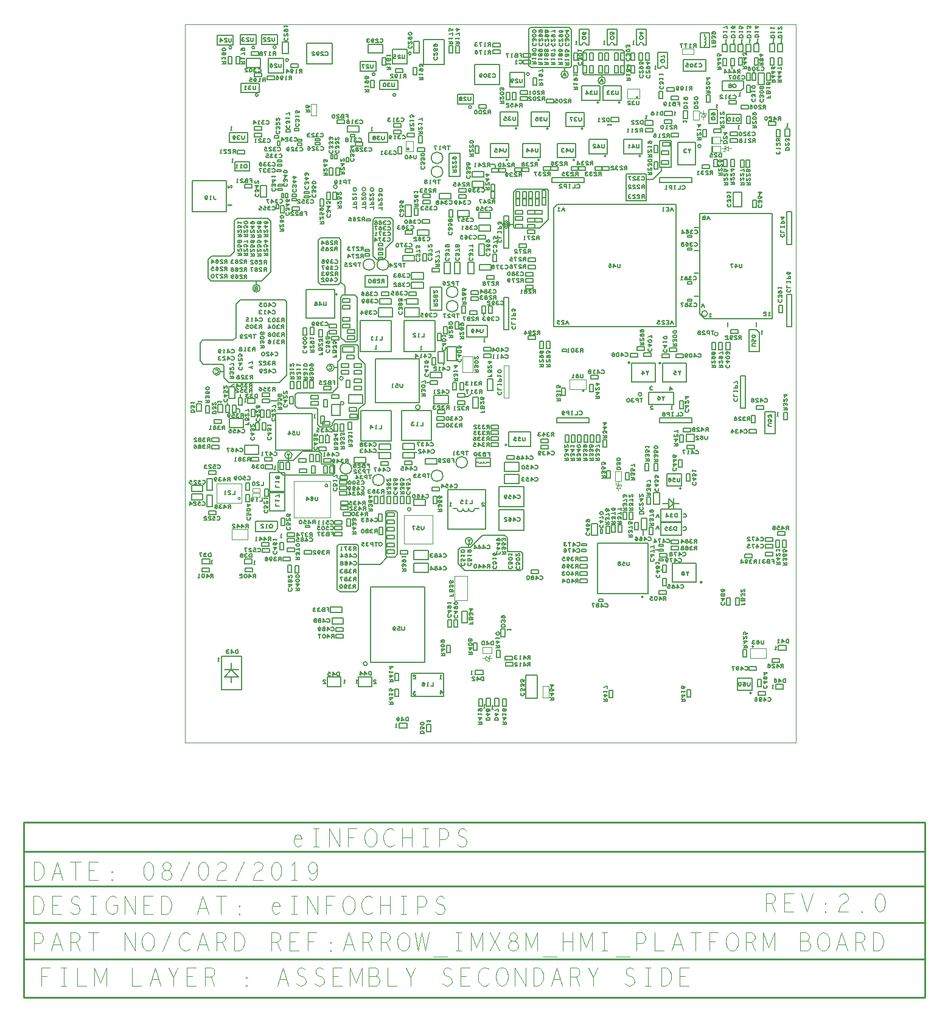
<source format=gbr>
G04 ================== begin FILE IDENTIFICATION RECORD ==================*
G04 Layout Name:  EI_ARROW_IMX8M_HMI_PLATFORM_17_00666_02.brd*
G04 Film Name:    asb.gbr*
G04 File Format:  Gerber RS274X*
G04 File Origin:  Cadence Allegro 17.2-P019*
G04 Origin Date:  Fri Feb 08 18:09:28 2019*
G04 *
G04 Layer:  DRAWING FORMAT/FILM_LABEL_OUTLINE*
G04 Layer:  DRAWING FORMAT/ASB*
G04 Layer:  BOARD GEOMETRY/OUTLINE*
G04 Layer:  BOARD GEOMETRY/ASSEMBLY_BOTTOM*
G04 Layer:  PACKAGE GEOMETRY/ASSEMBLY_BOTTOM*
G04 Layer:  REF DES/ASSEMBLY_BOTTOM*
G04 *
G04 Offset:    (0.00 0.00)*
G04 Mirror:    No*
G04 Mode:      Positive*
G04 Rotation:  0*
G04 FullContactRelief:  No*
G04 UndefLineWidth:     1.00*
G04 ================== end FILE IDENTIFICATION RECORD ====================*
%FSLAX25Y25*MOIN*%
%IR0*IPPOS*OFA0.00000B0.00000*MIA0B0*SFA1.00000B1.00000*%
%ADD10C,.01*%
%ADD11C,.004*%
%ADD12C,.001*%
%ADD13C,.005*%
%ADD14C,.006*%
%ADD15C,.00435*%
%ADD16C,.00394*%
G75*
%LPD*%
G75*
G36*
G01X283499Y87993D02*
G03I-795J0D01*
G37*
G36*
G01X243991Y208307D02*
G03I-795J0D01*
G37*
G36*
G01X260898Y208064D02*
G03I-795J0D01*
G37*
G54D10*
G01X-88521Y-43540D02*
Y-139740D01*
G01D02*
X386979D01*
G01X-88521Y-118740D02*
X405279D01*
G01X-88521Y-98740D02*
X405279D01*
G01X-88521Y-78740D02*
X405279D01*
G01X-88521Y-59540D02*
X405279D01*
G01X-88521Y-43540D02*
X386979D01*
G01X386179Y-139740D02*
X405279D01*
Y-43540D01*
X385879D01*
G54D11*
G01X-78792Y-133150D02*
Y-123150D01*
X-74042D01*
G01X-75792Y-127983D02*
X-78792D01*
G01X-67917Y-123150D02*
X-64917D01*
G01X-66417D02*
Y-133150D01*
G01X-67917D02*
X-64917D01*
G01X-58917Y-123150D02*
Y-133150D01*
X-53917D01*
G01X-49667D02*
Y-123150D01*
X-46417Y-131483D01*
X-43167Y-123150D01*
Y-133150D01*
G01X-28917Y-123150D02*
Y-133150D01*
X-23917D01*
G01X-19542D02*
X-16417Y-123150D01*
X-13292Y-133150D01*
G01X-14417Y-129650D02*
X-18417D01*
G01X-6417Y-133150D02*
Y-128650D01*
X-8917Y-123150D01*
G01X-3917D02*
X-6417Y-128650D01*
G01X6083Y-133150D02*
X1083D01*
Y-123150D01*
X6083D01*
G01X4083Y-127983D02*
X1083D01*
G01X11083Y-133150D02*
Y-123150D01*
X14208D01*
X15208Y-123650D01*
X15833Y-124317D01*
X16083Y-125650D01*
X15833Y-126983D01*
X15083Y-127817D01*
X14208Y-128317D01*
X11083D01*
G01X14208D02*
X16083Y-133150D01*
G01X33583Y-133483D02*
X33333Y-133317D01*
Y-132983D01*
X33583Y-132817D01*
X33833Y-132983D01*
Y-133317D01*
X33583Y-133483D01*
G01Y-128984D02*
X33333Y-128817D01*
Y-128483D01*
X33583Y-128317D01*
X33833Y-128483D01*
Y-128817D01*
X33583Y-128984D01*
G01X50458Y-133150D02*
X53583Y-123150D01*
X56708Y-133150D01*
G01X55583Y-129650D02*
X51583D01*
G01X60958Y-131817D02*
X61958Y-132650D01*
X63083Y-133150D01*
X64083D01*
X65083Y-132650D01*
X65833Y-131817D01*
X66208Y-130650D01*
X65958Y-129484D01*
X65333Y-128483D01*
X64208Y-127817D01*
X62708Y-127483D01*
X61833Y-126817D01*
X61458Y-125650D01*
X61708Y-124483D01*
X62333Y-123650D01*
X63208Y-123150D01*
X64083D01*
X64958Y-123483D01*
X65708Y-124317D01*
G01X70958Y-131817D02*
X71958Y-132650D01*
X73083Y-133150D01*
X74083D01*
X75083Y-132650D01*
X75833Y-131817D01*
X76208Y-130650D01*
X75958Y-129484D01*
X75333Y-128483D01*
X74208Y-127817D01*
X72708Y-127483D01*
X71833Y-126817D01*
X71458Y-125650D01*
X71708Y-124483D01*
X72333Y-123650D01*
X73208Y-123150D01*
X74083D01*
X74958Y-123483D01*
X75708Y-124317D01*
G01X86083Y-133150D02*
X81083D01*
Y-123150D01*
X86083D01*
G01X84083Y-127983D02*
X81083D01*
G01X90333Y-133150D02*
Y-123150D01*
X93583Y-131483D01*
X96833Y-123150D01*
Y-133150D01*
G01X104583Y-127817D02*
X105083Y-127317D01*
X105458Y-126484D01*
X105708Y-125317D01*
X105458Y-124317D01*
X104958Y-123650D01*
X104083Y-123150D01*
X100708D01*
Y-133150D01*
X104833D01*
X105708Y-132483D01*
X106208Y-131483D01*
X106458Y-130317D01*
X106208Y-129150D01*
X105458Y-128150D01*
X104583Y-127817D01*
X100708D01*
G01X111083Y-123150D02*
Y-133150D01*
X116083D01*
G01X123583D02*
Y-128650D01*
X121083Y-123150D01*
G01X126083D02*
X123583Y-128650D01*
G01X140958Y-131817D02*
X141958Y-132650D01*
X143083Y-133150D01*
X144083D01*
X145083Y-132650D01*
X145833Y-131817D01*
X146208Y-130650D01*
X145958Y-129484D01*
X145333Y-128483D01*
X144208Y-127817D01*
X142708Y-127483D01*
X141833Y-126817D01*
X141458Y-125650D01*
X141708Y-124483D01*
X142333Y-123650D01*
X143208Y-123150D01*
X144083D01*
X144958Y-123483D01*
X145708Y-124317D01*
G01X156083Y-133150D02*
X151083D01*
Y-123150D01*
X156083D01*
G01X154083Y-127983D02*
X151083D01*
G01X166333Y-123983D02*
X165583Y-123483D01*
X164708Y-123150D01*
X163708D01*
X162583Y-123650D01*
X161708Y-124483D01*
X161083Y-125483D01*
X160583Y-127150D01*
X160458Y-128650D01*
X160708Y-130150D01*
X161083Y-131150D01*
X161833Y-132150D01*
X162708Y-132817D01*
X163583Y-133150D01*
X164458D01*
X165333Y-132817D01*
X166083Y-132317D01*
X166708Y-131650D01*
G01X173583Y-133150D02*
X172583Y-132983D01*
X171708Y-132317D01*
X170958Y-131317D01*
X170458Y-130150D01*
X170208Y-128817D01*
Y-127483D01*
X170458Y-126150D01*
X170958Y-124983D01*
X171708Y-123983D01*
X172583Y-123317D01*
X173583Y-123150D01*
X174583Y-123317D01*
X175458Y-123983D01*
X176208Y-124983D01*
X176708Y-126150D01*
X176958Y-127483D01*
Y-128817D01*
X176708Y-130150D01*
X176208Y-131317D01*
X175458Y-132317D01*
X174583Y-132983D01*
X173583Y-133150D01*
G01X180708D02*
Y-123150D01*
X186458Y-133150D01*
Y-123150D01*
G01X190833Y-133150D02*
Y-123150D01*
X193333D01*
X194333Y-123650D01*
X195083Y-124317D01*
X195708Y-125317D01*
X196208Y-126484D01*
X196333Y-128150D01*
X196208Y-129817D01*
X195708Y-130983D01*
X195083Y-131984D01*
X194333Y-132650D01*
X193333Y-133150D01*
X190833D01*
G01X200458D02*
X203583Y-123150D01*
X206708Y-133150D01*
G01X205583Y-129650D02*
X201583D01*
G01X211083Y-133150D02*
Y-123150D01*
X214208D01*
X215208Y-123650D01*
X215833Y-124317D01*
X216083Y-125650D01*
X215833Y-126983D01*
X215083Y-127817D01*
X214208Y-128317D01*
X211083D01*
G01X214208D02*
X216083Y-133150D01*
G01X223583D02*
Y-128650D01*
X221083Y-123150D01*
G01X226083D02*
X223583Y-128650D01*
G01X240958Y-131817D02*
X241958Y-132650D01*
X243083Y-133150D01*
X244083D01*
X245083Y-132650D01*
X245833Y-131817D01*
X246208Y-130650D01*
X245958Y-129484D01*
X245333Y-128483D01*
X244208Y-127817D01*
X242708Y-127483D01*
X241833Y-126817D01*
X241458Y-125650D01*
X241708Y-124483D01*
X242333Y-123650D01*
X243208Y-123150D01*
X244083D01*
X244958Y-123483D01*
X245708Y-124317D01*
G01X252083Y-123150D02*
X255083D01*
G01X253583D02*
Y-133150D01*
G01X252083D02*
X255083D01*
G01X260833D02*
Y-123150D01*
X263333D01*
X264333Y-123650D01*
X265083Y-124317D01*
X265708Y-125317D01*
X266208Y-126484D01*
X266333Y-128150D01*
X266208Y-129817D01*
X265708Y-130983D01*
X265083Y-131984D01*
X264333Y-132650D01*
X263333Y-133150D01*
X260833D01*
G01X276083D02*
X271083D01*
Y-123150D01*
X276083D01*
G01X274083Y-127983D02*
X271083D01*
G01X-82771Y-114040D02*
Y-104040D01*
X-79771D01*
X-78771Y-104540D01*
X-78021Y-105707D01*
X-77771Y-107040D01*
X-78021Y-108373D01*
X-78646Y-109373D01*
X-79771Y-109874D01*
X-82771D01*
G01X-73396Y-114040D02*
X-70271Y-104040D01*
X-67146Y-114040D01*
G01X-68271Y-110540D02*
X-72271D01*
G01X-62771Y-114040D02*
Y-104040D01*
X-59646D01*
X-58646Y-104540D01*
X-58021Y-105207D01*
X-57771Y-106540D01*
X-58021Y-107873D01*
X-58771Y-108707D01*
X-59646Y-109207D01*
X-62771D01*
G01X-59646D02*
X-57771Y-114040D01*
G01X-50271Y-104040D02*
Y-114040D01*
G01X-53146Y-104040D02*
X-47396D01*
G01X-33146Y-114040D02*
Y-104040D01*
X-27396Y-114040D01*
Y-104040D01*
G01X-20271Y-114040D02*
X-21271Y-113873D01*
X-22146Y-113207D01*
X-22896Y-112207D01*
X-23396Y-111040D01*
X-23646Y-109707D01*
Y-108373D01*
X-23396Y-107040D01*
X-22896Y-105873D01*
X-22146Y-104873D01*
X-21271Y-104207D01*
X-20271Y-104040D01*
X-19271Y-104207D01*
X-18396Y-104873D01*
X-17646Y-105873D01*
X-17146Y-107040D01*
X-16896Y-108373D01*
Y-109707D01*
X-17146Y-111040D01*
X-17646Y-112207D01*
X-18396Y-113207D01*
X-19271Y-113873D01*
X-20271Y-114040D01*
G01X-12521Y-114373D02*
X-8021Y-104040D01*
G01X2479Y-104873D02*
X1729Y-104373D01*
X854Y-104040D01*
X-146D01*
X-1271Y-104540D01*
X-2146Y-105373D01*
X-2771Y-106373D01*
X-3271Y-108040D01*
X-3396Y-109540D01*
X-3146Y-111040D01*
X-2771Y-112040D01*
X-2021Y-113040D01*
X-1146Y-113707D01*
X-271Y-114040D01*
X604D01*
X1479Y-113707D01*
X2229Y-113207D01*
X2854Y-112540D01*
G01X6604Y-114040D02*
X9729Y-104040D01*
X12854Y-114040D01*
G01X11729Y-110540D02*
X7729D01*
G01X17229Y-114040D02*
Y-104040D01*
X20354D01*
X21354Y-104540D01*
X21979Y-105207D01*
X22229Y-106540D01*
X21979Y-107873D01*
X21229Y-108707D01*
X20354Y-109207D01*
X17229D01*
G01X20354D02*
X22229Y-114040D01*
G01X26979D02*
Y-104040D01*
X29479D01*
X30479Y-104540D01*
X31229Y-105207D01*
X31854Y-106207D01*
X32354Y-107374D01*
X32479Y-109040D01*
X32354Y-110707D01*
X31854Y-111873D01*
X31229Y-112874D01*
X30479Y-113540D01*
X29479Y-114040D01*
X26979D01*
G01X47229D02*
Y-104040D01*
X50354D01*
X51354Y-104540D01*
X51979Y-105207D01*
X52229Y-106540D01*
X51979Y-107873D01*
X51229Y-108707D01*
X50354Y-109207D01*
X47229D01*
G01X50354D02*
X52229Y-114040D01*
G01X62229D02*
X57229D01*
Y-104040D01*
X62229D01*
G01X60229Y-108873D02*
X57229D01*
G01X67354Y-114040D02*
Y-104040D01*
X72104D01*
G01X70354Y-108873D02*
X67354D01*
G01X79729Y-114373D02*
X79479Y-114207D01*
Y-113873D01*
X79729Y-113707D01*
X79979Y-113873D01*
Y-114207D01*
X79729Y-114373D01*
G01Y-109874D02*
X79479Y-109707D01*
Y-109373D01*
X79729Y-109207D01*
X79979Y-109373D01*
Y-109707D01*
X79729Y-109874D01*
G01X86604Y-114040D02*
X89729Y-104040D01*
X92854Y-114040D01*
G01X91729Y-110540D02*
X87729D01*
G01X97229Y-114040D02*
Y-104040D01*
X100354D01*
X101354Y-104540D01*
X101979Y-105207D01*
X102229Y-106540D01*
X101979Y-107873D01*
X101229Y-108707D01*
X100354Y-109207D01*
X97229D01*
G01X100354D02*
X102229Y-114040D01*
G01X107229D02*
Y-104040D01*
X110354D01*
X111354Y-104540D01*
X111979Y-105207D01*
X112229Y-106540D01*
X111979Y-107873D01*
X111229Y-108707D01*
X110354Y-109207D01*
X107229D01*
G01X110354D02*
X112229Y-114040D01*
G01X119729D02*
X118729Y-113873D01*
X117854Y-113207D01*
X117104Y-112207D01*
X116604Y-111040D01*
X116354Y-109707D01*
Y-108373D01*
X116604Y-107040D01*
X117104Y-105873D01*
X117854Y-104873D01*
X118729Y-104207D01*
X119729Y-104040D01*
X120729Y-104207D01*
X121604Y-104873D01*
X122354Y-105873D01*
X122854Y-107040D01*
X123104Y-108373D01*
Y-109707D01*
X122854Y-111040D01*
X122354Y-112207D01*
X121604Y-113207D01*
X120729Y-113873D01*
X119729Y-114040D01*
G01X125979Y-104040D02*
X127729Y-114040D01*
X129729Y-104040D01*
X131729Y-114040D01*
X133479Y-104040D01*
G01X135979Y-117373D02*
X143479D01*
G01X148229Y-104040D02*
X151229D01*
G01X149729D02*
Y-114040D01*
G01X148229D02*
X151229D01*
G01X156479D02*
Y-104040D01*
X159729Y-112373D01*
X162979Y-104040D01*
Y-114040D01*
G01X167104D02*
X172354Y-104040D01*
G01X167104D02*
X172354Y-114040D01*
G01X179729D02*
X180604Y-113873D01*
X181604Y-113373D01*
X182229Y-112540D01*
X182479Y-111373D01*
X182229Y-110207D01*
X181479Y-109207D01*
X180354Y-108707D01*
X179104D01*
X178354Y-108373D01*
X177729Y-107540D01*
X177479Y-106373D01*
X177854Y-105207D01*
X178729Y-104373D01*
X179729Y-104040D01*
X180729Y-104373D01*
X181604Y-105207D01*
X181979Y-106373D01*
X181729Y-107540D01*
X181104Y-108373D01*
X180354Y-108707D01*
X179104D01*
X177979Y-109207D01*
X177229Y-110207D01*
X176979Y-111373D01*
X177229Y-112540D01*
X177854Y-113373D01*
X178854Y-113873D01*
X179729Y-114040D01*
G01X186479D02*
Y-104040D01*
X189729Y-112373D01*
X192979Y-104040D01*
Y-114040D01*
G01X195979Y-117373D02*
X203479D01*
G01X207104Y-114040D02*
Y-104040D01*
G01X212354D02*
Y-114040D01*
G01Y-109040D02*
X207104D01*
G01X216479Y-114040D02*
Y-104040D01*
X219729Y-112373D01*
X222979Y-104040D01*
Y-114040D01*
G01X228229Y-104040D02*
X231229D01*
G01X229729D02*
Y-114040D01*
G01X228229D02*
X231229D01*
G01X235979Y-117373D02*
X243479D01*
G01X247229Y-114040D02*
Y-104040D01*
X250229D01*
X251229Y-104540D01*
X251979Y-105707D01*
X252229Y-107040D01*
X251979Y-108373D01*
X251354Y-109373D01*
X250229Y-109874D01*
X247229D01*
G01X257229Y-104040D02*
Y-114040D01*
X262229D01*
G01X266604D02*
X269729Y-104040D01*
X272854Y-114040D01*
G01X271729Y-110540D02*
X267729D01*
G01X279729Y-104040D02*
Y-114040D01*
G01X276854Y-104040D02*
X282604D01*
G01X287354Y-114040D02*
Y-104040D01*
X292104D01*
G01X290354Y-108873D02*
X287354D01*
G01X299729Y-114040D02*
X298729Y-113873D01*
X297854Y-113207D01*
X297104Y-112207D01*
X296604Y-111040D01*
X296354Y-109707D01*
Y-108373D01*
X296604Y-107040D01*
X297104Y-105873D01*
X297854Y-104873D01*
X298729Y-104207D01*
X299729Y-104040D01*
X300729Y-104207D01*
X301604Y-104873D01*
X302354Y-105873D01*
X302854Y-107040D01*
X303104Y-108373D01*
Y-109707D01*
X302854Y-111040D01*
X302354Y-112207D01*
X301604Y-113207D01*
X300729Y-113873D01*
X299729Y-114040D01*
G01X307229D02*
Y-104040D01*
X310354D01*
X311354Y-104540D01*
X311979Y-105207D01*
X312229Y-106540D01*
X311979Y-107873D01*
X311229Y-108707D01*
X310354Y-109207D01*
X307229D01*
G01X310354D02*
X312229Y-114040D01*
G01X316479D02*
Y-104040D01*
X319729Y-112373D01*
X322979Y-104040D01*
Y-114040D01*
G01X340729Y-108707D02*
X341229Y-108207D01*
X341604Y-107374D01*
X341854Y-106207D01*
X341604Y-105207D01*
X341104Y-104540D01*
X340229Y-104040D01*
X336854D01*
Y-114040D01*
X340979D01*
X341854Y-113373D01*
X342354Y-112373D01*
X342604Y-111207D01*
X342354Y-110040D01*
X341604Y-109040D01*
X340729Y-108707D01*
X336854D01*
G01X349729Y-114040D02*
X348729Y-113873D01*
X347854Y-113207D01*
X347104Y-112207D01*
X346604Y-111040D01*
X346354Y-109707D01*
Y-108373D01*
X346604Y-107040D01*
X347104Y-105873D01*
X347854Y-104873D01*
X348729Y-104207D01*
X349729Y-104040D01*
X350729Y-104207D01*
X351604Y-104873D01*
X352354Y-105873D01*
X352854Y-107040D01*
X353104Y-108373D01*
Y-109707D01*
X352854Y-111040D01*
X352354Y-112207D01*
X351604Y-113207D01*
X350729Y-113873D01*
X349729Y-114040D01*
G01X356604D02*
X359729Y-104040D01*
X362854Y-114040D01*
G01X361729Y-110540D02*
X357729D01*
G01X367229Y-114040D02*
Y-104040D01*
X370354D01*
X371354Y-104540D01*
X371979Y-105207D01*
X372229Y-106540D01*
X371979Y-107873D01*
X371229Y-108707D01*
X370354Y-109207D01*
X367229D01*
G01X370354D02*
X372229Y-114040D01*
G01X376979D02*
Y-104040D01*
X379479D01*
X380479Y-104540D01*
X381229Y-105207D01*
X381854Y-106207D01*
X382354Y-107374D01*
X382479Y-109040D01*
X382354Y-110707D01*
X381854Y-111873D01*
X381229Y-112874D01*
X380479Y-113540D01*
X379479Y-114040D01*
X376979D01*
G01X-83021Y-94040D02*
Y-84040D01*
X-80521D01*
X-79521Y-84540D01*
X-78771Y-85207D01*
X-78146Y-86207D01*
X-77646Y-87374D01*
X-77521Y-89040D01*
X-77646Y-90707D01*
X-78146Y-91873D01*
X-78771Y-92874D01*
X-79521Y-93540D01*
X-80521Y-94040D01*
X-83021D01*
G01X-67771D02*
X-72771D01*
Y-84040D01*
X-67771D01*
G01X-69771Y-88873D02*
X-72771D01*
G01X-62896Y-92707D02*
X-61896Y-93540D01*
X-60771Y-94040D01*
X-59771D01*
X-58771Y-93540D01*
X-58021Y-92707D01*
X-57646Y-91540D01*
X-57896Y-90374D01*
X-58521Y-89373D01*
X-59646Y-88707D01*
X-61146Y-88373D01*
X-62021Y-87707D01*
X-62396Y-86540D01*
X-62146Y-85373D01*
X-61521Y-84540D01*
X-60646Y-84040D01*
X-59771D01*
X-58896Y-84373D01*
X-58146Y-85207D01*
G01X-51771Y-84040D02*
X-48771D01*
G01X-50271D02*
Y-94040D01*
G01X-51771D02*
X-48771D01*
G01X-39521Y-89040D02*
X-37021D01*
Y-92040D01*
X-37771Y-93040D01*
X-38646Y-93707D01*
X-39896Y-94040D01*
X-41146Y-93707D01*
X-42021Y-93040D01*
X-42771Y-92040D01*
X-43271Y-90873D01*
X-43521Y-89540D01*
Y-88373D01*
X-43271Y-87374D01*
X-42771Y-86207D01*
X-42021Y-85207D01*
X-41271Y-84540D01*
X-40271Y-84040D01*
X-39396D01*
X-38396Y-84373D01*
X-37646Y-85040D01*
G01X-33146Y-94040D02*
Y-84040D01*
X-27396Y-94040D01*
Y-84040D01*
G01X-17771Y-94040D02*
X-22771D01*
Y-84040D01*
X-17771D01*
G01X-19771Y-88873D02*
X-22771D01*
G01X-13021Y-94040D02*
Y-84040D01*
X-10521D01*
X-9521Y-84540D01*
X-8771Y-85207D01*
X-8146Y-86207D01*
X-7646Y-87374D01*
X-7521Y-89040D01*
X-7646Y-90707D01*
X-8146Y-91873D01*
X-8771Y-92874D01*
X-9521Y-93540D01*
X-10521Y-94040D01*
X-13021D01*
G01X6604D02*
X9729Y-84040D01*
X12854Y-94040D01*
G01X11729Y-90540D02*
X7729D01*
G01X19729Y-84040D02*
Y-94040D01*
G01X16854Y-84040D02*
X22604D01*
G01X29729Y-94373D02*
X29479Y-94207D01*
Y-93873D01*
X29729Y-93707D01*
X29979Y-93873D01*
Y-94207D01*
X29729Y-94373D01*
G01Y-89874D02*
X29479Y-89707D01*
Y-89373D01*
X29729Y-89207D01*
X29979Y-89373D01*
Y-89707D01*
X29729Y-89874D01*
G01X47854Y-89540D02*
X51854D01*
X51479Y-88373D01*
X50854Y-87707D01*
X49979Y-87374D01*
X49104Y-87540D01*
X48354Y-88040D01*
X47854Y-89207D01*
X47604Y-90207D01*
Y-91207D01*
X47854Y-92207D01*
X48479Y-93207D01*
X49229Y-93873D01*
X50104Y-94040D01*
X50979Y-93707D01*
X51854Y-92707D01*
G01X58229Y-84040D02*
X61229D01*
G01X59729D02*
Y-94040D01*
G01X58229D02*
X61229D01*
G01X66854D02*
Y-84040D01*
X72604Y-94040D01*
Y-84040D01*
G01X77354Y-94040D02*
Y-84040D01*
X82104D01*
G01X80354Y-88873D02*
X77354D01*
G01X89729Y-94040D02*
X88729Y-93873D01*
X87854Y-93207D01*
X87104Y-92207D01*
X86604Y-91040D01*
X86354Y-89707D01*
Y-88373D01*
X86604Y-87040D01*
X87104Y-85873D01*
X87854Y-84873D01*
X88729Y-84207D01*
X89729Y-84040D01*
X90729Y-84207D01*
X91604Y-84873D01*
X92354Y-85873D01*
X92854Y-87040D01*
X93104Y-88373D01*
Y-89707D01*
X92854Y-91040D01*
X92354Y-92207D01*
X91604Y-93207D01*
X90729Y-93873D01*
X89729Y-94040D01*
G01X102479Y-84873D02*
X101729Y-84373D01*
X100854Y-84040D01*
X99854D01*
X98729Y-84540D01*
X97854Y-85373D01*
X97229Y-86373D01*
X96729Y-88040D01*
X96604Y-89540D01*
X96854Y-91040D01*
X97229Y-92040D01*
X97979Y-93040D01*
X98854Y-93707D01*
X99729Y-94040D01*
X100604D01*
X101479Y-93707D01*
X102229Y-93207D01*
X102854Y-92540D01*
G01X107104Y-94040D02*
Y-84040D01*
G01X112354D02*
Y-94040D01*
G01Y-89040D02*
X107104D01*
G01X118229Y-84040D02*
X121229D01*
G01X119729D02*
Y-94040D01*
G01X118229D02*
X121229D01*
G01X127229D02*
Y-84040D01*
X130229D01*
X131229Y-84540D01*
X131979Y-85707D01*
X132229Y-87040D01*
X131979Y-88373D01*
X131354Y-89373D01*
X130229Y-89874D01*
X127229D01*
G01X137104Y-92707D02*
X138104Y-93540D01*
X139229Y-94040D01*
X140229D01*
X141229Y-93540D01*
X141979Y-92707D01*
X142354Y-91540D01*
X142104Y-90374D01*
X141479Y-89373D01*
X140354Y-88707D01*
X138854Y-88373D01*
X137979Y-87707D01*
X137604Y-86540D01*
X137854Y-85373D01*
X138479Y-84540D01*
X139354Y-84040D01*
X140229D01*
X141104Y-84373D01*
X141854Y-85207D01*
G01X-82850Y-75234D02*
Y-65234D01*
X-80350D01*
X-79350Y-65734D01*
X-78600Y-66401D01*
X-77975Y-67401D01*
X-77475Y-68568D01*
X-77350Y-70234D01*
X-77475Y-71901D01*
X-77975Y-73067D01*
X-78600Y-74068D01*
X-79350Y-74734D01*
X-80350Y-75234D01*
X-82850D01*
G01X-73225D02*
X-70100Y-65234D01*
X-66975Y-75234D01*
G01X-68100Y-71734D02*
X-72100D01*
G01X-60100Y-65234D02*
Y-75234D01*
G01X-62975Y-65234D02*
X-57225D01*
G01X-47600Y-75234D02*
X-52600D01*
Y-65234D01*
X-47600D01*
G01X-49600Y-70067D02*
X-52600D01*
G01X-40100Y-75567D02*
X-40350Y-75401D01*
Y-75067D01*
X-40100Y-74901D01*
X-39850Y-75067D01*
Y-75401D01*
X-40100Y-75567D01*
G01Y-71068D02*
X-40350Y-70901D01*
Y-70567D01*
X-40100Y-70401D01*
X-39850Y-70567D01*
Y-70901D01*
X-40100Y-71068D01*
G01X-20100Y-65234D02*
X-21100Y-65567D01*
X-21850Y-66401D01*
X-22350Y-67401D01*
X-22725Y-68734D01*
X-22850Y-70234D01*
X-22725Y-71734D01*
X-22350Y-73067D01*
X-21850Y-74068D01*
X-21100Y-74901D01*
X-20100Y-75234D01*
X-19100Y-74901D01*
X-18350Y-74068D01*
X-17850Y-73067D01*
X-17475Y-71734D01*
X-17350Y-70234D01*
X-17475Y-68734D01*
X-17850Y-67401D01*
X-18350Y-66401D01*
X-19100Y-65567D01*
X-20100Y-65234D01*
G01X-10100Y-75234D02*
X-9225Y-75067D01*
X-8225Y-74567D01*
X-7600Y-73734D01*
X-7350Y-72567D01*
X-7600Y-71401D01*
X-8350Y-70401D01*
X-9475Y-69901D01*
X-10725D01*
X-11475Y-69567D01*
X-12100Y-68734D01*
X-12350Y-67567D01*
X-11975Y-66401D01*
X-11100Y-65567D01*
X-10100Y-65234D01*
X-9100Y-65567D01*
X-8225Y-66401D01*
X-7850Y-67567D01*
X-8100Y-68734D01*
X-8725Y-69567D01*
X-9475Y-69901D01*
X-10725D01*
X-11850Y-70401D01*
X-12600Y-71401D01*
X-12850Y-72567D01*
X-12600Y-73734D01*
X-11975Y-74567D01*
X-10975Y-75067D01*
X-10100Y-75234D01*
G01X-2350Y-75567D02*
X2150Y-65234D01*
G01X9900D02*
X8900Y-65567D01*
X8150Y-66401D01*
X7650Y-67401D01*
X7275Y-68734D01*
X7150Y-70234D01*
X7275Y-71734D01*
X7650Y-73067D01*
X8150Y-74068D01*
X8900Y-74901D01*
X9900Y-75234D01*
X10900Y-74901D01*
X11650Y-74068D01*
X12150Y-73067D01*
X12525Y-71734D01*
X12650Y-70234D01*
X12525Y-68734D01*
X12150Y-67401D01*
X11650Y-66401D01*
X10900Y-65567D01*
X9900Y-65234D01*
G01X17525Y-66901D02*
X18275Y-65901D01*
X19150Y-65401D01*
X20150Y-65234D01*
X21400Y-65567D01*
X22275Y-66401D01*
X22525Y-67401D01*
X22400Y-68401D01*
X21900Y-69234D01*
X19400Y-70901D01*
X18275Y-72067D01*
X17525Y-73734D01*
X17275Y-75234D01*
X22525D01*
G01X27650Y-75567D02*
X32150Y-65234D01*
G01X37525Y-66901D02*
X38275Y-65901D01*
X39150Y-65401D01*
X40150Y-65234D01*
X41400Y-65567D01*
X42275Y-66401D01*
X42525Y-67401D01*
X42400Y-68401D01*
X41900Y-69234D01*
X39400Y-70901D01*
X38275Y-72067D01*
X37525Y-73734D01*
X37275Y-75234D01*
X42525D01*
G01X49900Y-65234D02*
X48900Y-65567D01*
X48150Y-66401D01*
X47650Y-67401D01*
X47275Y-68734D01*
X47150Y-70234D01*
X47275Y-71734D01*
X47650Y-73067D01*
X48150Y-74068D01*
X48900Y-74901D01*
X49900Y-75234D01*
X50900Y-74901D01*
X51650Y-74068D01*
X52150Y-73067D01*
X52525Y-71734D01*
X52650Y-70234D01*
X52525Y-68734D01*
X52150Y-67401D01*
X51650Y-66401D01*
X50900Y-65567D01*
X49900Y-65234D01*
G01X59900Y-75234D02*
Y-65234D01*
X58400Y-67234D01*
G01Y-75234D02*
X61400D01*
G01X67775Y-74068D02*
X68650Y-74901D01*
X69650Y-75234D01*
X70650Y-74901D01*
X71525Y-73901D01*
X72150Y-72401D01*
X72400Y-70901D01*
Y-69067D01*
X72150Y-67567D01*
X71525Y-66234D01*
X70775Y-65567D01*
X69900Y-65234D01*
X68900Y-65567D01*
X68150Y-66234D01*
X67650Y-67234D01*
X67400Y-68568D01*
X67650Y-69734D01*
X68275Y-70901D01*
X69025Y-71568D01*
X69900Y-71734D01*
X70900Y-71401D01*
X71650Y-70567D01*
X72400Y-69067D01*
G01X59804Y-52540D02*
X63804D01*
X63429Y-51373D01*
X62804Y-50707D01*
X61929Y-50374D01*
X61054Y-50540D01*
X60304Y-51040D01*
X59804Y-52207D01*
X59554Y-53207D01*
Y-54207D01*
X59804Y-55207D01*
X60429Y-56207D01*
X61179Y-56873D01*
X62054Y-57040D01*
X62929Y-56707D01*
X63804Y-55707D01*
G01X70179Y-47040D02*
X73179D01*
G01X71679D02*
Y-57040D01*
G01X70179D02*
X73179D01*
G01X78804D02*
Y-47040D01*
X84554Y-57040D01*
Y-47040D01*
G01X89304Y-57040D02*
Y-47040D01*
X94054D01*
G01X92304Y-51873D02*
X89304D01*
G01X101679Y-57040D02*
X100679Y-56873D01*
X99804Y-56207D01*
X99054Y-55207D01*
X98554Y-54040D01*
X98304Y-52707D01*
Y-51373D01*
X98554Y-50040D01*
X99054Y-48873D01*
X99804Y-47873D01*
X100679Y-47207D01*
X101679Y-47040D01*
X102679Y-47207D01*
X103554Y-47873D01*
X104304Y-48873D01*
X104804Y-50040D01*
X105054Y-51373D01*
Y-52707D01*
X104804Y-54040D01*
X104304Y-55207D01*
X103554Y-56207D01*
X102679Y-56873D01*
X101679Y-57040D01*
G01X114429Y-47873D02*
X113679Y-47373D01*
X112804Y-47040D01*
X111804D01*
X110679Y-47540D01*
X109804Y-48373D01*
X109179Y-49373D01*
X108679Y-51040D01*
X108554Y-52540D01*
X108804Y-54040D01*
X109179Y-55040D01*
X109929Y-56040D01*
X110804Y-56707D01*
X111679Y-57040D01*
X112554D01*
X113429Y-56707D01*
X114179Y-56207D01*
X114804Y-55540D01*
G01X119054Y-57040D02*
Y-47040D01*
G01X124304D02*
Y-57040D01*
G01Y-52040D02*
X119054D01*
G01X130179Y-47040D02*
X133179D01*
G01X131679D02*
Y-57040D01*
G01X130179D02*
X133179D01*
G01X139179D02*
Y-47040D01*
X142179D01*
X143179Y-47540D01*
X143929Y-48707D01*
X144179Y-50040D01*
X143929Y-51373D01*
X143304Y-52373D01*
X142179Y-52874D01*
X139179D01*
G01X149054Y-55707D02*
X150054Y-56540D01*
X151179Y-57040D01*
X152179D01*
X153179Y-56540D01*
X153929Y-55707D01*
X154304Y-54540D01*
X154054Y-53374D01*
X153429Y-52373D01*
X152304Y-51707D01*
X150804Y-51373D01*
X149929Y-50707D01*
X149554Y-49540D01*
X149804Y-48373D01*
X150429Y-47540D01*
X151304Y-47040D01*
X152179D01*
X153054Y-47373D01*
X153804Y-48207D01*
G01X196025Y24751D02*
Y31050D01*
X199175D01*
Y24751D01*
X196025D01*
G01X177279Y206709D02*
Y188993D01*
X174523D01*
Y206709D01*
X177279D01*
G01X71975Y350049D02*
Y343750D01*
X68825D01*
Y350049D01*
X71975D01*
G01X318200Y-92634D02*
Y-82634D01*
X321325D01*
X322325Y-83134D01*
X322950Y-83801D01*
X323200Y-85134D01*
X322950Y-86467D01*
X322200Y-87301D01*
X321325Y-87801D01*
X318200D01*
G01X321325D02*
X323200Y-92634D01*
G01X333200D02*
X328200D01*
Y-82634D01*
X333200D01*
G01X331200Y-87467D02*
X328200D01*
G01X337575Y-82634D02*
X340700Y-92634D01*
X343825Y-82634D01*
G01X350700Y-92967D02*
X350450Y-92801D01*
Y-92467D01*
X350700Y-92301D01*
X350950Y-92467D01*
Y-92801D01*
X350700Y-92967D01*
G01Y-88468D02*
X350450Y-88301D01*
Y-87967D01*
X350700Y-87801D01*
X350950Y-87967D01*
Y-88301D01*
X350700Y-88468D01*
G01X358325Y-84301D02*
X359075Y-83301D01*
X359950Y-82801D01*
X360950Y-82634D01*
X362200Y-82967D01*
X363075Y-83801D01*
X363325Y-84801D01*
X363200Y-85801D01*
X362700Y-86634D01*
X360200Y-88301D01*
X359075Y-89467D01*
X358325Y-91134D01*
X358075Y-92634D01*
X363325D01*
G01X370700Y-92967D02*
X370450Y-92801D01*
Y-92467D01*
X370700Y-92301D01*
X370950Y-92467D01*
Y-92801D01*
X370700Y-92967D01*
G01X380700Y-82634D02*
X379700Y-82967D01*
X378950Y-83801D01*
X378450Y-84801D01*
X378075Y-86134D01*
X377950Y-87634D01*
X378075Y-89134D01*
X378450Y-90467D01*
X378950Y-91468D01*
X379700Y-92301D01*
X380700Y-92634D01*
X381700Y-92301D01*
X382450Y-91468D01*
X382950Y-90467D01*
X383325Y-89134D01*
X383450Y-87634D01*
X383325Y-86134D01*
X382950Y-84801D01*
X382450Y-83801D01*
X381700Y-82967D01*
X380700Y-82634D01*
G01X278594Y377374D02*
X272295D01*
Y380524D01*
X278594D01*
Y377374D01*
G54D12*
G01X0Y0D02*
Y393701D01*
X334646D01*
Y0D01*
X0D01*
G01X135524Y124874D02*
Y109126D01*
X119776D01*
Y124874D01*
X135524D01*
G01X157700Y211900D02*
Y203100D01*
X152100D01*
Y211900D01*
X157700D01*
G01X25600Y117059D02*
X34400D01*
Y111459D01*
X25600D01*
Y117059D01*
G01X17429Y131555D02*
Y142185D01*
X30815D01*
Y131555D01*
X17429D01*
G01X41100Y136900D02*
Y134900D01*
X37100D01*
Y136900D01*
X41100D01*
G01Y139500D02*
Y137500D01*
X37100D01*
Y139500D01*
X41100D01*
G01X59561Y123461D02*
Y143539D01*
X79639D01*
Y123461D01*
X59561D01*
G01X154643Y78107D02*
X147557D01*
Y91493D01*
X154643D01*
Y78107D01*
G01X124945Y329890D02*
Y324182D01*
X121008D01*
Y329890D01*
X124945D01*
G01X318329Y46343D02*
X309471D01*
Y51657D01*
X318329D01*
Y46343D01*
G01X210671Y199157D02*
X219529D01*
Y193843D01*
X210671D01*
Y199157D01*
G01X242352Y358456D02*
X248848D01*
Y352944D01*
X242352D01*
Y358456D01*
G54D13*
G01X78855Y206433D02*
X79055Y206533D01*
X79288Y206600D01*
X79555D01*
X79855Y206500D01*
X80088Y206333D01*
X80255Y206133D01*
X80388Y205800D01*
X80421Y205500D01*
X80355Y205200D01*
X80255Y205000D01*
X80055Y204800D01*
X79821Y204667D01*
X79588Y204600D01*
X79355D01*
X79121Y204667D01*
X78921Y204767D01*
X78755Y204900D01*
G01X16655Y204333D02*
X16855Y204433D01*
X17088Y204500D01*
X17355D01*
X17655Y204400D01*
X17888Y204233D01*
X18055Y204033D01*
X18188Y203700D01*
X18221Y203400D01*
X18155Y203100D01*
X18055Y202900D01*
X17855Y202700D01*
X17621Y202567D01*
X17388Y202500D01*
X17155D01*
X16921Y202567D01*
X16721Y202667D01*
X16555Y202800D01*
G01X176548Y62092D02*
X178548D01*
X178148Y61692D01*
G01X176548D02*
Y62492D01*
G01X156908Y37548D02*
Y39548D01*
X157308Y39148D01*
G01Y37548D02*
X156508D01*
G01X163908Y19048D02*
Y21048D01*
X164308Y20648D01*
G01Y19048D02*
X163508D01*
G01X168408Y18548D02*
Y20548D01*
X168808Y20148D01*
G01Y18548D02*
X168008D01*
G01X93856Y32600D02*
Y34600D01*
X94256Y34200D01*
G01Y32600D02*
X93456D01*
G01X87356D02*
Y34600D01*
X87756Y34200D01*
G01Y32600D02*
X86956D01*
G01X18356Y44600D02*
Y46600D01*
X18756Y46200D01*
G01Y44600D02*
X17956D01*
G01X56570Y156539D02*
Y157439D01*
X57237Y158539D01*
G01X55903D02*
X56570Y157439D01*
G01X155457Y109400D02*
Y110300D01*
X156124Y111400D01*
G01X154790D02*
X155457Y110300D01*
G01X76933Y34167D02*
X76733Y34367D01*
X76500Y34467D01*
X76233Y34500D01*
X75900Y34433D01*
X75667Y34267D01*
X75600Y34067D01*
X75633Y33867D01*
X75767Y33700D01*
X76433Y33367D01*
X76733Y33133D01*
X76933Y32800D01*
X77000Y32500D01*
X75600D01*
G01X104533Y34167D02*
X104333Y34367D01*
X104100Y34467D01*
X103833Y34500D01*
X103500Y34433D01*
X103267Y34267D01*
X103200Y34067D01*
X103233Y33867D01*
X103367Y33700D01*
X104033Y33367D01*
X104333Y33133D01*
X104533Y32800D01*
X104600Y32500D01*
X103200D01*
G01X141500Y208100D02*
Y207000D01*
G01X134100Y197500D02*
X132400D01*
G01X125700Y159100D02*
X127000D01*
G01X106200Y159000D02*
X105300D01*
G01X108800Y135200D02*
Y136100D01*
G01X116400Y126200D02*
Y103400D01*
X114800Y101800D01*
X110700D01*
X109800Y102700D01*
Y126800D01*
X110200Y127200D01*
X115400D01*
X116400Y126200D01*
G01X95000Y108000D02*
Y84100D01*
X93500Y82600D01*
X84900D01*
X83400Y84100D01*
Y107900D01*
X84400Y108900D01*
X94100D01*
X95000Y108000D01*
G01X95100Y97900D02*
X106800D01*
X110700Y101800D01*
G01X95000Y217400D02*
Y211000D01*
X98600Y207400D01*
Y186100D01*
X95100Y182600D01*
Y177800D01*
X94300Y177000D01*
X82400D01*
X80500Y175100D01*
Y174000D01*
X79700Y173200D01*
X73900D01*
X72700Y174400D01*
Y182800D01*
X72000Y183500D01*
X61500D01*
X60400Y184600D01*
Y190700D01*
X61300Y191600D01*
X80500D01*
X83500Y194600D01*
Y208700D01*
X85200Y210400D01*
Y217400D01*
X86000Y218200D01*
X94200D01*
X95000Y217400D01*
G01X81600Y205600D02*
X83500D01*
G01X81600D02*
G03I-2012J0D01*
G01X55500Y241800D02*
Y201300D01*
X51600Y197400D01*
X24000D01*
X21200Y200200D01*
Y206700D01*
X20400Y207500D01*
X10100D01*
X8300Y209300D01*
Y219200D01*
X9700Y220600D01*
X26300D01*
X27900Y222200D01*
Y240400D01*
X30300Y242800D01*
X54500D01*
X55500Y241800D01*
G01X19300Y203500D02*
G03I-2012J0D01*
G01D02*
X21200D01*
G01X47100Y187400D02*
X50300D01*
G01X30200Y191200D02*
Y189200D01*
G01X23400Y185000D02*
Y185900D01*
X22900Y186400D01*
G01X30100Y181100D02*
Y182300D01*
X29200Y183200D01*
X27900D01*
G01X156200Y191100D02*
Y190700D01*
X155100Y189600D01*
X153600D01*
G01X58582Y157639D02*
G03I-2012J0D01*
G01X56500Y154400D02*
Y155500D01*
G01X155387Y107261D02*
Y108361D01*
G01X157469Y110500D02*
G03I-2012J0D01*
G01X78000Y168700D02*
Y169300D01*
X77900Y169400D01*
G01X84700Y144600D02*
X83800D01*
G01X26800Y196300D02*
X26400D01*
X25400Y195300D01*
G01X78400Y146700D02*
X78300Y146600D01*
X53600D01*
X51000Y149200D01*
Y153900D01*
X51700Y154600D01*
X59200D01*
X64400Y159800D01*
X73200D01*
X74500Y158500D01*
Y153400D01*
X75000Y152900D01*
X81100D01*
X82100Y151900D01*
Y147700D01*
X81100Y146700D01*
X78400D01*
G01X184800Y101600D02*
Y103900D01*
X183900Y104800D01*
X176700D01*
X176500Y105000D01*
Y112300D01*
X175000Y113800D01*
X162900D01*
X156200Y107100D01*
X150900D01*
X149500Y105700D01*
Y98100D01*
X153300Y94300D01*
X183700D01*
X184800Y95400D01*
Y101600D01*
G01X52598Y112573D02*
Y114573D01*
X52998Y114173D01*
G01Y112573D02*
X52198D01*
G01X46990Y117721D02*
X47257Y117754D01*
X47490Y117888D01*
X47690Y118088D01*
X47823Y118321D01*
X47890Y118588D01*
Y118854D01*
X47823Y119121D01*
X47690Y119354D01*
X47490Y119554D01*
X47257Y119688D01*
X46990Y119721D01*
X46723Y119688D01*
X46490Y119554D01*
X46290Y119354D01*
X46157Y119121D01*
X46090Y118854D01*
Y118588D01*
X46157Y118321D01*
X46290Y118088D01*
X46490Y117888D01*
X46723Y117754D01*
X46990Y117721D01*
G01X46723Y118254D02*
X46323Y117721D01*
G01X44590D02*
Y119721D01*
X44990Y119321D01*
G01Y117721D02*
X44190D01*
G01X42823Y119388D02*
X42623Y119588D01*
X42390Y119688D01*
X42123Y119721D01*
X41790Y119654D01*
X41557Y119488D01*
X41490Y119288D01*
X41523Y119088D01*
X41657Y118921D01*
X42323Y118588D01*
X42623Y118354D01*
X42823Y118021D01*
X42890Y117721D01*
X41490D01*
G01X50540Y121371D02*
X38740D01*
Y115871D01*
X49140D01*
X50540Y117271D01*
Y121371D01*
G01X119233Y196700D02*
Y195267D01*
X119100Y194967D01*
X118833Y194767D01*
X118500Y194700D01*
X118167Y194767D01*
X117900Y194967D01*
X117767Y195267D01*
Y196700D01*
G01X116833Y195000D02*
X116633Y194833D01*
X116400Y194733D01*
X116100Y194700D01*
X115800Y194767D01*
X115567Y194900D01*
X115400Y195133D01*
X115367Y195400D01*
X115433Y195667D01*
X115600Y195833D01*
X115833Y195967D01*
X116067Y196000D01*
X116300Y195967D01*
X116600Y195833D01*
X116500Y196700D01*
X115600D01*
G01X113700Y194700D02*
Y196700D01*
X114100Y196300D01*
G01Y194700D02*
X113300D01*
G01X128737Y183900D02*
G03I-1237J0D01*
G01X128200Y186300D02*
X104200D01*
G01X128200Y210300D02*
Y186300D01*
G01X104200Y210300D02*
X128200D01*
G01X104200Y186300D02*
Y210300D01*
G01X120183Y63600D02*
Y62167D01*
X120050Y61867D01*
X119783Y61667D01*
X119450Y61600D01*
X119117Y61667D01*
X118850Y61867D01*
X118717Y62167D01*
Y63600D01*
G01X117783Y61900D02*
X117583Y61733D01*
X117350Y61633D01*
X117050Y61600D01*
X116750Y61667D01*
X116517Y61800D01*
X116350Y62033D01*
X116317Y62300D01*
X116383Y62567D01*
X116550Y62733D01*
X116783Y62867D01*
X117017Y62900D01*
X117250Y62867D01*
X117550Y62733D01*
X117450Y63600D01*
X116550D01*
G01X115217Y61833D02*
X114983Y61667D01*
X114717Y61600D01*
X114450Y61667D01*
X114217Y61867D01*
X114050Y62167D01*
X113983Y62467D01*
Y62833D01*
X114050Y63133D01*
X114217Y63400D01*
X114417Y63533D01*
X114650Y63600D01*
X114917Y63533D01*
X115117Y63400D01*
X115250Y63200D01*
X115317Y62933D01*
X115250Y62700D01*
X115083Y62467D01*
X114883Y62333D01*
X114650Y62300D01*
X114383Y62367D01*
X114183Y62533D01*
X113983Y62833D01*
G01X101686Y44115D02*
X131214D01*
G01D02*
Y85485D01*
G01D02*
X101686D01*
G01D02*
Y44115D01*
G01X99811Y43328D02*
G03I-1074J0D01*
G01X28933Y49000D02*
Y51000D01*
X28267D01*
X28000Y50900D01*
X27800Y50767D01*
X27633Y50567D01*
X27500Y50333D01*
X27467Y50000D01*
X27500Y49667D01*
X27633Y49433D01*
X27800Y49233D01*
X28000Y49100D01*
X28267Y49000D01*
X28933D01*
G01X25400D02*
Y51000D01*
X26633Y49567D01*
X24967D01*
G01X24133Y49400D02*
X23933Y49167D01*
X23667Y49033D01*
X23367Y49000D01*
X23100Y49033D01*
X22833Y49200D01*
X22667Y49400D01*
X22633Y49600D01*
X22700Y49833D01*
X22933Y50000D01*
X23167Y50067D01*
X23467D01*
G01X23167D02*
X22967Y50167D01*
X22800Y50333D01*
X22733Y50533D01*
X22800Y50733D01*
X22967Y50900D01*
X23267Y51000D01*
X23567Y50967D01*
X23867Y50833D01*
G01X25400Y36231D02*
Y33082D01*
G01X21463Y40169D02*
X29337D01*
G01X25400Y43712D02*
Y40169D01*
X21463Y36231D01*
X29337D01*
X25400Y40169D01*
G01X30892Y47255D02*
Y29145D01*
X19908D01*
Y47255D01*
X30892D01*
G01X37956Y97900D02*
Y99900D01*
X38356Y99500D01*
G01Y97900D02*
X37556D01*
G01X36494Y101633D02*
Y103633D01*
X35828D01*
X35561Y103533D01*
X35361Y103400D01*
X35194Y103200D01*
X35061Y102966D01*
X35028Y102633D01*
X35061Y102300D01*
X35194Y102066D01*
X35361Y101866D01*
X35561Y101733D01*
X35828Y101633D01*
X36494D01*
G01X34094Y102033D02*
X33894Y101800D01*
X33628Y101666D01*
X33328Y101633D01*
X33061Y101666D01*
X32794Y101833D01*
X32628Y102033D01*
X32594Y102233D01*
X32661Y102466D01*
X32894Y102633D01*
X33128Y102700D01*
X33428D01*
G01X33128D02*
X32928Y102800D01*
X32761Y102966D01*
X32694Y103166D01*
X32761Y103366D01*
X32928Y103533D01*
X33228Y103633D01*
X33528Y103600D01*
X33828Y103466D01*
G01X30961Y101633D02*
X30728Y101666D01*
X30461Y101766D01*
X30294Y101933D01*
X30228Y102166D01*
X30294Y102400D01*
X30494Y102600D01*
X30794Y102700D01*
X31128D01*
X31328Y102766D01*
X31494Y102933D01*
X31561Y103166D01*
X31461Y103400D01*
X31228Y103566D01*
X30961Y103633D01*
X30694Y103566D01*
X30461Y103400D01*
X30361Y103166D01*
X30428Y102933D01*
X30594Y102766D01*
X30794Y102700D01*
X31128D01*
X31428Y102600D01*
X31628Y102400D01*
X31694Y102166D01*
X31628Y101933D01*
X31461Y101766D01*
X31194Y101666D01*
X30961Y101633D01*
G01X36767Y98120D02*
X32633D01*
Y100680D01*
X36767D01*
Y98120D01*
G01X14656Y98000D02*
Y100000D01*
X15056Y99600D01*
G01Y98000D02*
X14256D01*
G01X14194Y101933D02*
Y103933D01*
X13528D01*
X13261Y103833D01*
X13061Y103700D01*
X12894Y103500D01*
X12761Y103266D01*
X12728Y102933D01*
X12761Y102600D01*
X12894Y102366D01*
X13061Y102166D01*
X13261Y102033D01*
X13528Y101933D01*
X14194D01*
G01X11794Y102333D02*
X11594Y102100D01*
X11328Y101966D01*
X11028Y101933D01*
X10761Y101966D01*
X10494Y102133D01*
X10328Y102333D01*
X10294Y102533D01*
X10361Y102766D01*
X10594Y102933D01*
X10828Y103000D01*
X11128D01*
G01X10828D02*
X10628Y103100D01*
X10461Y103266D01*
X10394Y103466D01*
X10461Y103666D01*
X10628Y103833D01*
X10928Y103933D01*
X11228Y103900D01*
X11528Y103766D01*
G01X8728Y101933D02*
X8661Y102366D01*
X8561Y102733D01*
X8428Y103066D01*
X8261Y103433D01*
X7994Y103933D01*
X9328D01*
G01X13467Y98220D02*
X9333D01*
Y100780D01*
X13467D01*
Y98220D01*
G01X49156Y149700D02*
Y151700D01*
X49556Y151300D01*
G01Y149700D02*
X48756D01*
G01X42933Y150400D02*
Y152400D01*
X42267D01*
X42000Y152300D01*
X41800Y152167D01*
X41633Y151967D01*
X41500Y151733D01*
X41467Y151400D01*
X41500Y151067D01*
X41633Y150833D01*
X41800Y150633D01*
X42000Y150500D01*
X42267Y150400D01*
X42933D01*
G01X40533Y150800D02*
X40333Y150567D01*
X40067Y150433D01*
X39767Y150400D01*
X39500Y150433D01*
X39233Y150600D01*
X39067Y150800D01*
X39033Y151000D01*
X39100Y151233D01*
X39333Y151400D01*
X39567Y151467D01*
X39867D01*
G01X39567D02*
X39367Y151567D01*
X39200Y151733D01*
X39133Y151933D01*
X39200Y152133D01*
X39367Y152300D01*
X39667Y152400D01*
X39967Y152367D01*
X40267Y152233D01*
G01X38033Y151233D02*
X37800Y151467D01*
X37600Y151600D01*
X37333Y151667D01*
X37100Y151600D01*
X36933Y151467D01*
X36800Y151267D01*
X36767Y151033D01*
X36800Y150833D01*
X36933Y150633D01*
X37133Y150467D01*
X37367Y150400D01*
X37633Y150467D01*
X37867Y150667D01*
X38000Y150967D01*
X38033Y151300D01*
X37967Y151733D01*
X37867Y151967D01*
X37700Y152200D01*
X37467Y152367D01*
X37233Y152400D01*
X37000Y152333D01*
X36833Y152167D01*
G01X47967Y149920D02*
X43833D01*
Y152480D01*
X47967D01*
Y149920D01*
G01X18000Y186944D02*
X20000D01*
X19600Y186544D01*
G01X18000D02*
Y187344D01*
G01X15067Y180328D02*
X17067D01*
Y180994D01*
X16967Y181261D01*
X16834Y181461D01*
X16634Y181628D01*
X16400Y181761D01*
X16067Y181794D01*
X15734Y181761D01*
X15500Y181628D01*
X15300Y181461D01*
X15167Y181261D01*
X15067Y180994D01*
Y180328D01*
G01X15467Y182728D02*
X15234Y182928D01*
X15100Y183194D01*
X15067Y183494D01*
X15100Y183761D01*
X15267Y184028D01*
X15467Y184194D01*
X15667Y184228D01*
X15900Y184161D01*
X16067Y183928D01*
X16134Y183694D01*
Y183394D01*
G01Y183694D02*
X16234Y183894D01*
X16400Y184061D01*
X16600Y184128D01*
X16800Y184061D01*
X16967Y183894D01*
X17067Y183594D01*
X17034Y183294D01*
X16900Y182994D01*
G01X16734Y185228D02*
X16934Y185428D01*
X17034Y185661D01*
X17067Y185928D01*
X17000Y186261D01*
X16834Y186494D01*
X16634Y186561D01*
X16434Y186528D01*
X16267Y186394D01*
X15934Y185728D01*
X15700Y185428D01*
X15367Y185228D01*
X15067Y185161D01*
Y186561D01*
G01X20480Y185267D02*
Y181133D01*
X17920D01*
Y185267D01*
X20480D01*
G01X32856Y186900D02*
Y188900D01*
X33256Y188500D01*
G01Y186900D02*
X32456D01*
G01X39633Y189200D02*
Y191200D01*
X38967D01*
X38700Y191100D01*
X38500Y190967D01*
X38333Y190767D01*
X38200Y190533D01*
X38167Y190200D01*
X38200Y189867D01*
X38333Y189633D01*
X38500Y189433D01*
X38700Y189300D01*
X38967Y189200D01*
X39633D01*
G01X37233Y189600D02*
X37033Y189367D01*
X36767Y189233D01*
X36467Y189200D01*
X36200Y189233D01*
X35933Y189400D01*
X35767Y189600D01*
X35733Y189800D01*
X35800Y190033D01*
X36033Y190200D01*
X36267Y190267D01*
X36567D01*
G01X36267D02*
X36067Y190367D01*
X35900Y190533D01*
X35833Y190733D01*
X35900Y190933D01*
X36067Y191100D01*
X36367Y191200D01*
X36667Y191167D01*
X36967Y191033D01*
G01X34833Y189600D02*
X34633Y189367D01*
X34367Y189233D01*
X34067Y189200D01*
X33800Y189233D01*
X33533Y189400D01*
X33367Y189600D01*
X33333Y189800D01*
X33400Y190033D01*
X33633Y190200D01*
X33867Y190267D01*
X34167D01*
G01X33867D02*
X33667Y190367D01*
X33500Y190533D01*
X33433Y190733D01*
X33500Y190933D01*
X33667Y191100D01*
X33967Y191200D01*
X34267Y191167D01*
X34567Y191033D01*
G01X34233Y188780D02*
X38367D01*
Y186220D01*
X34233D01*
Y188780D01*
G01X7182Y186987D02*
X9182D01*
X8782Y186587D01*
G01X7182D02*
Y187387D01*
G01X3149Y180959D02*
X5149D01*
Y181625D01*
X5049Y181892D01*
X4916Y182092D01*
X4716Y182259D01*
X4482Y182392D01*
X4149Y182425D01*
X3816Y182392D01*
X3582Y182259D01*
X3382Y182092D01*
X3249Y181892D01*
X3149Y181625D01*
Y180959D01*
G01X3549Y183359D02*
X3316Y183559D01*
X3182Y183825D01*
X3149Y184125D01*
X3182Y184392D01*
X3349Y184659D01*
X3549Y184825D01*
X3749Y184859D01*
X3982Y184792D01*
X4149Y184559D01*
X4216Y184325D01*
Y184025D01*
G01Y184325D02*
X4316Y184525D01*
X4482Y184692D01*
X4682Y184759D01*
X4882Y184692D01*
X5049Y184525D01*
X5149Y184225D01*
X5116Y183925D01*
X4982Y183625D01*
G01X3149Y186492D02*
X5149D01*
X4749Y186092D01*
G01X3149D02*
Y186892D01*
G01X8962Y185798D02*
Y181664D01*
X6402D01*
Y185798D01*
X8962D01*
G01X115556Y8500D02*
Y10500D01*
X115956Y10100D01*
G01Y8500D02*
X115156D01*
G01X122300Y11961D02*
Y13961D01*
X121634D01*
X121367Y13861D01*
X121167Y13728D01*
X121000Y13528D01*
X120867Y13294D01*
X120834Y12961D01*
X120867Y12628D01*
X121000Y12394D01*
X121167Y12194D01*
X121367Y12061D01*
X121634Y11961D01*
X122300D01*
G01X118767D02*
Y13961D01*
X120000Y12528D01*
X118334D01*
G01X117334Y12194D02*
X117100Y12028D01*
X116834Y11961D01*
X116567Y12028D01*
X116334Y12228D01*
X116167Y12528D01*
X116100Y12828D01*
Y13194D01*
X116167Y13494D01*
X116334Y13761D01*
X116534Y13894D01*
X116767Y13961D01*
X117034Y13894D01*
X117234Y13761D01*
X117367Y13561D01*
X117434Y13294D01*
X117367Y13061D01*
X117200Y12828D01*
X117000Y12694D01*
X116767Y12661D01*
X116500Y12728D01*
X116300Y12894D01*
X116100Y13194D01*
G01X117333Y10680D02*
X121467D01*
Y8120D01*
X117333D01*
Y10680D01*
G01X132500Y11944D02*
X134500D01*
X134100Y11544D01*
G01X132500D02*
Y12344D01*
G01X128861Y5000D02*
X130861D01*
Y5666D01*
X130761Y5933D01*
X130628Y6133D01*
X130428Y6300D01*
X130194Y6433D01*
X129861Y6466D01*
X129528Y6433D01*
X129294Y6300D01*
X129094Y6133D01*
X128961Y5933D01*
X128861Y5666D01*
Y5000D01*
G01X129161Y7400D02*
X128994Y7600D01*
X128894Y7833D01*
X128861Y8133D01*
X128928Y8433D01*
X129061Y8666D01*
X129294Y8833D01*
X129561Y8866D01*
X129828Y8800D01*
X129994Y8633D01*
X130128Y8400D01*
X130161Y8166D01*
X130128Y7933D01*
X129994Y7633D01*
X130861Y7733D01*
Y8633D01*
G01Y10533D02*
X130794Y10266D01*
X130628Y10066D01*
X130428Y9933D01*
X130161Y9833D01*
X129861Y9800D01*
X129561Y9833D01*
X129294Y9933D01*
X129094Y10066D01*
X128928Y10266D01*
X128861Y10533D01*
X128928Y10800D01*
X129094Y11000D01*
X129294Y11133D01*
X129561Y11233D01*
X129861Y11266D01*
X130161Y11233D01*
X130428Y11133D01*
X130628Y11000D01*
X130794Y10800D01*
X130861Y10533D01*
G01X134680Y10167D02*
Y6033D01*
X132120D01*
Y10167D01*
X134680D01*
G01X166972Y157217D02*
Y159217D01*
X165706D01*
G01X166172Y158250D02*
X166972D01*
G01X163672Y158284D02*
X163539Y158384D01*
X163439Y158550D01*
X163372Y158784D01*
X163439Y158984D01*
X163572Y159117D01*
X163806Y159217D01*
X164706D01*
Y157217D01*
X163606D01*
X163372Y157350D01*
X163239Y157550D01*
X163172Y157784D01*
X163239Y158017D01*
X163439Y158217D01*
X163672Y158284D01*
X164706D01*
G01X162272Y157617D02*
X162072Y157384D01*
X161806Y157250D01*
X161506Y157217D01*
X161239Y157250D01*
X160972Y157417D01*
X160806Y157617D01*
X160772Y157817D01*
X160839Y158050D01*
X161072Y158217D01*
X161306Y158284D01*
X161606D01*
G01X161306D02*
X161106Y158384D01*
X160939Y158550D01*
X160872Y158750D01*
X160939Y158950D01*
X161106Y159117D01*
X161406Y159217D01*
X161706Y159184D01*
X162006Y159050D01*
G01X159139Y159217D02*
X159406Y159150D01*
X159606Y158984D01*
X159739Y158784D01*
X159839Y158517D01*
X159872Y158217D01*
X159839Y157917D01*
X159739Y157650D01*
X159606Y157450D01*
X159406Y157284D01*
X159139Y157217D01*
X158872Y157284D01*
X158672Y157450D01*
X158539Y157650D01*
X158439Y157917D01*
X158406Y158217D01*
X158439Y158517D01*
X158539Y158784D01*
X158672Y158984D01*
X158872Y159150D01*
X159139Y159217D01*
G01X159363Y156211D02*
X167237D01*
Y151289D01*
X159363D01*
Y156211D01*
G01X162334Y153371D02*
G02X162157Y153902I709J531D01*
G01D02*
G02X160739Y153370I-787J-58D01*
G01Y153371D02*
G02X160562Y153902I709J531D01*
G01D02*
X159499D01*
G01X165346D02*
X166586D01*
G01X165346D02*
G02X163928Y153370I-787J-58D01*
G01Y153371D02*
G02X163751Y153902I709J531D01*
G01D02*
G02X162333Y153370I-787J-59D01*
G01X104694Y109888D02*
Y107888D01*
G01X105461Y109888D02*
X103927D01*
G01X102961Y107888D02*
Y109888D01*
X102161D01*
X101894Y109788D01*
X101694Y109555D01*
X101627Y109288D01*
X101694Y109021D01*
X101861Y108821D01*
X102161Y108721D01*
X102961D01*
G01X100627Y108288D02*
X100427Y108055D01*
X100161Y107921D01*
X99861Y107888D01*
X99594Y107921D01*
X99327Y108088D01*
X99161Y108288D01*
X99127Y108488D01*
X99194Y108721D01*
X99427Y108888D01*
X99661Y108955D01*
X99961D01*
G01X99661D02*
X99461Y109055D01*
X99294Y109221D01*
X99227Y109421D01*
X99294Y109621D01*
X99461Y109788D01*
X99761Y109888D01*
X100061Y109855D01*
X100361Y109721D01*
G01X98227Y108188D02*
X98027Y108021D01*
X97794Y107921D01*
X97494Y107888D01*
X97194Y107955D01*
X96961Y108088D01*
X96794Y108321D01*
X96761Y108588D01*
X96827Y108855D01*
X96994Y109021D01*
X97227Y109155D01*
X97461Y109188D01*
X97694Y109155D01*
X97994Y109021D01*
X97894Y109888D01*
X96994D01*
G01X107984Y108800D02*
G03I-984J0D01*
G01X86584Y199773D02*
G03I-984J0D01*
G01X101400Y146600D02*
Y144600D01*
G01X102167Y146600D02*
X100633D01*
G01X99667Y144600D02*
Y146600D01*
X98867D01*
X98600Y146500D01*
X98400Y146267D01*
X98333Y146000D01*
X98400Y145733D01*
X98567Y145533D01*
X98867Y145433D01*
X99667D01*
G01X97333Y145000D02*
X97133Y144767D01*
X96867Y144633D01*
X96567Y144600D01*
X96300Y144633D01*
X96033Y144800D01*
X95867Y145000D01*
X95833Y145200D01*
X95900Y145433D01*
X96133Y145600D01*
X96367Y145667D01*
X96667D01*
G01X96367D02*
X96167Y145767D01*
X96000Y145933D01*
X95933Y146133D01*
X96000Y146333D01*
X96167Y146500D01*
X96467Y146600D01*
X96767Y146567D01*
X97067Y146433D01*
G01X93800Y144600D02*
Y146600D01*
X95033Y145167D01*
X93367D01*
G01X109050Y144000D02*
G03I-3150J0D01*
G01X100500Y149700D02*
Y147700D01*
G01X101267Y149700D02*
X99733D01*
G01X98767Y147700D02*
Y149700D01*
X97967D01*
X97700Y149600D01*
X97500Y149367D01*
X97433Y149100D01*
X97500Y148833D01*
X97667Y148633D01*
X97967Y148533D01*
X98767D01*
G01X96433Y148100D02*
X96233Y147867D01*
X95967Y147733D01*
X95667Y147700D01*
X95400Y147733D01*
X95133Y147900D01*
X94967Y148100D01*
X94933Y148300D01*
X95000Y148533D01*
X95233Y148700D01*
X95467Y148767D01*
X95767D01*
G01X95467D02*
X95267Y148867D01*
X95100Y149033D01*
X95033Y149233D01*
X95100Y149433D01*
X95267Y149600D01*
X95567Y149700D01*
X95867Y149667D01*
X96167Y149533D01*
G01X93933Y149367D02*
X93733Y149567D01*
X93500Y149667D01*
X93233Y149700D01*
X92900Y149633D01*
X92667Y149467D01*
X92600Y149267D01*
X92633Y149067D01*
X92767Y148900D01*
X93433Y148567D01*
X93733Y148333D01*
X93933Y148000D01*
X94000Y147700D01*
X92600D01*
G01X91250Y150300D02*
G03I-3150J0D01*
G01X133250Y147247D02*
Y145247D01*
G01X134017Y147247D02*
X132483D01*
G01X131517Y145247D02*
Y147247D01*
X130717D01*
X130450Y147147D01*
X130250Y146914D01*
X130183Y146647D01*
X130250Y146380D01*
X130417Y146180D01*
X130717Y146080D01*
X131517D01*
G01X129183Y145647D02*
X128983Y145414D01*
X128717Y145280D01*
X128417Y145247D01*
X128150Y145280D01*
X127883Y145447D01*
X127717Y145647D01*
X127683Y145847D01*
X127750Y146080D01*
X127983Y146247D01*
X128217Y146314D01*
X128517D01*
G01X128217D02*
X128017Y146414D01*
X127850Y146580D01*
X127783Y146780D01*
X127850Y146980D01*
X128017Y147147D01*
X128317Y147247D01*
X128617Y147214D01*
X128917Y147080D01*
G01X126783Y145647D02*
X126583Y145414D01*
X126317Y145280D01*
X126017Y145247D01*
X125750Y145280D01*
X125483Y145447D01*
X125317Y145647D01*
X125283Y145847D01*
X125350Y146080D01*
X125583Y146247D01*
X125817Y146314D01*
X126117D01*
G01X125817D02*
X125617Y146414D01*
X125450Y146580D01*
X125383Y146780D01*
X125450Y146980D01*
X125617Y147147D01*
X125917Y147247D01*
X126217Y147214D01*
X126517Y147080D01*
G01X141200Y146347D02*
G03I-3150J0D01*
G01X154407Y159896D02*
Y157896D01*
G01X155174Y159896D02*
X153640D01*
G01X152674Y157896D02*
Y159896D01*
X151874D01*
X151607Y159796D01*
X151407Y159563D01*
X151340Y159296D01*
X151407Y159029D01*
X151574Y158829D01*
X151874Y158729D01*
X152674D01*
G01X150340Y158296D02*
X150140Y158063D01*
X149874Y157929D01*
X149574Y157896D01*
X149307Y157929D01*
X149040Y158096D01*
X148874Y158296D01*
X148840Y158496D01*
X148907Y158729D01*
X149140Y158896D01*
X149374Y158963D01*
X149674D01*
G01X149374D02*
X149174Y159063D01*
X149007Y159229D01*
X148940Y159429D01*
X149007Y159629D01*
X149174Y159796D01*
X149474Y159896D01*
X149774Y159863D01*
X150074Y159729D01*
G01X147207Y157896D02*
Y159896D01*
X147607Y159496D01*
G01Y157896D02*
X146807D01*
G01X154657Y153696D02*
G03I-3150J0D01*
G01X107586Y174207D02*
Y172207D01*
X106252D01*
G01X104519D02*
Y174207D01*
X104919Y173807D01*
G01Y172207D02*
X104119D01*
G01X101719D02*
Y174207D01*
X102952Y172774D01*
X101286D01*
G01X112892Y181987D02*
Y165451D01*
X96356D01*
Y181987D01*
X112892D01*
G01X130190Y175807D02*
Y173807D01*
X128856D01*
G01X127123D02*
Y175807D01*
X127523Y175407D01*
G01Y173807D02*
X126723D01*
G01X125456Y174207D02*
X125256Y173974D01*
X124990Y173840D01*
X124690Y173807D01*
X124423Y173840D01*
X124156Y174007D01*
X123990Y174207D01*
X123956Y174407D01*
X124023Y174640D01*
X124256Y174807D01*
X124490Y174874D01*
X124790D01*
G01X124490D02*
X124290Y174974D01*
X124123Y175140D01*
X124056Y175340D01*
X124123Y175540D01*
X124290Y175707D01*
X124590Y175807D01*
X124890Y175774D01*
X125190Y175640D01*
G01X135092Y182191D02*
Y165655D01*
X118556D01*
Y182191D01*
X135092D01*
G01X129301Y215563D02*
Y217563D01*
X129701Y217163D01*
G01Y215563D02*
X128901D01*
G01X119998Y214345D02*
Y231275D01*
X136928D01*
Y214345D01*
X119998D01*
G01X104501Y215663D02*
Y217663D01*
X104901Y217263D01*
G01Y215663D02*
X104101D01*
G01X96098Y214545D02*
Y231475D01*
X113028D01*
Y214545D01*
X96098D01*
G01X145394Y129689D02*
Y131689D01*
X145794Y131289D01*
G01Y129689D02*
X144994D01*
G01X157163Y133139D02*
Y131139D01*
X155829D01*
G01X154096D02*
Y133139D01*
X154496Y132739D01*
G01Y131139D02*
X153696D01*
G01X152429Y131439D02*
X152229Y131272D01*
X151996Y131172D01*
X151696Y131139D01*
X151396Y131206D01*
X151163Y131339D01*
X150996Y131572D01*
X150963Y131839D01*
X151029Y132106D01*
X151196Y132272D01*
X151429Y132406D01*
X151663Y132439D01*
X151896Y132406D01*
X152196Y132272D01*
X152096Y133139D01*
X151196D01*
G01X163863Y131255D02*
X163663Y131455D01*
X163430Y131555D01*
X163163Y131588D01*
X162830Y131521D01*
X162597Y131355D01*
X162530Y131155D01*
X162563Y130955D01*
X162697Y130788D01*
X163363Y130455D01*
X163663Y130221D01*
X163863Y129888D01*
X163930Y129588D01*
X162530D01*
G01X143906Y138587D02*
X164694D01*
Y117013D01*
X143906D01*
Y138587D01*
G01X149028Y128303D02*
X146902D01*
G01X149382Y127240D02*
G02X149028Y128303I1418J1063D01*
G01X152217D02*
G02X149382Y127239I-1573J-117D01*
G01X155406Y128303D02*
G02X152570Y127239I-1573J-118D01*
G01X152571Y127240D02*
G02X152217Y128303I1418J1063D01*
G01X155760Y127240D02*
G02X155406Y128303I1418J1063D01*
G01X158595D02*
G02X155759Y127239I-1573J-118D01*
G01X158595Y128303D02*
X161075D01*
G01X71123Y119987D02*
Y121987D01*
X70289D01*
X70023Y121887D01*
X69856Y121754D01*
X69789Y121487D01*
X69856Y121220D01*
X70056Y121054D01*
X70289Y120954D01*
X71123D01*
G01X70289D02*
X69789Y119987D01*
G01X67656D02*
Y121987D01*
X68889Y120554D01*
X67223D01*
G01X66389Y120287D02*
X66189Y120120D01*
X65956Y120020D01*
X65656Y119987D01*
X65356Y120054D01*
X65123Y120187D01*
X64956Y120420D01*
X64923Y120687D01*
X64989Y120954D01*
X65156Y121120D01*
X65389Y121254D01*
X65623Y121287D01*
X65856Y121254D01*
X66156Y121120D01*
X66056Y121987D01*
X65156D01*
G01X63256D02*
X63523Y121920D01*
X63723Y121754D01*
X63856Y121554D01*
X63956Y121287D01*
X63989Y120987D01*
X63956Y120687D01*
X63856Y120420D01*
X63723Y120220D01*
X63523Y120054D01*
X63256Y119987D01*
X62989Y120054D01*
X62789Y120220D01*
X62656Y120420D01*
X62556Y120687D01*
X62523Y120987D01*
X62556Y121287D01*
X62656Y121554D01*
X62789Y121754D01*
X62989Y121920D01*
X63256Y121987D01*
G01X68281Y118009D02*
Y119191D01*
X65919D01*
Y118009D01*
X68281D01*
G01X182017Y123333D02*
X182217Y123433D01*
X182450Y123500D01*
X182717D01*
X183017Y123400D01*
X183250Y123233D01*
X183417Y123033D01*
X183550Y122700D01*
X183583Y122400D01*
X183517Y122100D01*
X183417Y121900D01*
X183217Y121700D01*
X182983Y121567D01*
X182750Y121500D01*
X182517D01*
X182283Y121567D01*
X182083Y121667D01*
X181917Y121800D01*
G01X179950Y121500D02*
Y123500D01*
X181183Y122067D01*
X179517D01*
G01X178583Y122333D02*
X178350Y122567D01*
X178150Y122700D01*
X177883Y122767D01*
X177650Y122700D01*
X177483Y122567D01*
X177350Y122367D01*
X177317Y122133D01*
X177350Y121933D01*
X177483Y121733D01*
X177683Y121567D01*
X177917Y121500D01*
X178183Y121567D01*
X178417Y121767D01*
X178550Y122067D01*
X178583Y122400D01*
X178517Y122833D01*
X178417Y123067D01*
X178250Y123300D01*
X178017Y123467D01*
X177783Y123500D01*
X177550Y123433D01*
X177383Y123267D01*
G01X176183Y123167D02*
X175983Y123367D01*
X175750Y123467D01*
X175483Y123500D01*
X175150Y123433D01*
X174917Y123267D01*
X174850Y123067D01*
X174883Y122867D01*
X175017Y122700D01*
X175683Y122367D01*
X175983Y122133D01*
X176183Y121800D01*
X176250Y121500D01*
X174850D01*
G01X172050Y127600D02*
X185750D01*
Y116400D01*
X172050D01*
Y127600D01*
G01X182017Y135683D02*
X182217Y135783D01*
X182450Y135850D01*
X182717D01*
X183017Y135750D01*
X183250Y135583D01*
X183417Y135383D01*
X183550Y135050D01*
X183583Y134750D01*
X183517Y134450D01*
X183417Y134250D01*
X183217Y134050D01*
X182983Y133917D01*
X182750Y133850D01*
X182517D01*
X182283Y133917D01*
X182083Y134017D01*
X181917Y134150D01*
G01X179950Y133850D02*
Y135850D01*
X181183Y134417D01*
X179517D01*
G01X178683Y134150D02*
X178483Y133983D01*
X178250Y133883D01*
X177950Y133850D01*
X177650Y133917D01*
X177417Y134050D01*
X177250Y134283D01*
X177217Y134550D01*
X177283Y134817D01*
X177450Y134983D01*
X177683Y135117D01*
X177917Y135150D01*
X178150Y135117D01*
X178450Y134983D01*
X178350Y135850D01*
X177450D01*
G01X176117Y134083D02*
X175883Y133917D01*
X175617Y133850D01*
X175350Y133917D01*
X175117Y134117D01*
X174950Y134417D01*
X174883Y134717D01*
Y135083D01*
X174950Y135383D01*
X175117Y135650D01*
X175317Y135783D01*
X175550Y135850D01*
X175817Y135783D01*
X176017Y135650D01*
X176150Y135450D01*
X176217Y135183D01*
X176150Y134950D01*
X175983Y134717D01*
X175783Y134583D01*
X175550Y134550D01*
X175283Y134617D01*
X175083Y134783D01*
X174883Y135083D01*
G01X172050Y140550D02*
X185750D01*
Y129350D01*
X172050D01*
Y140550D01*
G01X189067Y41950D02*
Y43950D01*
X188233D01*
X187967Y43850D01*
X187800Y43717D01*
X187733Y43450D01*
X187800Y43183D01*
X188000Y43017D01*
X188233Y42917D01*
X189067D01*
G01X188233D02*
X187733Y41950D01*
G01X185600D02*
Y43950D01*
X186833Y42517D01*
X185167D01*
G01X183600Y41950D02*
Y43950D01*
X184000Y43550D01*
G01Y41950D02*
X183200D01*
G01X181833Y43617D02*
X181633Y43817D01*
X181400Y43917D01*
X181133Y43950D01*
X180800Y43883D01*
X180567Y43717D01*
X180500Y43517D01*
X180533Y43317D01*
X180667Y43150D01*
X181333Y42817D01*
X181633Y42583D01*
X181833Y42250D01*
X181900Y41950D01*
X180500D01*
G01X175500Y44000D02*
X179500D01*
Y42000D01*
X175500D01*
Y44000D01*
G01X189067Y45750D02*
Y47750D01*
X188233D01*
X187967Y47650D01*
X187800Y47517D01*
X187733Y47250D01*
X187800Y46983D01*
X188000Y46817D01*
X188233Y46717D01*
X189067D01*
G01X188233D02*
X187733Y45750D01*
G01X185600D02*
Y47750D01*
X186833Y46317D01*
X185167D01*
G01X183600Y45750D02*
Y47750D01*
X184000Y47350D01*
G01Y45750D02*
X183200D01*
G01X181933Y46150D02*
X181733Y45917D01*
X181467Y45783D01*
X181167Y45750D01*
X180900Y45783D01*
X180633Y45950D01*
X180467Y46150D01*
X180433Y46350D01*
X180500Y46583D01*
X180733Y46750D01*
X180967Y46817D01*
X181267D01*
G01X180967D02*
X180767Y46917D01*
X180600Y47083D01*
X180533Y47283D01*
X180600Y47483D01*
X180767Y47650D01*
X181067Y47750D01*
X181367Y47717D01*
X181667Y47583D01*
G01X175300Y47500D02*
X179300D01*
Y45500D01*
X175300D01*
Y47500D01*
G01X31867Y178350D02*
Y180350D01*
X31033D01*
X30767Y180250D01*
X30600Y180117D01*
X30533Y179850D01*
X30600Y179583D01*
X30800Y179417D01*
X31033Y179317D01*
X31867D01*
G01X31033D02*
X30533Y178350D01*
G01X29533Y178750D02*
X29333Y178517D01*
X29067Y178383D01*
X28767Y178350D01*
X28500Y178383D01*
X28233Y178550D01*
X28067Y178750D01*
X28033Y178950D01*
X28100Y179183D01*
X28333Y179350D01*
X28567Y179417D01*
X28867D01*
G01X28567D02*
X28367Y179517D01*
X28200Y179683D01*
X28133Y179883D01*
X28200Y180083D01*
X28367Y180250D01*
X28667Y180350D01*
X28967Y180317D01*
X29267Y180183D01*
G01X27133Y178650D02*
X26933Y178483D01*
X26700Y178383D01*
X26400Y178350D01*
X26100Y178417D01*
X25867Y178550D01*
X25700Y178783D01*
X25667Y179050D01*
X25733Y179317D01*
X25900Y179483D01*
X26133Y179617D01*
X26367Y179650D01*
X26600Y179617D01*
X26900Y179483D01*
X26800Y180350D01*
X25900D01*
G01X24567Y178583D02*
X24333Y178417D01*
X24067Y178350D01*
X23800Y178417D01*
X23567Y178617D01*
X23400Y178917D01*
X23333Y179217D01*
Y179583D01*
X23400Y179883D01*
X23567Y180150D01*
X23767Y180283D01*
X24000Y180350D01*
X24267Y180283D01*
X24467Y180150D01*
X24600Y179950D01*
X24667Y179683D01*
X24600Y179450D01*
X24433Y179217D01*
X24233Y179083D01*
X24000Y179050D01*
X23733Y179117D01*
X23533Y179283D01*
X23333Y179583D01*
G01X25800Y181000D02*
Y185000D01*
X27800D01*
Y181000D01*
X25800D01*
G01X35467Y154450D02*
Y156450D01*
X34633D01*
X34367Y156350D01*
X34200Y156217D01*
X34133Y155950D01*
X34200Y155683D01*
X34400Y155517D01*
X34633Y155417D01*
X35467D01*
G01X34633D02*
X34133Y154450D01*
G01X33133Y154850D02*
X32933Y154617D01*
X32667Y154483D01*
X32367Y154450D01*
X32100Y154483D01*
X31833Y154650D01*
X31667Y154850D01*
X31633Y155050D01*
X31700Y155283D01*
X31933Y155450D01*
X32167Y155517D01*
X32467D01*
G01X32167D02*
X31967Y155617D01*
X31800Y155783D01*
X31733Y155983D01*
X31800Y156183D01*
X31967Y156350D01*
X32267Y156450D01*
X32567Y156417D01*
X32867Y156283D01*
G01X30000Y154450D02*
X29767Y154483D01*
X29500Y154583D01*
X29333Y154750D01*
X29267Y154983D01*
X29333Y155217D01*
X29533Y155417D01*
X29833Y155517D01*
X30167D01*
X30367Y155583D01*
X30533Y155750D01*
X30600Y155983D01*
X30500Y156217D01*
X30267Y156383D01*
X30000Y156450D01*
X29733Y156383D01*
X29500Y156217D01*
X29400Y155983D01*
X29467Y155750D01*
X29633Y155583D01*
X29833Y155517D01*
X30167D01*
X30467Y155417D01*
X30667Y155217D01*
X30733Y154983D01*
X30667Y154750D01*
X30500Y154583D01*
X30233Y154483D01*
X30000Y154450D01*
G01X27600D02*
Y156450D01*
X28000Y156050D01*
G01Y154450D02*
X27200D01*
G01X40300Y154300D02*
X36300D01*
Y156300D01*
X40300D01*
Y154300D01*
G01X160701Y10229D02*
X162701D01*
Y11063D01*
X162601Y11329D01*
X162468Y11496D01*
X162201Y11563D01*
X161934Y11496D01*
X161768Y11296D01*
X161668Y11063D01*
Y10229D01*
G01Y11063D02*
X160701Y11563D01*
G01Y13696D02*
X162701D01*
X161268Y12463D01*
Y14129D01*
G01X160701Y15696D02*
X162701D01*
X162301Y15296D01*
G01X160701D02*
Y16096D01*
G01X160934Y17529D02*
X160768Y17763D01*
X160701Y18029D01*
X160768Y18296D01*
X160968Y18529D01*
X161268Y18696D01*
X161568Y18763D01*
X161934D01*
X162234Y18696D01*
X162501Y18529D01*
X162634Y18329D01*
X162701Y18096D01*
X162634Y17829D01*
X162501Y17629D01*
X162301Y17496D01*
X162034Y17429D01*
X161801Y17496D01*
X161568Y17663D01*
X161434Y17863D01*
X161401Y18096D01*
X161468Y18363D01*
X161634Y18563D01*
X161934Y18763D01*
G01X160851Y20196D02*
Y24196D01*
X162851D01*
Y20196D01*
X160851D01*
G01X174001Y10129D02*
X176001D01*
Y10963D01*
X175901Y11229D01*
X175768Y11396D01*
X175501Y11463D01*
X175234Y11396D01*
X175068Y11196D01*
X174968Y10963D01*
Y10129D01*
G01Y10963D02*
X174001Y11463D01*
G01Y13596D02*
X176001D01*
X174568Y12363D01*
Y14029D01*
G01X174001Y15596D02*
X176001D01*
X175601Y15196D01*
G01X174001D02*
Y15996D01*
G01Y17996D02*
X174034Y18229D01*
X174134Y18496D01*
X174301Y18663D01*
X174534Y18729D01*
X174768Y18663D01*
X174968Y18463D01*
X175068Y18163D01*
Y17829D01*
X175134Y17629D01*
X175301Y17463D01*
X175534Y17396D01*
X175768Y17496D01*
X175934Y17729D01*
X176001Y17996D01*
X175934Y18263D01*
X175768Y18496D01*
X175534Y18596D01*
X175301Y18529D01*
X175134Y18363D01*
X175068Y18163D01*
Y17829D01*
X174968Y17529D01*
X174768Y17329D01*
X174534Y17263D01*
X174301Y17329D01*
X174134Y17496D01*
X174034Y17763D01*
X174001Y17996D01*
G01X173851Y20196D02*
Y24196D01*
X175851D01*
Y20196D01*
X173851D01*
G01X93367Y84650D02*
Y86650D01*
X92533D01*
X92267Y86550D01*
X92100Y86417D01*
X92033Y86150D01*
X92100Y85883D01*
X92300Y85717D01*
X92533Y85617D01*
X93367D01*
G01X92533D02*
X92033Y84650D01*
G01X91033Y85050D02*
X90833Y84817D01*
X90567Y84683D01*
X90267Y84650D01*
X90000Y84683D01*
X89733Y84850D01*
X89567Y85050D01*
X89533Y85250D01*
X89600Y85483D01*
X89833Y85650D01*
X90067Y85717D01*
X90367D01*
G01X90067D02*
X89867Y85817D01*
X89700Y85983D01*
X89633Y86183D01*
X89700Y86383D01*
X89867Y86550D01*
X90167Y86650D01*
X90467Y86617D01*
X90767Y86483D01*
G01X88467Y84883D02*
X88233Y84717D01*
X87967Y84650D01*
X87700Y84717D01*
X87467Y84917D01*
X87300Y85217D01*
X87233Y85517D01*
Y85883D01*
X87300Y86183D01*
X87467Y86450D01*
X87667Y86583D01*
X87900Y86650D01*
X88167Y86583D01*
X88367Y86450D01*
X88500Y86250D01*
X88567Y85983D01*
X88500Y85750D01*
X88333Y85517D01*
X88133Y85383D01*
X87900Y85350D01*
X87633Y85417D01*
X87433Y85583D01*
X87233Y85883D01*
G01X85500Y86650D02*
X85767Y86583D01*
X85967Y86417D01*
X86100Y86217D01*
X86200Y85950D01*
X86233Y85650D01*
X86200Y85350D01*
X86100Y85083D01*
X85967Y84883D01*
X85767Y84717D01*
X85500Y84650D01*
X85233Y84717D01*
X85033Y84883D01*
X84900Y85083D01*
X84800Y85350D01*
X84767Y85650D01*
X84800Y85950D01*
X84900Y86217D01*
X85033Y86417D01*
X85233Y86583D01*
X85500Y86650D01*
G01X114600Y103700D02*
X110600D01*
Y105700D01*
X114600D01*
Y103700D01*
G01X93567Y105550D02*
Y107550D01*
X92733D01*
X92467Y107450D01*
X92300Y107317D01*
X92233Y107050D01*
X92300Y106783D01*
X92500Y106617D01*
X92733Y106517D01*
X93567D01*
G01X92733D02*
X92233Y105550D01*
G01X91233Y105950D02*
X91033Y105717D01*
X90767Y105583D01*
X90467Y105550D01*
X90200Y105583D01*
X89933Y105750D01*
X89767Y105950D01*
X89733Y106150D01*
X89800Y106383D01*
X90033Y106550D01*
X90267Y106617D01*
X90567D01*
G01X90267D02*
X90067Y106717D01*
X89900Y106883D01*
X89833Y107083D01*
X89900Y107283D01*
X90067Y107450D01*
X90367Y107550D01*
X90667Y107517D01*
X90967Y107383D01*
G01X88167Y105550D02*
X88100Y105983D01*
X88000Y106350D01*
X87867Y106683D01*
X87700Y107050D01*
X87433Y107550D01*
X88767D01*
G01X85700Y105550D02*
Y107550D01*
X86100Y107150D01*
G01Y105550D02*
X85300D01*
G01X114600Y124200D02*
X110600D01*
Y126200D01*
X114600D01*
Y124200D01*
G01X147313Y198343D02*
X149313D01*
Y199177D01*
X149213Y199443D01*
X149080Y199610D01*
X148813Y199677D01*
X148546Y199610D01*
X148380Y199410D01*
X148280Y199177D01*
Y198343D01*
G01Y199177D02*
X147313Y199677D01*
G01X147713Y200677D02*
X147480Y200877D01*
X147346Y201143D01*
X147313Y201443D01*
X147346Y201710D01*
X147513Y201977D01*
X147713Y202143D01*
X147913Y202177D01*
X148146Y202110D01*
X148313Y201877D01*
X148380Y201643D01*
Y201343D01*
G01Y201643D02*
X148480Y201843D01*
X148646Y202010D01*
X148846Y202077D01*
X149046Y202010D01*
X149213Y201843D01*
X149313Y201543D01*
X149280Y201243D01*
X149146Y200943D01*
G01X147313Y203810D02*
X149313D01*
X148913Y203410D01*
G01X147313D02*
Y204210D01*
G01Y206610D02*
X149313D01*
X147880Y205377D01*
Y207043D01*
G01X146663Y193410D02*
Y197410D01*
X148663D01*
Y193410D01*
X146663D01*
G01X92650Y207833D02*
X96650D01*
Y205833D01*
X92650D01*
Y207833D01*
G01X129503Y189983D02*
X131503D01*
Y190817D01*
X131403Y191083D01*
X131270Y191250D01*
X131003Y191317D01*
X130736Y191250D01*
X130570Y191050D01*
X130470Y190817D01*
Y189983D01*
G01Y190817D02*
X129503Y191317D01*
G01X129903Y192317D02*
X129670Y192517D01*
X129536Y192783D01*
X129503Y193083D01*
X129536Y193350D01*
X129703Y193617D01*
X129903Y193783D01*
X130103Y193817D01*
X130336Y193750D01*
X130503Y193517D01*
X130570Y193283D01*
Y192983D01*
G01Y193283D02*
X130670Y193483D01*
X130836Y193650D01*
X131036Y193717D01*
X131236Y193650D01*
X131403Y193483D01*
X131503Y193183D01*
X131470Y192883D01*
X131336Y192583D01*
G01X131503Y195450D02*
X131436Y195183D01*
X131270Y194983D01*
X131070Y194850D01*
X130803Y194750D01*
X130503Y194717D01*
X130203Y194750D01*
X129936Y194850D01*
X129736Y194983D01*
X129570Y195183D01*
X129503Y195450D01*
X129570Y195717D01*
X129736Y195917D01*
X129936Y196050D01*
X130203Y196150D01*
X130503Y196183D01*
X130803Y196150D01*
X131070Y196050D01*
X131270Y195917D01*
X131436Y195717D01*
X131503Y195450D01*
G01X129503Y197783D02*
X129936Y197850D01*
X130303Y197950D01*
X130636Y198083D01*
X131003Y198250D01*
X131503Y198517D01*
Y197183D01*
G01X134150Y198453D02*
X138150D01*
Y196453D01*
X134150D01*
Y198453D01*
G01X68640Y214038D02*
X70640D01*
Y214872D01*
X70540Y215138D01*
X70407Y215305D01*
X70140Y215372D01*
X69873Y215305D01*
X69707Y215105D01*
X69607Y214872D01*
Y214038D01*
G01Y214872D02*
X68640Y215372D01*
G01X70307Y216472D02*
X70507Y216672D01*
X70607Y216905D01*
X70640Y217172D01*
X70573Y217505D01*
X70407Y217738D01*
X70207Y217805D01*
X70007Y217772D01*
X69840Y217638D01*
X69507Y216972D01*
X69273Y216672D01*
X68940Y216472D01*
X68640Y216405D01*
Y217805D01*
G01X68873Y218938D02*
X68707Y219172D01*
X68640Y219438D01*
X68707Y219705D01*
X68907Y219938D01*
X69207Y220105D01*
X69507Y220172D01*
X69873D01*
X70173Y220105D01*
X70440Y219938D01*
X70573Y219738D01*
X70640Y219505D01*
X70573Y219238D01*
X70440Y219038D01*
X70240Y218905D01*
X69973Y218838D01*
X69740Y218905D01*
X69507Y219072D01*
X69373Y219272D01*
X69340Y219505D01*
X69407Y219772D01*
X69573Y219972D01*
X69873Y220172D01*
G01X68640Y221905D02*
X70640D01*
X70240Y221505D01*
G01X68640D02*
Y222305D01*
G01X85550Y204013D02*
X89550D01*
Y202013D01*
X85550D01*
Y204013D01*
G01X50850Y182633D02*
X52850D01*
Y183467D01*
X52750Y183733D01*
X52617Y183900D01*
X52350Y183967D01*
X52083Y183900D01*
X51917Y183700D01*
X51817Y183467D01*
Y182633D01*
G01Y183467D02*
X50850Y183967D01*
G01X51250Y184967D02*
X51017Y185167D01*
X50883Y185433D01*
X50850Y185733D01*
X50883Y186000D01*
X51050Y186267D01*
X51250Y186433D01*
X51450Y186467D01*
X51683Y186400D01*
X51850Y186167D01*
X51917Y185933D01*
Y185633D01*
G01Y185933D02*
X52017Y186133D01*
X52183Y186300D01*
X52383Y186367D01*
X52583Y186300D01*
X52750Y186133D01*
X52850Y185833D01*
X52817Y185533D01*
X52683Y185233D01*
G01X51150Y187367D02*
X50983Y187567D01*
X50883Y187800D01*
X50850Y188100D01*
X50917Y188400D01*
X51050Y188633D01*
X51283Y188800D01*
X51550Y188833D01*
X51817Y188767D01*
X51983Y188600D01*
X52117Y188367D01*
X52150Y188133D01*
X52117Y187900D01*
X51983Y187600D01*
X52850Y187700D01*
Y188600D01*
G01X50850Y190500D02*
X50883Y190733D01*
X50983Y191000D01*
X51150Y191167D01*
X51383Y191233D01*
X51617Y191167D01*
X51817Y190967D01*
X51917Y190667D01*
Y190333D01*
X51983Y190133D01*
X52150Y189967D01*
X52383Y189900D01*
X52617Y190000D01*
X52783Y190233D01*
X52850Y190500D01*
X52783Y190767D01*
X52617Y191000D01*
X52383Y191100D01*
X52150Y191033D01*
X51983Y190867D01*
X51917Y190667D01*
Y190333D01*
X51817Y190033D01*
X51617Y189833D01*
X51383Y189767D01*
X51150Y189833D01*
X50983Y190000D01*
X50883Y190267D01*
X50850Y190500D01*
G01X46400Y186500D02*
X42400D01*
Y188500D01*
X46400D01*
Y186500D01*
G01X38567Y90450D02*
Y92450D01*
X37733D01*
X37467Y92350D01*
X37300Y92217D01*
X37233Y91950D01*
X37300Y91683D01*
X37500Y91517D01*
X37733Y91417D01*
X38567D01*
G01X37733D02*
X37233Y90450D01*
G01X35100D02*
Y92450D01*
X36333Y91017D01*
X34667D01*
G01X33100Y92450D02*
X33367Y92383D01*
X33567Y92217D01*
X33700Y92017D01*
X33800Y91750D01*
X33833Y91450D01*
X33800Y91150D01*
X33700Y90883D01*
X33567Y90683D01*
X33367Y90517D01*
X33100Y90450D01*
X32833Y90517D01*
X32633Y90683D01*
X32500Y90883D01*
X32400Y91150D01*
X32367Y91450D01*
X32400Y91750D01*
X32500Y92017D01*
X32633Y92217D01*
X32833Y92383D01*
X33100Y92450D01*
G01X31333Y92117D02*
X31133Y92317D01*
X30900Y92417D01*
X30633Y92450D01*
X30300Y92383D01*
X30067Y92217D01*
X30000Y92017D01*
X30033Y91817D01*
X30167Y91650D01*
X30833Y91317D01*
X31133Y91083D01*
X31333Y90750D01*
X31400Y90450D01*
X30000D01*
G01X36800Y93600D02*
X32800D01*
Y95600D01*
X36800D01*
Y93600D01*
G01X15367Y90550D02*
Y92550D01*
X14533D01*
X14267Y92450D01*
X14100Y92317D01*
X14033Y92050D01*
X14100Y91783D01*
X14300Y91617D01*
X14533Y91517D01*
X15367D01*
G01X14533D02*
X14033Y90550D01*
G01X11900D02*
Y92550D01*
X13133Y91117D01*
X11467D01*
G01X9900Y92550D02*
X10167Y92483D01*
X10367Y92317D01*
X10500Y92117D01*
X10600Y91850D01*
X10633Y91550D01*
X10600Y91250D01*
X10500Y90983D01*
X10367Y90783D01*
X10167Y90617D01*
X9900Y90550D01*
X9633Y90617D01*
X9433Y90783D01*
X9300Y90983D01*
X9200Y91250D01*
X9167Y91550D01*
X9200Y91850D01*
X9300Y92117D01*
X9433Y92317D01*
X9633Y92483D01*
X9900Y92550D01*
G01X7500Y90550D02*
Y92550D01*
X7900Y92150D01*
G01Y90550D02*
X7100D01*
G01X13400Y93700D02*
X9400D01*
Y95700D01*
X13400D01*
Y93700D01*
G01X38267Y214650D02*
Y216650D01*
X37433D01*
X37167Y216550D01*
X37000Y216417D01*
X36933Y216150D01*
X37000Y215883D01*
X37200Y215717D01*
X37433Y215617D01*
X38267D01*
G01X37433D02*
X36933Y214650D01*
G01X35933Y215050D02*
X35733Y214817D01*
X35467Y214683D01*
X35167Y214650D01*
X34900Y214683D01*
X34633Y214850D01*
X34467Y215050D01*
X34433Y215250D01*
X34500Y215483D01*
X34733Y215650D01*
X34967Y215717D01*
X35267D01*
G01X34967D02*
X34767Y215817D01*
X34600Y215983D01*
X34533Y216183D01*
X34600Y216383D01*
X34767Y216550D01*
X35067Y216650D01*
X35367Y216617D01*
X35667Y216483D01*
G01X32800Y214650D02*
Y216650D01*
X33200Y216250D01*
G01Y214650D02*
X32400D01*
G01X30400D02*
X30167Y214683D01*
X29900Y214783D01*
X29733Y214950D01*
X29667Y215183D01*
X29733Y215417D01*
X29933Y215617D01*
X30233Y215717D01*
X30567D01*
X30767Y215783D01*
X30933Y215950D01*
X31000Y216183D01*
X30900Y216417D01*
X30667Y216583D01*
X30400Y216650D01*
X30133Y216583D01*
X29900Y216417D01*
X29800Y216183D01*
X29867Y215950D01*
X30033Y215783D01*
X30233Y215717D01*
X30567D01*
X30867Y215617D01*
X31067Y215417D01*
X31133Y215183D01*
X31067Y214950D01*
X30900Y214783D01*
X30633Y214683D01*
X30400Y214650D01*
G01X84400Y188600D02*
X80400D01*
Y190600D01*
X84400D01*
Y188600D01*
G01X89267Y153550D02*
Y155550D01*
X88433D01*
X88167Y155450D01*
X88000Y155317D01*
X87933Y155050D01*
X88000Y154783D01*
X88200Y154617D01*
X88433Y154517D01*
X89267D01*
G01X88433D02*
X87933Y153550D01*
G01X86933Y153950D02*
X86733Y153717D01*
X86467Y153583D01*
X86167Y153550D01*
X85900Y153583D01*
X85633Y153750D01*
X85467Y153950D01*
X85433Y154150D01*
X85500Y154383D01*
X85733Y154550D01*
X85967Y154617D01*
X86267D01*
G01X85967D02*
X85767Y154717D01*
X85600Y154883D01*
X85533Y155083D01*
X85600Y155283D01*
X85767Y155450D01*
X86067Y155550D01*
X86367Y155517D01*
X86667Y155383D01*
G01X83400Y153550D02*
Y155550D01*
X84633Y154117D01*
X82967D01*
G01X81967Y153783D02*
X81733Y153617D01*
X81467Y153550D01*
X81200Y153617D01*
X80967Y153817D01*
X80800Y154117D01*
X80733Y154417D01*
Y154783D01*
X80800Y155083D01*
X80967Y155350D01*
X81167Y155483D01*
X81400Y155550D01*
X81667Y155483D01*
X81867Y155350D01*
X82000Y155150D01*
X82067Y154883D01*
X82000Y154650D01*
X81833Y154417D01*
X81633Y154283D01*
X81400Y154250D01*
X81133Y154317D01*
X80933Y154483D01*
X80733Y154783D01*
G01X76000Y155900D02*
X80000D01*
Y153900D01*
X76000D01*
Y155900D01*
G01X60750Y100533D02*
X62750D01*
Y101367D01*
X62650Y101633D01*
X62517Y101800D01*
X62250Y101867D01*
X61983Y101800D01*
X61817Y101600D01*
X61717Y101367D01*
Y100533D01*
G01Y101367D02*
X60750Y101867D01*
G01X61150Y102867D02*
X60917Y103067D01*
X60783Y103333D01*
X60750Y103633D01*
X60783Y103900D01*
X60950Y104167D01*
X61150Y104333D01*
X61350Y104367D01*
X61583Y104300D01*
X61750Y104067D01*
X61817Y103833D01*
Y103533D01*
G01Y103833D02*
X61917Y104033D01*
X62083Y104200D01*
X62283Y104267D01*
X62483Y104200D01*
X62650Y104033D01*
X62750Y103733D01*
X62717Y103433D01*
X62583Y103133D01*
G01X60750Y105933D02*
X61183Y106000D01*
X61550Y106100D01*
X61883Y106233D01*
X62250Y106400D01*
X62750Y106667D01*
Y105333D01*
G01Y108400D02*
X62683Y108133D01*
X62517Y107933D01*
X62317Y107800D01*
X62050Y107700D01*
X61750Y107667D01*
X61450Y107700D01*
X61183Y107800D01*
X60983Y107933D01*
X60817Y108133D01*
X60750Y108400D01*
X60817Y108667D01*
X60983Y108867D01*
X61183Y109000D01*
X61450Y109100D01*
X61750Y109133D01*
X62050Y109100D01*
X62317Y109000D01*
X62517Y108867D01*
X62683Y108667D01*
X62750Y108400D01*
G01X60100Y104800D02*
X56100D01*
Y106800D01*
X60100D01*
Y104800D01*
G01X89511Y162305D02*
X91511D01*
Y163139D01*
X91411Y163405D01*
X91278Y163572D01*
X91011Y163639D01*
X90744Y163572D01*
X90578Y163372D01*
X90478Y163139D01*
Y162305D01*
G01Y163139D02*
X89511Y163639D01*
G01X89911Y164639D02*
X89678Y164839D01*
X89544Y165105D01*
X89511Y165405D01*
X89544Y165672D01*
X89711Y165939D01*
X89911Y166105D01*
X90111Y166139D01*
X90344Y166072D01*
X90511Y165839D01*
X90578Y165605D01*
Y165305D01*
G01Y165605D02*
X90678Y165805D01*
X90844Y165972D01*
X91044Y166039D01*
X91244Y165972D01*
X91411Y165805D01*
X91511Y165505D01*
X91478Y165205D01*
X91344Y164905D01*
G01X89911Y167039D02*
X89678Y167239D01*
X89544Y167505D01*
X89511Y167805D01*
X89544Y168072D01*
X89711Y168339D01*
X89911Y168505D01*
X90111Y168539D01*
X90344Y168472D01*
X90511Y168239D01*
X90578Y168005D01*
Y167705D01*
G01Y168005D02*
X90678Y168205D01*
X90844Y168372D01*
X91044Y168439D01*
X91244Y168372D01*
X91411Y168205D01*
X91511Y167905D01*
X91478Y167605D01*
X91344Y167305D01*
G01X89511Y170172D02*
X91511D01*
X91111Y169772D01*
G01X89511D02*
Y170572D01*
G01X89361Y171872D02*
Y175872D01*
X91361D01*
Y171872D01*
X89361D01*
G01X151669Y172991D02*
Y174991D01*
X150835D01*
X150569Y174891D01*
X150402Y174758D01*
X150335Y174491D01*
X150402Y174224D01*
X150602Y174058D01*
X150835Y173958D01*
X151669D01*
G01X150835D02*
X150335Y172991D01*
G01X149335Y173391D02*
X149135Y173158D01*
X148869Y173024D01*
X148569Y172991D01*
X148302Y173024D01*
X148035Y173191D01*
X147869Y173391D01*
X147835Y173591D01*
X147902Y173824D01*
X148135Y173991D01*
X148369Y174058D01*
X148669D01*
G01X148369D02*
X148169Y174158D01*
X148002Y174324D01*
X147935Y174524D01*
X148002Y174724D01*
X148169Y174891D01*
X148469Y174991D01*
X148769Y174958D01*
X149069Y174824D01*
G01X146935Y173391D02*
X146735Y173158D01*
X146469Y173024D01*
X146169Y172991D01*
X145902Y173024D01*
X145635Y173191D01*
X145469Y173391D01*
X145435Y173591D01*
X145502Y173824D01*
X145735Y173991D01*
X145969Y174058D01*
X146269D01*
G01X145969D02*
X145769Y174158D01*
X145602Y174324D01*
X145535Y174524D01*
X145602Y174724D01*
X145769Y174891D01*
X146069Y174991D01*
X146369Y174958D01*
X146669Y174824D01*
G01X143802Y174991D02*
X144069Y174924D01*
X144269Y174758D01*
X144402Y174558D01*
X144502Y174291D01*
X144535Y173991D01*
X144502Y173691D01*
X144402Y173424D01*
X144269Y173224D01*
X144069Y173058D01*
X143802Y172991D01*
X143535Y173058D01*
X143335Y173224D01*
X143202Y173424D01*
X143102Y173691D01*
X143069Y173991D01*
X143102Y174291D01*
X143202Y174558D01*
X143335Y174758D01*
X143535Y174924D01*
X143802Y174991D01*
G01X138098Y175059D02*
X142098D01*
Y173059D01*
X138098D01*
Y175059D01*
G01X138700Y126883D02*
X140700D01*
Y127717D01*
X140600Y127983D01*
X140467Y128150D01*
X140200Y128217D01*
X139933Y128150D01*
X139767Y127950D01*
X139667Y127717D01*
Y126883D01*
G01Y127717D02*
X138700Y128217D01*
G01X139100Y129217D02*
X138867Y129417D01*
X138733Y129683D01*
X138700Y129983D01*
X138733Y130250D01*
X138900Y130517D01*
X139100Y130683D01*
X139300Y130717D01*
X139533Y130650D01*
X139700Y130417D01*
X139767Y130183D01*
Y129883D01*
G01Y130183D02*
X139867Y130383D01*
X140033Y130550D01*
X140233Y130617D01*
X140433Y130550D01*
X140600Y130383D01*
X140700Y130083D01*
X140667Y129783D01*
X140533Y129483D01*
G01X139533Y131717D02*
X139767Y131950D01*
X139900Y132150D01*
X139967Y132417D01*
X139900Y132650D01*
X139767Y132817D01*
X139567Y132950D01*
X139333Y132983D01*
X139133Y132950D01*
X138933Y132817D01*
X138767Y132617D01*
X138700Y132383D01*
X138767Y132117D01*
X138967Y131883D01*
X139267Y131750D01*
X139600Y131717D01*
X140033Y131783D01*
X140267Y131883D01*
X140500Y132050D01*
X140667Y132283D01*
X140700Y132517D01*
X140633Y132750D01*
X140467Y132917D01*
G01X139533Y134117D02*
X139767Y134350D01*
X139900Y134550D01*
X139967Y134817D01*
X139900Y135050D01*
X139767Y135217D01*
X139567Y135350D01*
X139333Y135383D01*
X139133Y135350D01*
X138933Y135217D01*
X138767Y135017D01*
X138700Y134783D01*
X138767Y134517D01*
X138967Y134283D01*
X139267Y134150D01*
X139600Y134117D01*
X140033Y134183D01*
X140267Y134283D01*
X140500Y134450D01*
X140667Y134683D01*
X140700Y134917D01*
X140633Y135150D01*
X140467Y135317D01*
G01X136000Y131000D02*
Y135000D01*
X138000D01*
Y131000D01*
X136000D01*
G01X155250Y48533D02*
X157250D01*
Y49367D01*
X157150Y49633D01*
X157017Y49800D01*
X156750Y49867D01*
X156483Y49800D01*
X156317Y49600D01*
X156217Y49367D01*
Y48533D01*
G01Y49367D02*
X155250Y49867D01*
G01Y52000D02*
X157250D01*
X155817Y50767D01*
Y52433D01*
G01X157250Y54000D02*
X157183Y53733D01*
X157017Y53533D01*
X156817Y53400D01*
X156550Y53300D01*
X156250Y53267D01*
X155950Y53300D01*
X155683Y53400D01*
X155483Y53533D01*
X155317Y53733D01*
X155250Y54000D01*
X155317Y54267D01*
X155483Y54467D01*
X155683Y54600D01*
X155950Y54700D01*
X156250Y54733D01*
X156550Y54700D01*
X156817Y54600D01*
X157017Y54467D01*
X157183Y54267D01*
X157250Y54000D01*
G01X155250Y56400D02*
X155283Y56633D01*
X155383Y56900D01*
X155550Y57067D01*
X155783Y57133D01*
X156017Y57067D01*
X156217Y56867D01*
X156317Y56567D01*
Y56233D01*
X156383Y56033D01*
X156550Y55867D01*
X156783Y55800D01*
X157017Y55900D01*
X157183Y56133D01*
X157250Y56400D01*
X157183Y56667D01*
X157017Y56900D01*
X156783Y57000D01*
X156550Y56933D01*
X156383Y56767D01*
X156317Y56567D01*
Y56233D01*
X156217Y55933D01*
X156017Y55733D01*
X155783Y55667D01*
X155550Y55733D01*
X155383Y55900D01*
X155283Y56167D01*
X155250Y56400D01*
G01X160100Y54700D02*
Y50700D01*
X158100D01*
Y54700D01*
X160100D01*
G01X166732Y168901D02*
Y170901D01*
X165898D01*
X165632Y170801D01*
X165465Y170668D01*
X165398Y170401D01*
X165465Y170134D01*
X165665Y169968D01*
X165898Y169868D01*
X166732D01*
G01X165898D02*
X165398Y168901D01*
G01X164398Y169301D02*
X164198Y169068D01*
X163932Y168934D01*
X163632Y168901D01*
X163365Y168934D01*
X163098Y169101D01*
X162932Y169301D01*
X162898Y169501D01*
X162965Y169734D01*
X163198Y169901D01*
X163432Y169968D01*
X163732D01*
G01X163432D02*
X163232Y170068D01*
X163065Y170234D01*
X162998Y170434D01*
X163065Y170634D01*
X163232Y170801D01*
X163532Y170901D01*
X163832Y170868D01*
X164132Y170734D01*
G01X161998Y169301D02*
X161798Y169068D01*
X161532Y168934D01*
X161232Y168901D01*
X160965Y168934D01*
X160698Y169101D01*
X160532Y169301D01*
X160498Y169501D01*
X160565Y169734D01*
X160798Y169901D01*
X161032Y169968D01*
X161332D01*
G01X161032D02*
X160832Y170068D01*
X160665Y170234D01*
X160598Y170434D01*
X160665Y170634D01*
X160832Y170801D01*
X161132Y170901D01*
X161432Y170868D01*
X161732Y170734D01*
G01X159598Y169201D02*
X159398Y169034D01*
X159165Y168934D01*
X158865Y168901D01*
X158565Y168968D01*
X158332Y169101D01*
X158165Y169334D01*
X158132Y169601D01*
X158198Y169868D01*
X158365Y170034D01*
X158598Y170168D01*
X158832Y170201D01*
X159065Y170168D01*
X159365Y170034D01*
X159265Y170901D01*
X158365D01*
G01X171665Y168951D02*
X167665D01*
Y170951D01*
X171665D01*
Y168951D01*
G01X202002Y168099D02*
Y170099D01*
X201168D01*
X200902Y169999D01*
X200735Y169866D01*
X200668Y169599D01*
X200735Y169332D01*
X200935Y169166D01*
X201168Y169066D01*
X202002D01*
G01X201168D02*
X200668Y168099D01*
G01X199668Y168499D02*
X199468Y168266D01*
X199202Y168132D01*
X198902Y168099D01*
X198635Y168132D01*
X198368Y168299D01*
X198202Y168499D01*
X198168Y168699D01*
X198235Y168932D01*
X198468Y169099D01*
X198702Y169166D01*
X199002D01*
G01X198702D02*
X198502Y169266D01*
X198335Y169432D01*
X198268Y169632D01*
X198335Y169832D01*
X198502Y169999D01*
X198802Y170099D01*
X199102Y170066D01*
X199402Y169932D01*
G01X196135Y168099D02*
Y170099D01*
X197368Y168666D01*
X195702D01*
G01X194868Y168499D02*
X194668Y168266D01*
X194402Y168132D01*
X194102Y168099D01*
X193835Y168132D01*
X193568Y168299D01*
X193402Y168499D01*
X193368Y168699D01*
X193435Y168932D01*
X193668Y169099D01*
X193902Y169166D01*
X194202D01*
G01X193902D02*
X193702Y169266D01*
X193535Y169432D01*
X193468Y169632D01*
X193535Y169832D01*
X193702Y169999D01*
X194002Y170099D01*
X194302Y170066D01*
X194602Y169932D01*
G01X194935Y166449D02*
X198935D01*
Y164449D01*
X194935D01*
Y166449D01*
G01X166680Y172187D02*
Y174187D01*
X165846D01*
X165580Y174087D01*
X165413Y173954D01*
X165346Y173687D01*
X165413Y173420D01*
X165613Y173254D01*
X165846Y173154D01*
X166680D01*
G01X165846D02*
X165346Y172187D01*
G01X164346Y172587D02*
X164146Y172354D01*
X163880Y172220D01*
X163580Y172187D01*
X163313Y172220D01*
X163046Y172387D01*
X162880Y172587D01*
X162846Y172787D01*
X162913Y173020D01*
X163146Y173187D01*
X163380Y173254D01*
X163680D01*
G01X163380D02*
X163180Y173354D01*
X163013Y173520D01*
X162946Y173720D01*
X163013Y173920D01*
X163180Y174087D01*
X163480Y174187D01*
X163780Y174154D01*
X164080Y174020D01*
G01X161946Y172587D02*
X161746Y172354D01*
X161480Y172220D01*
X161180Y172187D01*
X160913Y172220D01*
X160646Y172387D01*
X160480Y172587D01*
X160446Y172787D01*
X160513Y173020D01*
X160746Y173187D01*
X160980Y173254D01*
X161280D01*
G01X160980D02*
X160780Y173354D01*
X160613Y173520D01*
X160546Y173720D01*
X160613Y173920D01*
X160780Y174087D01*
X161080Y174187D01*
X161380Y174154D01*
X161680Y174020D01*
G01X159446Y173854D02*
X159246Y174054D01*
X159013Y174154D01*
X158746Y174187D01*
X158413Y174120D01*
X158180Y173954D01*
X158113Y173754D01*
X158146Y173554D01*
X158280Y173387D01*
X158946Y173054D01*
X159246Y172820D01*
X159446Y172487D01*
X159513Y172187D01*
X158113D01*
G01X167687Y174163D02*
X171687D01*
Y172163D01*
X167687D01*
Y174163D01*
G01X194266Y206216D02*
X196266D01*
Y207050D01*
X196166Y207316D01*
X196033Y207483D01*
X195766Y207550D01*
X195499Y207483D01*
X195333Y207283D01*
X195233Y207050D01*
Y206216D01*
G01Y207050D02*
X194266Y207550D01*
G01X195933Y208650D02*
X196133Y208850D01*
X196233Y209083D01*
X196266Y209350D01*
X196199Y209683D01*
X196033Y209916D01*
X195833Y209983D01*
X195633Y209950D01*
X195466Y209816D01*
X195133Y209150D01*
X194899Y208850D01*
X194566Y208650D01*
X194266Y208583D01*
Y209983D01*
G01X194499Y211116D02*
X194333Y211350D01*
X194266Y211616D01*
X194333Y211883D01*
X194533Y212116D01*
X194833Y212283D01*
X195133Y212350D01*
X195499D01*
X195799Y212283D01*
X196066Y212116D01*
X196199Y211916D01*
X196266Y211683D01*
X196199Y211416D01*
X196066Y211216D01*
X195866Y211083D01*
X195599Y211016D01*
X195366Y211083D01*
X195133Y211250D01*
X194999Y211450D01*
X194966Y211683D01*
X195033Y211950D01*
X195199Y212150D01*
X195499Y212350D01*
G01X195099Y213450D02*
X195333Y213683D01*
X195466Y213883D01*
X195533Y214150D01*
X195466Y214383D01*
X195333Y214550D01*
X195133Y214683D01*
X194899Y214716D01*
X194699Y214683D01*
X194499Y214550D01*
X194333Y214350D01*
X194266Y214116D01*
X194333Y213850D01*
X194533Y213616D01*
X194833Y213483D01*
X195166Y213450D01*
X195599Y213516D01*
X195833Y213616D01*
X196066Y213783D01*
X196233Y214016D01*
X196266Y214250D01*
X196199Y214483D01*
X196033Y214650D01*
G01X196216Y219983D02*
Y215983D01*
X194216D01*
Y219983D01*
X196216D01*
G01X162517Y191517D02*
Y193517D01*
X161683D01*
X161417Y193417D01*
X161250Y193284D01*
X161183Y193017D01*
X161250Y192750D01*
X161450Y192584D01*
X161683Y192484D01*
X162517D01*
G01X161683D02*
X161183Y191517D01*
G01X160183Y191917D02*
X159983Y191684D01*
X159717Y191550D01*
X159417Y191517D01*
X159150Y191550D01*
X158883Y191717D01*
X158717Y191917D01*
X158683Y192117D01*
X158750Y192350D01*
X158983Y192517D01*
X159217Y192584D01*
X159517D01*
G01X159217D02*
X159017Y192684D01*
X158850Y192850D01*
X158783Y193050D01*
X158850Y193250D01*
X159017Y193417D01*
X159317Y193517D01*
X159617Y193484D01*
X159917Y193350D01*
G01X157050Y191517D02*
Y193517D01*
X157450Y193117D01*
G01Y191517D02*
X156650D01*
G01X154717D02*
X154650Y191950D01*
X154550Y192317D01*
X154417Y192650D01*
X154250Y193017D01*
X153983Y193517D01*
X155317D01*
G01X149350Y191467D02*
X153350D01*
Y189467D01*
X149350D01*
Y191467D01*
G01X162357Y195913D02*
Y197913D01*
X161523D01*
X161257Y197813D01*
X161090Y197680D01*
X161023Y197413D01*
X161090Y197146D01*
X161290Y196980D01*
X161523Y196880D01*
X162357D01*
G01X161523D02*
X161023Y195913D01*
G01X160023Y196313D02*
X159823Y196080D01*
X159557Y195946D01*
X159257Y195913D01*
X158990Y195946D01*
X158723Y196113D01*
X158557Y196313D01*
X158523Y196513D01*
X158590Y196746D01*
X158823Y196913D01*
X159057Y196980D01*
X159357D01*
G01X159057D02*
X158857Y197080D01*
X158690Y197246D01*
X158623Y197446D01*
X158690Y197646D01*
X158857Y197813D01*
X159157Y197913D01*
X159457Y197880D01*
X159757Y197746D01*
G01X156890Y195913D02*
Y197913D01*
X157290Y197513D01*
G01Y195913D02*
X156490D01*
G01X155223Y196313D02*
X155023Y196080D01*
X154757Y195946D01*
X154457Y195913D01*
X154190Y195946D01*
X153923Y196113D01*
X153757Y196313D01*
X153723Y196513D01*
X153790Y196746D01*
X154023Y196913D01*
X154257Y196980D01*
X154557D01*
G01X154257D02*
X154057Y197080D01*
X153890Y197246D01*
X153823Y197446D01*
X153890Y197646D01*
X154057Y197813D01*
X154357Y197913D01*
X154657Y197880D01*
X154957Y197746D01*
G01X150763Y193410D02*
Y197410D01*
X152763D01*
Y193410D01*
X150763D01*
G01X155391Y182383D02*
Y184383D01*
X154557D01*
X154291Y184283D01*
X154124Y184150D01*
X154057Y183883D01*
X154124Y183616D01*
X154324Y183450D01*
X154557Y183350D01*
X155391D01*
G01X154557D02*
X154057Y182383D01*
G01X153057Y182783D02*
X152857Y182550D01*
X152591Y182416D01*
X152291Y182383D01*
X152024Y182416D01*
X151757Y182583D01*
X151591Y182783D01*
X151557Y182983D01*
X151624Y183216D01*
X151857Y183383D01*
X152091Y183450D01*
X152391D01*
G01X152091D02*
X151891Y183550D01*
X151724Y183716D01*
X151657Y183916D01*
X151724Y184116D01*
X151891Y184283D01*
X152191Y184383D01*
X152491Y184350D01*
X152791Y184216D01*
G01X150557Y184050D02*
X150357Y184250D01*
X150124Y184350D01*
X149857Y184383D01*
X149524Y184316D01*
X149291Y184150D01*
X149224Y183950D01*
X149257Y183750D01*
X149391Y183583D01*
X150057Y183250D01*
X150357Y183016D01*
X150557Y182683D01*
X150624Y182383D01*
X149224D01*
G01X147524D02*
Y184383D01*
X147924Y183983D01*
G01Y182383D02*
X147124D01*
G01X153324Y185333D02*
X149324D01*
Y187333D01*
X153324D01*
Y185333D01*
G01X92750Y195573D02*
X96750D01*
Y193573D01*
X92750D01*
Y195573D01*
G01Y199413D02*
X96750D01*
Y197413D01*
X92750D01*
Y199413D01*
G01X96676Y202027D02*
X92676D01*
Y204027D01*
X96676D01*
Y202027D01*
G01X69667Y113150D02*
Y115150D01*
X68833D01*
X68567Y115050D01*
X68400Y114917D01*
X68333Y114650D01*
X68400Y114383D01*
X68600Y114217D01*
X68833Y114117D01*
X69667D01*
G01X68833D02*
X68333Y113150D01*
G01X67333Y113550D02*
X67133Y113317D01*
X66867Y113183D01*
X66567Y113150D01*
X66300Y113183D01*
X66033Y113350D01*
X65867Y113550D01*
X65833Y113750D01*
X65900Y113983D01*
X66133Y114150D01*
X66367Y114217D01*
X66667D01*
G01X66367D02*
X66167Y114317D01*
X66000Y114483D01*
X65933Y114683D01*
X66000Y114883D01*
X66167Y115050D01*
X66467Y115150D01*
X66767Y115117D01*
X67067Y114983D01*
G01X64267Y113150D02*
X64200Y113583D01*
X64100Y113950D01*
X63967Y114283D01*
X63800Y114650D01*
X63533Y115150D01*
X64867D01*
G01X61400Y113150D02*
Y115150D01*
X62633Y113717D01*
X60967D01*
G01X56100Y115100D02*
X60100D01*
Y113100D01*
X56100D01*
Y115100D01*
G01X78802Y103359D02*
Y105359D01*
X77968D01*
X77702Y105259D01*
X77535Y105126D01*
X77468Y104859D01*
X77535Y104592D01*
X77735Y104426D01*
X77968Y104326D01*
X78802D01*
G01X77968D02*
X77468Y103359D01*
G01X76468Y103759D02*
X76268Y103526D01*
X76002Y103392D01*
X75702Y103359D01*
X75435Y103392D01*
X75168Y103559D01*
X75002Y103759D01*
X74968Y103959D01*
X75035Y104192D01*
X75268Y104359D01*
X75502Y104426D01*
X75802D01*
G01X75502D02*
X75302Y104526D01*
X75135Y104692D01*
X75068Y104892D01*
X75135Y105092D01*
X75302Y105259D01*
X75602Y105359D01*
X75902Y105326D01*
X76202Y105192D01*
G01X73902Y103592D02*
X73668Y103426D01*
X73402Y103359D01*
X73135Y103426D01*
X72902Y103626D01*
X72735Y103926D01*
X72668Y104226D01*
Y104592D01*
X72735Y104892D01*
X72902Y105159D01*
X73102Y105292D01*
X73335Y105359D01*
X73602Y105292D01*
X73802Y105159D01*
X73935Y104959D01*
X74002Y104692D01*
X73935Y104459D01*
X73768Y104226D01*
X73568Y104092D01*
X73335Y104059D01*
X73068Y104126D01*
X72868Y104292D01*
X72668Y104592D01*
G01X71568Y105026D02*
X71368Y105226D01*
X71135Y105326D01*
X70868Y105359D01*
X70535Y105292D01*
X70302Y105126D01*
X70235Y104926D01*
X70268Y104726D01*
X70402Y104559D01*
X71068Y104226D01*
X71368Y103992D01*
X71568Y103659D01*
X71635Y103359D01*
X70235D01*
G01X65235Y105309D02*
X69235D01*
Y103309D01*
X65235D01*
Y105309D01*
G01X198066Y206216D02*
X200066D01*
Y207050D01*
X199966Y207316D01*
X199833Y207483D01*
X199566Y207550D01*
X199299Y207483D01*
X199133Y207283D01*
X199033Y207050D01*
Y206216D01*
G01Y207050D02*
X198066Y207550D01*
G01X199733Y208650D02*
X199933Y208850D01*
X200033Y209083D01*
X200066Y209350D01*
X199999Y209683D01*
X199833Y209916D01*
X199633Y209983D01*
X199433Y209950D01*
X199266Y209816D01*
X198933Y209150D01*
X198699Y208850D01*
X198366Y208650D01*
X198066Y208583D01*
Y209983D01*
G01X198299Y211116D02*
X198133Y211350D01*
X198066Y211616D01*
X198133Y211883D01*
X198333Y212116D01*
X198633Y212283D01*
X198933Y212350D01*
X199299D01*
X199599Y212283D01*
X199866Y212116D01*
X199999Y211916D01*
X200066Y211683D01*
X199999Y211416D01*
X199866Y211216D01*
X199666Y211083D01*
X199399Y211016D01*
X199166Y211083D01*
X198933Y211250D01*
X198799Y211450D01*
X198766Y211683D01*
X198833Y211950D01*
X198999Y212150D01*
X199299Y212350D01*
G01X198366Y213350D02*
X198199Y213550D01*
X198099Y213783D01*
X198066Y214083D01*
X198133Y214383D01*
X198266Y214616D01*
X198499Y214783D01*
X198766Y214816D01*
X199033Y214750D01*
X199199Y214583D01*
X199333Y214350D01*
X199366Y214116D01*
X199333Y213883D01*
X199199Y213583D01*
X200066Y213683D01*
Y214583D01*
G01X200016Y219983D02*
Y215983D01*
X198016D01*
Y219983D01*
X200016D01*
G01X93567Y88650D02*
Y90650D01*
X92733D01*
X92467Y90550D01*
X92300Y90417D01*
X92233Y90150D01*
X92300Y89883D01*
X92500Y89717D01*
X92733Y89617D01*
X93567D01*
G01X92733D02*
X92233Y88650D01*
G01X91233Y89050D02*
X91033Y88817D01*
X90767Y88683D01*
X90467Y88650D01*
X90200Y88683D01*
X89933Y88850D01*
X89767Y89050D01*
X89733Y89250D01*
X89800Y89483D01*
X90033Y89650D01*
X90267Y89717D01*
X90567D01*
G01X90267D02*
X90067Y89817D01*
X89900Y89983D01*
X89833Y90183D01*
X89900Y90383D01*
X90067Y90550D01*
X90367Y90650D01*
X90667Y90617D01*
X90967Y90483D01*
G01X88100Y88650D02*
X87867Y88683D01*
X87600Y88783D01*
X87433Y88950D01*
X87367Y89183D01*
X87433Y89417D01*
X87633Y89617D01*
X87933Y89717D01*
X88267D01*
X88467Y89783D01*
X88633Y89950D01*
X88700Y90183D01*
X88600Y90417D01*
X88367Y90583D01*
X88100Y90650D01*
X87833Y90583D01*
X87600Y90417D01*
X87500Y90183D01*
X87567Y89950D01*
X87733Y89783D01*
X87933Y89717D01*
X88267D01*
X88567Y89617D01*
X88767Y89417D01*
X88833Y89183D01*
X88767Y88950D01*
X88600Y88783D01*
X88333Y88683D01*
X88100Y88650D01*
G01X85767D02*
X85700Y89083D01*
X85600Y89450D01*
X85467Y89783D01*
X85300Y90150D01*
X85033Y90650D01*
X86367D01*
G01X114600Y107400D02*
X110600D01*
Y109400D01*
X114600D01*
Y107400D01*
G01X49165Y207169D02*
Y209169D01*
X48331D01*
X48065Y209069D01*
X47898Y208936D01*
X47831Y208669D01*
X47898Y208402D01*
X48098Y208236D01*
X48331Y208136D01*
X49165D01*
G01X48331D02*
X47831Y207169D01*
G01X46831Y207569D02*
X46631Y207336D01*
X46365Y207202D01*
X46065Y207169D01*
X45798Y207202D01*
X45531Y207369D01*
X45365Y207569D01*
X45331Y207769D01*
X45398Y208002D01*
X45631Y208169D01*
X45865Y208236D01*
X46165D01*
G01X45865D02*
X45665Y208336D01*
X45498Y208502D01*
X45431Y208702D01*
X45498Y208902D01*
X45665Y209069D01*
X45965Y209169D01*
X46265Y209136D01*
X46565Y209002D01*
G01X44331Y208836D02*
X44131Y209036D01*
X43898Y209136D01*
X43631Y209169D01*
X43298Y209102D01*
X43065Y208936D01*
X42998Y208736D01*
X43031Y208536D01*
X43165Y208369D01*
X43831Y208036D01*
X44131Y207802D01*
X44331Y207469D01*
X44398Y207169D01*
X42998D01*
G01X41931Y208836D02*
X41731Y209036D01*
X41498Y209136D01*
X41231Y209169D01*
X40898Y209102D01*
X40665Y208936D01*
X40598Y208736D01*
X40631Y208536D01*
X40765Y208369D01*
X41431Y208036D01*
X41731Y207802D01*
X41931Y207469D01*
X41998Y207169D01*
X40598D01*
G01X90098Y183719D02*
X94098D01*
Y181719D01*
X90098D01*
Y183719D01*
G01X170250Y52033D02*
X172250D01*
Y52867D01*
X172150Y53133D01*
X172017Y53300D01*
X171750Y53367D01*
X171483Y53300D01*
X171317Y53100D01*
X171217Y52867D01*
Y52033D01*
G01Y52867D02*
X170250Y53367D01*
G01Y55500D02*
X172250D01*
X170817Y54267D01*
Y55933D01*
G01X170250Y57500D02*
X172250D01*
X171850Y57100D01*
G01X170250D02*
Y57900D01*
G01X172250Y59900D02*
X172183Y59633D01*
X172017Y59433D01*
X171817Y59300D01*
X171550Y59200D01*
X171250Y59167D01*
X170950Y59200D01*
X170683Y59300D01*
X170483Y59433D01*
X170317Y59633D01*
X170250Y59900D01*
X170317Y60167D01*
X170483Y60367D01*
X170683Y60500D01*
X170950Y60600D01*
X171250Y60633D01*
X171550Y60600D01*
X171817Y60500D01*
X172017Y60367D01*
X172183Y60167D01*
X172250Y59900D01*
G01X172500Y50900D02*
Y46900D01*
X170500D01*
Y50900D01*
X172500D01*
G01X144495Y182851D02*
Y184851D01*
X143661D01*
X143395Y184751D01*
X143228Y184618D01*
X143161Y184351D01*
X143228Y184084D01*
X143428Y183918D01*
X143661Y183818D01*
X144495D01*
G01X143661D02*
X143161Y182851D01*
G01X142161Y183251D02*
X141961Y183018D01*
X141695Y182884D01*
X141395Y182851D01*
X141128Y182884D01*
X140861Y183051D01*
X140695Y183251D01*
X140661Y183451D01*
X140728Y183684D01*
X140961Y183851D01*
X141195Y183918D01*
X141495D01*
G01X141195D02*
X140995Y184018D01*
X140828Y184184D01*
X140761Y184384D01*
X140828Y184584D01*
X140995Y184751D01*
X141295Y184851D01*
X141595Y184818D01*
X141895Y184684D01*
G01X139661Y184518D02*
X139461Y184718D01*
X139228Y184818D01*
X138961Y184851D01*
X138628Y184784D01*
X138395Y184618D01*
X138328Y184418D01*
X138361Y184218D01*
X138495Y184051D01*
X139161Y183718D01*
X139461Y183484D01*
X139661Y183151D01*
X139728Y182851D01*
X138328D01*
G01X137361Y183251D02*
X137161Y183018D01*
X136895Y182884D01*
X136595Y182851D01*
X136328Y182884D01*
X136061Y183051D01*
X135895Y183251D01*
X135861Y183451D01*
X135928Y183684D01*
X136161Y183851D01*
X136395Y183918D01*
X136695D01*
G01X136395D02*
X136195Y184018D01*
X136028Y184184D01*
X135961Y184384D01*
X136028Y184584D01*
X136195Y184751D01*
X136495Y184851D01*
X136795Y184818D01*
X137095Y184684D01*
G01X142128Y180301D02*
X138128D01*
Y182301D01*
X142128D01*
Y180301D01*
G01X140127Y47838D02*
X142127D01*
Y48672D01*
X142027Y48938D01*
X141894Y49105D01*
X141627Y49172D01*
X141360Y49105D01*
X141194Y48905D01*
X141094Y48672D01*
Y47838D01*
G01Y48672D02*
X140127Y49172D01*
G01Y51305D02*
X142127D01*
X140694Y50072D01*
Y51738D01*
G01X142127Y53305D02*
X142060Y53038D01*
X141894Y52838D01*
X141694Y52705D01*
X141427Y52605D01*
X141127Y52572D01*
X140827Y52605D01*
X140560Y52705D01*
X140360Y52838D01*
X140194Y53038D01*
X140127Y53305D01*
X140194Y53572D01*
X140360Y53772D01*
X140560Y53905D01*
X140827Y54005D01*
X141127Y54038D01*
X141427Y54005D01*
X141694Y53905D01*
X141894Y53772D01*
X142060Y53572D01*
X142127Y53305D01*
G01X140360Y55138D02*
X140194Y55372D01*
X140127Y55638D01*
X140194Y55905D01*
X140394Y56138D01*
X140694Y56305D01*
X140994Y56372D01*
X141360D01*
X141660Y56305D01*
X141927Y56138D01*
X142060Y55938D01*
X142127Y55705D01*
X142060Y55438D01*
X141927Y55238D01*
X141727Y55105D01*
X141460Y55038D01*
X141227Y55105D01*
X140994Y55272D01*
X140860Y55472D01*
X140827Y55705D01*
X140894Y55972D01*
X141060Y56172D01*
X141360Y56372D01*
G01X143277Y49405D02*
Y53405D01*
X145277D01*
Y49405D01*
X143277D01*
G01X81562Y57487D02*
Y59487D01*
X80728D01*
X80462Y59387D01*
X80295Y59254D01*
X80228Y58987D01*
X80295Y58720D01*
X80495Y58554D01*
X80728Y58454D01*
X81562D01*
G01X80728D02*
X80228Y57487D01*
G01X78095D02*
Y59487D01*
X79328Y58054D01*
X77662D01*
G01X76095Y59487D02*
X76362Y59420D01*
X76562Y59254D01*
X76695Y59054D01*
X76795Y58787D01*
X76828Y58487D01*
X76795Y58187D01*
X76695Y57920D01*
X76562Y57720D01*
X76362Y57554D01*
X76095Y57487D01*
X75828Y57554D01*
X75628Y57720D01*
X75495Y57920D01*
X75395Y58187D01*
X75362Y58487D01*
X75395Y58787D01*
X75495Y59054D01*
X75628Y59254D01*
X75828Y59420D01*
X76095Y59487D01*
G01X73762Y57487D02*
X73695Y57920D01*
X73595Y58287D01*
X73462Y58620D01*
X73295Y58987D01*
X73028Y59487D01*
X74362D01*
G01X86695Y57337D02*
X82695D01*
Y59337D01*
X86695D01*
Y57337D01*
G01X49167Y192850D02*
Y194850D01*
X48333D01*
X48067Y194750D01*
X47900Y194617D01*
X47833Y194350D01*
X47900Y194083D01*
X48100Y193917D01*
X48333Y193817D01*
X49167D01*
G01X48333D02*
X47833Y192850D01*
G01X46833Y193250D02*
X46633Y193017D01*
X46367Y192883D01*
X46067Y192850D01*
X45800Y192883D01*
X45533Y193050D01*
X45367Y193250D01*
X45333Y193450D01*
X45400Y193683D01*
X45633Y193850D01*
X45867Y193917D01*
X46167D01*
G01X45867D02*
X45667Y194017D01*
X45500Y194183D01*
X45433Y194383D01*
X45500Y194583D01*
X45667Y194750D01*
X45967Y194850D01*
X46267Y194817D01*
X46567Y194683D01*
G01X44433Y193150D02*
X44233Y192983D01*
X44000Y192883D01*
X43700Y192850D01*
X43400Y192917D01*
X43167Y193050D01*
X43000Y193283D01*
X42967Y193550D01*
X43033Y193817D01*
X43200Y193983D01*
X43433Y194117D01*
X43667Y194150D01*
X43900Y194117D01*
X44200Y193983D01*
X44100Y194850D01*
X43200D01*
G01X41933Y193683D02*
X41700Y193917D01*
X41500Y194050D01*
X41233Y194117D01*
X41000Y194050D01*
X40833Y193917D01*
X40700Y193717D01*
X40667Y193483D01*
X40700Y193283D01*
X40833Y193083D01*
X41033Y192917D01*
X41267Y192850D01*
X41533Y192917D01*
X41767Y193117D01*
X41900Y193417D01*
X41933Y193750D01*
X41867Y194183D01*
X41767Y194417D01*
X41600Y194650D01*
X41367Y194817D01*
X41133Y194850D01*
X40900Y194783D01*
X40733Y194617D01*
G01X42400Y191800D02*
X46400D01*
Y189800D01*
X42400D01*
Y191800D01*
G01X24527Y199638D02*
X26527D01*
Y200472D01*
X26427Y200738D01*
X26294Y200905D01*
X26027Y200972D01*
X25760Y200905D01*
X25594Y200705D01*
X25494Y200472D01*
Y199638D01*
G01Y200472D02*
X24527Y200972D01*
G01X24927Y201972D02*
X24694Y202172D01*
X24560Y202438D01*
X24527Y202738D01*
X24560Y203005D01*
X24727Y203272D01*
X24927Y203438D01*
X25127Y203472D01*
X25360Y203405D01*
X25527Y203172D01*
X25594Y202938D01*
Y202638D01*
G01Y202938D02*
X25694Y203138D01*
X25860Y203305D01*
X26060Y203372D01*
X26260Y203305D01*
X26427Y203138D01*
X26527Y202838D01*
X26494Y202538D01*
X26360Y202238D01*
G01X26194Y204472D02*
X26394Y204672D01*
X26494Y204905D01*
X26527Y205172D01*
X26460Y205505D01*
X26294Y205738D01*
X26094Y205805D01*
X25894Y205772D01*
X25727Y205638D01*
X25394Y204972D01*
X25160Y204672D01*
X24827Y204472D01*
X24527Y204405D01*
Y205805D01*
G01Y207438D02*
X24960Y207505D01*
X25327Y207605D01*
X25660Y207738D01*
X26027Y207905D01*
X26527Y208172D01*
Y206838D01*
G01X74377Y175205D02*
Y179205D01*
X76377D01*
Y175205D01*
X74377D01*
G01X13467Y161250D02*
Y163250D01*
X12633D01*
X12367Y163150D01*
X12200Y163017D01*
X12133Y162750D01*
X12200Y162483D01*
X12400Y162317D01*
X12633Y162217D01*
X13467D01*
G01X12633D02*
X12133Y161250D01*
G01X11133Y161650D02*
X10933Y161417D01*
X10667Y161283D01*
X10367Y161250D01*
X10100Y161283D01*
X9833Y161450D01*
X9667Y161650D01*
X9633Y161850D01*
X9700Y162083D01*
X9933Y162250D01*
X10167Y162317D01*
X10467D01*
G01X10167D02*
X9967Y162417D01*
X9800Y162583D01*
X9733Y162783D01*
X9800Y162983D01*
X9967Y163150D01*
X10267Y163250D01*
X10567Y163217D01*
X10867Y163083D01*
G01X8000Y161250D02*
X7767Y161283D01*
X7500Y161383D01*
X7333Y161550D01*
X7267Y161783D01*
X7333Y162017D01*
X7533Y162217D01*
X7833Y162317D01*
X8167D01*
X8367Y162383D01*
X8533Y162550D01*
X8600Y162783D01*
X8500Y163017D01*
X8267Y163183D01*
X8000Y163250D01*
X7733Y163183D01*
X7500Y163017D01*
X7400Y162783D01*
X7467Y162550D01*
X7633Y162383D01*
X7833Y162317D01*
X8167D01*
X8467Y162217D01*
X8667Y162017D01*
X8733Y161783D01*
X8667Y161550D01*
X8500Y161383D01*
X8233Y161283D01*
X8000Y161250D01*
G01X6233Y162083D02*
X6000Y162317D01*
X5800Y162450D01*
X5533Y162517D01*
X5300Y162450D01*
X5133Y162317D01*
X5000Y162117D01*
X4967Y161883D01*
X5000Y161683D01*
X5133Y161483D01*
X5333Y161317D01*
X5567Y161250D01*
X5833Y161317D01*
X6067Y161517D01*
X6200Y161817D01*
X6233Y162150D01*
X6167Y162583D01*
X6067Y162817D01*
X5900Y163050D01*
X5667Y163217D01*
X5433Y163250D01*
X5200Y163183D01*
X5033Y163017D01*
G01X14600Y163200D02*
X18600D01*
Y161200D01*
X14600D01*
Y163200D01*
G01X13467Y165050D02*
Y167050D01*
X12633D01*
X12367Y166950D01*
X12200Y166817D01*
X12133Y166550D01*
X12200Y166283D01*
X12400Y166117D01*
X12633Y166017D01*
X13467D01*
G01X12633D02*
X12133Y165050D01*
G01X11133Y165450D02*
X10933Y165217D01*
X10667Y165083D01*
X10367Y165050D01*
X10100Y165083D01*
X9833Y165250D01*
X9667Y165450D01*
X9633Y165650D01*
X9700Y165883D01*
X9933Y166050D01*
X10167Y166117D01*
X10467D01*
G01X10167D02*
X9967Y166217D01*
X9800Y166383D01*
X9733Y166583D01*
X9800Y166783D01*
X9967Y166950D01*
X10267Y167050D01*
X10567Y167017D01*
X10867Y166883D01*
G01X8000Y165050D02*
X7767Y165083D01*
X7500Y165183D01*
X7333Y165350D01*
X7267Y165583D01*
X7333Y165817D01*
X7533Y166017D01*
X7833Y166117D01*
X8167D01*
X8367Y166183D01*
X8533Y166350D01*
X8600Y166583D01*
X8500Y166817D01*
X8267Y166983D01*
X8000Y167050D01*
X7733Y166983D01*
X7500Y166817D01*
X7400Y166583D01*
X7467Y166350D01*
X7633Y166183D01*
X7833Y166117D01*
X8167D01*
X8467Y166017D01*
X8667Y165817D01*
X8733Y165583D01*
X8667Y165350D01*
X8500Y165183D01*
X8233Y165083D01*
X8000Y165050D01*
G01X6233Y166717D02*
X6033Y166917D01*
X5800Y167017D01*
X5533Y167050D01*
X5200Y166983D01*
X4967Y166817D01*
X4900Y166617D01*
X4933Y166417D01*
X5067Y166250D01*
X5733Y165917D01*
X6033Y165683D01*
X6233Y165350D01*
X6300Y165050D01*
X4900D01*
G01X14600Y167000D02*
X18600D01*
Y165000D01*
X14600D01*
Y167000D01*
G01X11250Y186433D02*
X13250D01*
Y187267D01*
X13150Y187533D01*
X13017Y187700D01*
X12750Y187767D01*
X12483Y187700D01*
X12317Y187500D01*
X12217Y187267D01*
Y186433D01*
G01Y187267D02*
X11250Y187767D01*
G01X11650Y188767D02*
X11417Y188967D01*
X11283Y189233D01*
X11250Y189533D01*
X11283Y189800D01*
X11450Y190067D01*
X11650Y190233D01*
X11850Y190267D01*
X12083Y190200D01*
X12250Y189967D01*
X12317Y189733D01*
Y189433D01*
G01Y189733D02*
X12417Y189933D01*
X12583Y190100D01*
X12783Y190167D01*
X12983Y190100D01*
X13150Y189933D01*
X13250Y189633D01*
X13217Y189333D01*
X13083Y189033D01*
G01X12083Y191267D02*
X12317Y191500D01*
X12450Y191700D01*
X12517Y191967D01*
X12450Y192200D01*
X12317Y192367D01*
X12117Y192500D01*
X11883Y192533D01*
X11683Y192500D01*
X11483Y192367D01*
X11317Y192167D01*
X11250Y191933D01*
X11317Y191667D01*
X11517Y191433D01*
X11817Y191300D01*
X12150Y191267D01*
X12583Y191333D01*
X12817Y191433D01*
X13050Y191600D01*
X13217Y191833D01*
X13250Y192067D01*
X13183Y192300D01*
X13017Y192467D01*
G01X13250Y194300D02*
X13183Y194033D01*
X13017Y193833D01*
X12817Y193700D01*
X12550Y193600D01*
X12250Y193567D01*
X11950Y193600D01*
X11683Y193700D01*
X11483Y193833D01*
X11317Y194033D01*
X11250Y194300D01*
X11317Y194567D01*
X11483Y194767D01*
X11683Y194900D01*
X11950Y195000D01*
X12250Y195033D01*
X12550Y195000D01*
X12817Y194900D01*
X13017Y194767D01*
X13183Y194567D01*
X13250Y194300D01*
G01X11300Y180900D02*
Y184900D01*
X13300D01*
Y180900D01*
X11300D01*
G01X21667Y171650D02*
Y173650D01*
X20833D01*
X20567Y173550D01*
X20400Y173417D01*
X20333Y173150D01*
X20400Y172883D01*
X20600Y172717D01*
X20833Y172617D01*
X21667D01*
G01X20833D02*
X20333Y171650D01*
G01X19333Y172050D02*
X19133Y171817D01*
X18867Y171683D01*
X18567Y171650D01*
X18300Y171683D01*
X18033Y171850D01*
X17867Y172050D01*
X17833Y172250D01*
X17900Y172483D01*
X18133Y172650D01*
X18367Y172717D01*
X18667D01*
G01X18367D02*
X18167Y172817D01*
X18000Y172983D01*
X17933Y173183D01*
X18000Y173383D01*
X18167Y173550D01*
X18467Y173650D01*
X18767Y173617D01*
X19067Y173483D01*
G01X16833Y172483D02*
X16600Y172717D01*
X16400Y172850D01*
X16133Y172917D01*
X15900Y172850D01*
X15733Y172717D01*
X15600Y172517D01*
X15567Y172283D01*
X15600Y172083D01*
X15733Y171883D01*
X15933Y171717D01*
X16167Y171650D01*
X16433Y171717D01*
X16667Y171917D01*
X16800Y172217D01*
X16833Y172550D01*
X16767Y172983D01*
X16667Y173217D01*
X16500Y173450D01*
X16267Y173617D01*
X16033Y173650D01*
X15800Y173583D01*
X15633Y173417D01*
G01X13800Y171650D02*
Y173650D01*
X14200Y173250D01*
G01Y171650D02*
X13400D01*
G01X15900Y177000D02*
X19900D01*
Y175000D01*
X15900D01*
Y177000D01*
G01X36967Y199350D02*
Y201350D01*
X36133D01*
X35867Y201250D01*
X35700Y201117D01*
X35633Y200850D01*
X35700Y200583D01*
X35900Y200417D01*
X36133Y200317D01*
X36967D01*
G01X36133D02*
X35633Y199350D01*
G01X34633Y199750D02*
X34433Y199517D01*
X34167Y199383D01*
X33867Y199350D01*
X33600Y199383D01*
X33333Y199550D01*
X33167Y199750D01*
X33133Y199950D01*
X33200Y200183D01*
X33433Y200350D01*
X33667Y200417D01*
X33967D01*
G01X33667D02*
X33467Y200517D01*
X33300Y200683D01*
X33233Y200883D01*
X33300Y201083D01*
X33467Y201250D01*
X33767Y201350D01*
X34067Y201317D01*
X34367Y201183D01*
G01X32133Y201017D02*
X31933Y201217D01*
X31700Y201317D01*
X31433Y201350D01*
X31100Y201283D01*
X30867Y201117D01*
X30800Y200917D01*
X30833Y200717D01*
X30967Y200550D01*
X31633Y200217D01*
X31933Y199983D01*
X32133Y199650D01*
X32200Y199350D01*
X30800D01*
G01X29100D02*
X28867Y199383D01*
X28600Y199483D01*
X28433Y199650D01*
X28367Y199883D01*
X28433Y200117D01*
X28633Y200317D01*
X28933Y200417D01*
X29267D01*
X29467Y200483D01*
X29633Y200650D01*
X29700Y200883D01*
X29600Y201117D01*
X29367Y201283D01*
X29100Y201350D01*
X28833Y201283D01*
X28600Y201117D01*
X28500Y200883D01*
X28567Y200650D01*
X28733Y200483D01*
X28933Y200417D01*
X29267D01*
X29567Y200317D01*
X29767Y200117D01*
X29833Y199883D01*
X29767Y199650D01*
X29600Y199483D01*
X29333Y199383D01*
X29100Y199350D01*
G01X75400Y176200D02*
X79400D01*
Y174200D01*
X75400D01*
Y176200D01*
G01X68255Y199233D02*
X70255D01*
Y200067D01*
X70155Y200333D01*
X70022Y200500D01*
X69755Y200567D01*
X69488Y200500D01*
X69322Y200300D01*
X69222Y200067D01*
Y199233D01*
G01Y200067D02*
X68255Y200567D01*
G01X68655Y201567D02*
X68422Y201767D01*
X68288Y202033D01*
X68255Y202333D01*
X68288Y202600D01*
X68455Y202867D01*
X68655Y203033D01*
X68855Y203067D01*
X69088Y203000D01*
X69255Y202767D01*
X69322Y202533D01*
Y202233D01*
G01Y202533D02*
X69422Y202733D01*
X69588Y202900D01*
X69788Y202967D01*
X69988Y202900D01*
X70155Y202733D01*
X70255Y202433D01*
X70222Y202133D01*
X70088Y201833D01*
G01X70255Y204700D02*
X70188Y204433D01*
X70022Y204233D01*
X69822Y204100D01*
X69555Y204000D01*
X69255Y203967D01*
X68955Y204000D01*
X68688Y204100D01*
X68488Y204233D01*
X68322Y204433D01*
X68255Y204700D01*
X68322Y204967D01*
X68488Y205167D01*
X68688Y205300D01*
X68955Y205400D01*
X69255Y205433D01*
X69555Y205400D01*
X69822Y205300D01*
X70022Y205167D01*
X70188Y204967D01*
X70255Y204700D01*
G01X68488Y206533D02*
X68322Y206767D01*
X68255Y207033D01*
X68322Y207300D01*
X68522Y207533D01*
X68822Y207700D01*
X69122Y207767D01*
X69488D01*
X69788Y207700D01*
X70055Y207533D01*
X70188Y207333D01*
X70255Y207100D01*
X70188Y206833D01*
X70055Y206633D01*
X69855Y206500D01*
X69588Y206433D01*
X69355Y206500D01*
X69122Y206667D01*
X68988Y206867D01*
X68955Y207100D01*
X69022Y207367D01*
X69188Y207567D01*
X69488Y207767D01*
G01X68245Y194400D02*
Y198400D01*
X70245D01*
Y194400D01*
X68245D01*
G01X64955Y199233D02*
X66955D01*
Y200067D01*
X66855Y200333D01*
X66722Y200500D01*
X66455Y200567D01*
X66188Y200500D01*
X66022Y200300D01*
X65922Y200067D01*
Y199233D01*
G01Y200067D02*
X64955Y200567D01*
G01X65355Y201567D02*
X65122Y201767D01*
X64988Y202033D01*
X64955Y202333D01*
X64988Y202600D01*
X65155Y202867D01*
X65355Y203033D01*
X65555Y203067D01*
X65788Y203000D01*
X65955Y202767D01*
X66022Y202533D01*
Y202233D01*
G01Y202533D02*
X66122Y202733D01*
X66288Y202900D01*
X66488Y202967D01*
X66688Y202900D01*
X66855Y202733D01*
X66955Y202433D01*
X66922Y202133D01*
X66788Y201833D01*
G01X64955Y204700D02*
X66955D01*
X66555Y204300D01*
G01X64955D02*
Y205100D01*
G01X66955Y207100D02*
X66888Y206833D01*
X66722Y206633D01*
X66522Y206500D01*
X66255Y206400D01*
X65955Y206367D01*
X65655Y206400D01*
X65388Y206500D01*
X65188Y206633D01*
X65022Y206833D01*
X64955Y207100D01*
X65022Y207367D01*
X65188Y207567D01*
X65388Y207700D01*
X65655Y207800D01*
X65955Y207833D01*
X66255Y207800D01*
X66522Y207700D01*
X66722Y207567D01*
X66888Y207367D01*
X66955Y207100D01*
G01X64945Y194400D02*
Y198400D01*
X66945D01*
Y194400D01*
X64945D01*
G01X118000Y136333D02*
X120000D01*
Y137167D01*
X119900Y137433D01*
X119767Y137600D01*
X119500Y137667D01*
X119233Y137600D01*
X119067Y137400D01*
X118967Y137167D01*
Y136333D01*
G01Y137167D02*
X118000Y137667D01*
G01X118400Y138667D02*
X118167Y138867D01*
X118033Y139133D01*
X118000Y139433D01*
X118033Y139700D01*
X118200Y139967D01*
X118400Y140133D01*
X118600Y140167D01*
X118833Y140100D01*
X119000Y139867D01*
X119067Y139633D01*
Y139333D01*
G01Y139633D02*
X119167Y139833D01*
X119333Y140000D01*
X119533Y140067D01*
X119733Y140000D01*
X119900Y139833D01*
X120000Y139533D01*
X119967Y139233D01*
X119833Y138933D01*
G01X118833Y141167D02*
X119067Y141400D01*
X119200Y141600D01*
X119267Y141867D01*
X119200Y142100D01*
X119067Y142267D01*
X118867Y142400D01*
X118633Y142433D01*
X118433Y142400D01*
X118233Y142267D01*
X118067Y142067D01*
X118000Y141833D01*
X118067Y141567D01*
X118267Y141333D01*
X118567Y141200D01*
X118900Y141167D01*
X119333Y141233D01*
X119567Y141333D01*
X119800Y141500D01*
X119967Y141733D01*
X120000Y141967D01*
X119933Y142200D01*
X119767Y142367D01*
G01X118300Y143467D02*
X118133Y143667D01*
X118033Y143900D01*
X118000Y144200D01*
X118067Y144500D01*
X118200Y144733D01*
X118433Y144900D01*
X118700Y144933D01*
X118967Y144867D01*
X119133Y144700D01*
X119267Y144467D01*
X119300Y144233D01*
X119267Y144000D01*
X119133Y143700D01*
X120000Y143800D01*
Y144700D01*
G01X118000Y131100D02*
Y135100D01*
X120000D01*
Y131100D01*
X118000D01*
G01X93567Y93001D02*
Y95001D01*
X92733D01*
X92467Y94901D01*
X92300Y94768D01*
X92233Y94501D01*
X92300Y94234D01*
X92500Y94068D01*
X92733Y93968D01*
X93567D01*
G01X92733D02*
X92233Y93001D01*
G01X91233Y93401D02*
X91033Y93168D01*
X90767Y93034D01*
X90467Y93001D01*
X90200Y93034D01*
X89933Y93201D01*
X89767Y93401D01*
X89733Y93601D01*
X89800Y93834D01*
X90033Y94001D01*
X90267Y94068D01*
X90567D01*
G01X90267D02*
X90067Y94168D01*
X89900Y94334D01*
X89833Y94534D01*
X89900Y94734D01*
X90067Y94901D01*
X90367Y95001D01*
X90667Y94968D01*
X90967Y94834D01*
G01X88100Y93001D02*
X87867Y93034D01*
X87600Y93134D01*
X87433Y93301D01*
X87367Y93534D01*
X87433Y93768D01*
X87633Y93968D01*
X87933Y94068D01*
X88267D01*
X88467Y94134D01*
X88633Y94301D01*
X88700Y94534D01*
X88600Y94768D01*
X88367Y94934D01*
X88100Y95001D01*
X87833Y94934D01*
X87600Y94768D01*
X87500Y94534D01*
X87567Y94301D01*
X87733Y94134D01*
X87933Y94068D01*
X88267D01*
X88567Y93968D01*
X88767Y93768D01*
X88833Y93534D01*
X88767Y93301D01*
X88600Y93134D01*
X88333Y93034D01*
X88100Y93001D01*
G01X86433Y93401D02*
X86233Y93168D01*
X85967Y93034D01*
X85667Y93001D01*
X85400Y93034D01*
X85133Y93201D01*
X84967Y93401D01*
X84933Y93601D01*
X85000Y93834D01*
X85233Y94001D01*
X85467Y94068D01*
X85767D01*
G01X85467D02*
X85267Y94168D01*
X85100Y94334D01*
X85033Y94534D01*
X85100Y94734D01*
X85267Y94901D01*
X85567Y95001D01*
X85867Y94968D01*
X86167Y94834D01*
G01X114600Y111701D02*
X110600D01*
Y113701D01*
X114600D01*
Y111701D01*
G01X105167Y114999D02*
Y116999D01*
X104333D01*
X104067Y116899D01*
X103900Y116766D01*
X103833Y116499D01*
X103900Y116232D01*
X104100Y116066D01*
X104333Y115966D01*
X105167D01*
G01X104333D02*
X103833Y114999D01*
G01X102833Y115399D02*
X102633Y115166D01*
X102367Y115032D01*
X102067Y114999D01*
X101800Y115032D01*
X101533Y115199D01*
X101367Y115399D01*
X101333Y115599D01*
X101400Y115832D01*
X101633Y115999D01*
X101867Y116066D01*
X102167D01*
G01X101867D02*
X101667Y116166D01*
X101500Y116332D01*
X101433Y116532D01*
X101500Y116732D01*
X101667Y116899D01*
X101967Y116999D01*
X102267Y116966D01*
X102567Y116832D01*
G01X99700Y114999D02*
X99467Y115032D01*
X99200Y115132D01*
X99033Y115299D01*
X98967Y115532D01*
X99033Y115766D01*
X99233Y115966D01*
X99533Y116066D01*
X99867D01*
X100067Y116132D01*
X100233Y116299D01*
X100300Y116532D01*
X100200Y116766D01*
X99967Y116932D01*
X99700Y116999D01*
X99433Y116932D01*
X99200Y116766D01*
X99100Y116532D01*
X99167Y116299D01*
X99333Y116132D01*
X99533Y116066D01*
X99867D01*
X100167Y115966D01*
X100367Y115766D01*
X100433Y115532D01*
X100367Y115299D01*
X100200Y115132D01*
X99933Y115032D01*
X99700Y114999D01*
G01X97300Y116999D02*
X97567Y116932D01*
X97767Y116766D01*
X97900Y116566D01*
X98000Y116299D01*
X98033Y115999D01*
X98000Y115699D01*
X97900Y115432D01*
X97767Y115232D01*
X97567Y115066D01*
X97300Y114999D01*
X97033Y115066D01*
X96833Y115232D01*
X96700Y115432D01*
X96600Y115699D01*
X96567Y115999D01*
X96600Y116299D01*
X96700Y116566D01*
X96833Y116766D01*
X97033Y116932D01*
X97300Y116999D01*
G01X108199Y118000D02*
Y114000D01*
X106199D01*
Y118000D01*
X108199D01*
G01X110700Y136333D02*
X112700D01*
Y137167D01*
X112600Y137433D01*
X112467Y137600D01*
X112200Y137667D01*
X111933Y137600D01*
X111767Y137400D01*
X111667Y137167D01*
Y136333D01*
G01Y137167D02*
X110700Y137667D01*
G01X111100Y138667D02*
X110867Y138867D01*
X110733Y139133D01*
X110700Y139433D01*
X110733Y139700D01*
X110900Y139967D01*
X111100Y140133D01*
X111300Y140167D01*
X111533Y140100D01*
X111700Y139867D01*
X111767Y139633D01*
Y139333D01*
G01Y139633D02*
X111867Y139833D01*
X112033Y140000D01*
X112233Y140067D01*
X112433Y140000D01*
X112600Y139833D01*
X112700Y139533D01*
X112667Y139233D01*
X112533Y138933D01*
G01X111533Y141167D02*
X111767Y141400D01*
X111900Y141600D01*
X111967Y141867D01*
X111900Y142100D01*
X111767Y142267D01*
X111567Y142400D01*
X111333Y142433D01*
X111133Y142400D01*
X110933Y142267D01*
X110767Y142067D01*
X110700Y141833D01*
X110767Y141567D01*
X110967Y141333D01*
X111267Y141200D01*
X111600Y141167D01*
X112033Y141233D01*
X112267Y141333D01*
X112500Y141500D01*
X112667Y141733D01*
X112700Y141967D01*
X112633Y142200D01*
X112467Y142367D01*
G01X112367Y143567D02*
X112567Y143767D01*
X112667Y144000D01*
X112700Y144267D01*
X112633Y144600D01*
X112467Y144833D01*
X112267Y144900D01*
X112067Y144867D01*
X111900Y144733D01*
X111567Y144067D01*
X111333Y143767D01*
X111000Y143567D01*
X110700Y143500D01*
Y144900D01*
G01X110600Y131200D02*
Y135200D01*
X112600D01*
Y131200D01*
X110600D01*
G01X52467Y99800D02*
Y101800D01*
X51633D01*
X51367Y101700D01*
X51200Y101567D01*
X51133Y101300D01*
X51200Y101033D01*
X51400Y100867D01*
X51633Y100767D01*
X52467D01*
G01X51633D02*
X51133Y99800D01*
G01X50133Y100200D02*
X49933Y99967D01*
X49667Y99833D01*
X49367Y99800D01*
X49100Y99833D01*
X48833Y100000D01*
X48667Y100200D01*
X48633Y100400D01*
X48700Y100633D01*
X48933Y100800D01*
X49167Y100867D01*
X49467D01*
G01X49167D02*
X48967Y100967D01*
X48800Y101133D01*
X48733Y101333D01*
X48800Y101533D01*
X48967Y101700D01*
X49267Y101800D01*
X49567Y101767D01*
X49867Y101633D01*
G01X47567Y100033D02*
X47333Y99867D01*
X47067Y99800D01*
X46800Y99867D01*
X46567Y100067D01*
X46400Y100367D01*
X46333Y100667D01*
Y101033D01*
X46400Y101333D01*
X46567Y101600D01*
X46767Y101733D01*
X47000Y101800D01*
X47267Y101733D01*
X47467Y101600D01*
X47600Y101400D01*
X47667Y101133D01*
X47600Y100900D01*
X47433Y100667D01*
X47233Y100533D01*
X47000Y100500D01*
X46733Y100567D01*
X46533Y100733D01*
X46333Y101033D01*
G01X45233Y100633D02*
X45000Y100867D01*
X44800Y101000D01*
X44533Y101067D01*
X44300Y101000D01*
X44133Y100867D01*
X44000Y100667D01*
X43967Y100433D01*
X44000Y100233D01*
X44133Y100033D01*
X44333Y99867D01*
X44567Y99800D01*
X44833Y99867D01*
X45067Y100067D01*
X45200Y100367D01*
X45233Y100700D01*
X45167Y101133D01*
X45067Y101367D01*
X44900Y101600D01*
X44667Y101767D01*
X44433Y101800D01*
X44200Y101733D01*
X44033Y101567D01*
G01X57500Y99800D02*
X53500D01*
Y101800D01*
X57500D01*
Y99800D01*
G01X100500Y126933D02*
X102500D01*
Y127767D01*
X102400Y128033D01*
X102267Y128200D01*
X102000Y128267D01*
X101733Y128200D01*
X101567Y128000D01*
X101467Y127767D01*
Y126933D01*
G01Y127767D02*
X100500Y128267D01*
G01X100900Y129267D02*
X100667Y129467D01*
X100533Y129733D01*
X100500Y130033D01*
X100533Y130300D01*
X100700Y130567D01*
X100900Y130733D01*
X101100Y130767D01*
X101333Y130700D01*
X101500Y130467D01*
X101567Y130233D01*
Y129933D01*
G01Y130233D02*
X101667Y130433D01*
X101833Y130600D01*
X102033Y130667D01*
X102233Y130600D01*
X102400Y130433D01*
X102500Y130133D01*
X102467Y129833D01*
X102333Y129533D01*
G01X101333Y131767D02*
X101567Y132000D01*
X101700Y132200D01*
X101767Y132467D01*
X101700Y132700D01*
X101567Y132867D01*
X101367Y133000D01*
X101133Y133033D01*
X100933Y133000D01*
X100733Y132867D01*
X100567Y132667D01*
X100500Y132433D01*
X100567Y132167D01*
X100767Y131933D01*
X101067Y131800D01*
X101400Y131767D01*
X101833Y131833D01*
X102067Y131933D01*
X102300Y132100D01*
X102467Y132333D01*
X102500Y132567D01*
X102433Y132800D01*
X102267Y132967D01*
G01X100500Y135200D02*
X102500D01*
X101067Y133967D01*
Y135633D01*
G01X103500Y131200D02*
Y135200D01*
X105500D01*
Y131200D01*
X103500D01*
G01X108867Y136800D02*
Y138800D01*
X108033D01*
X107767Y138700D01*
X107600Y138567D01*
X107533Y138300D01*
X107600Y138033D01*
X107800Y137867D01*
X108033Y137767D01*
X108867D01*
G01X108033D02*
X107533Y136800D01*
G01X106533Y137200D02*
X106333Y136967D01*
X106067Y136833D01*
X105767Y136800D01*
X105500Y136833D01*
X105233Y137000D01*
X105067Y137200D01*
X105033Y137400D01*
X105100Y137633D01*
X105333Y137800D01*
X105567Y137867D01*
X105867D01*
G01X105567D02*
X105367Y137967D01*
X105200Y138133D01*
X105133Y138333D01*
X105200Y138533D01*
X105367Y138700D01*
X105667Y138800D01*
X105967Y138767D01*
X106267Y138633D01*
G01X104033Y137633D02*
X103800Y137867D01*
X103600Y138000D01*
X103333Y138067D01*
X103100Y138000D01*
X102933Y137867D01*
X102800Y137667D01*
X102767Y137433D01*
X102800Y137233D01*
X102933Y137033D01*
X103133Y136867D01*
X103367Y136800D01*
X103633Y136867D01*
X103867Y137067D01*
X104000Y137367D01*
X104033Y137700D01*
X103967Y138133D01*
X103867Y138367D01*
X103700Y138600D01*
X103467Y138767D01*
X103233Y138800D01*
X103000Y138733D01*
X102833Y138567D01*
G01X101733Y137200D02*
X101533Y136967D01*
X101267Y136833D01*
X100967Y136800D01*
X100700Y136833D01*
X100433Y137000D01*
X100267Y137200D01*
X100233Y137400D01*
X100300Y137633D01*
X100533Y137800D01*
X100767Y137867D01*
X101067D01*
G01X100767D02*
X100567Y137967D01*
X100400Y138133D01*
X100333Y138333D01*
X100400Y138533D01*
X100567Y138700D01*
X100867Y138800D01*
X101167Y138767D01*
X101467Y138633D01*
G01X109100Y135200D02*
Y131200D01*
X107100D01*
Y135200D01*
X109100D01*
G01X60552Y83450D02*
X62552D01*
Y84284D01*
X62452Y84550D01*
X62319Y84717D01*
X62052Y84784D01*
X61785Y84717D01*
X61619Y84517D01*
X61519Y84284D01*
Y83450D01*
G01Y84284D02*
X60552Y84784D01*
G01Y86917D02*
X62552D01*
X61119Y85684D01*
Y87350D01*
G01X62552Y88917D02*
X62485Y88650D01*
X62319Y88450D01*
X62119Y88317D01*
X61852Y88217D01*
X61552Y88184D01*
X61252Y88217D01*
X60985Y88317D01*
X60785Y88450D01*
X60619Y88650D01*
X60552Y88917D01*
X60619Y89184D01*
X60785Y89384D01*
X60985Y89517D01*
X61252Y89617D01*
X61552Y89650D01*
X61852Y89617D01*
X62119Y89517D01*
X62319Y89384D01*
X62485Y89184D01*
X62552Y88917D01*
G01Y91317D02*
X62485Y91050D01*
X62319Y90850D01*
X62119Y90717D01*
X61852Y90617D01*
X61552Y90584D01*
X61252Y90617D01*
X60985Y90717D01*
X60785Y90850D01*
X60619Y91050D01*
X60552Y91317D01*
X60619Y91584D01*
X60785Y91784D01*
X60985Y91917D01*
X61252Y92017D01*
X61552Y92050D01*
X61852Y92017D01*
X62119Y91917D01*
X62319Y91784D01*
X62485Y91584D01*
X62552Y91317D01*
G01X60352Y93217D02*
Y97217D01*
X62352D01*
Y93217D01*
X60352D01*
G01X166567Y162383D02*
Y164383D01*
X165733D01*
X165467Y164283D01*
X165300Y164150D01*
X165233Y163883D01*
X165300Y163616D01*
X165500Y163450D01*
X165733Y163350D01*
X166567D01*
G01X165733D02*
X165233Y162383D01*
G01X164233Y162783D02*
X164033Y162550D01*
X163767Y162416D01*
X163467Y162383D01*
X163200Y162416D01*
X162933Y162583D01*
X162767Y162783D01*
X162733Y162983D01*
X162800Y163216D01*
X163033Y163383D01*
X163267Y163450D01*
X163567D01*
G01X163267D02*
X163067Y163550D01*
X162900Y163716D01*
X162833Y163916D01*
X162900Y164116D01*
X163067Y164283D01*
X163367Y164383D01*
X163667Y164350D01*
X163967Y164216D01*
G01X160700Y162383D02*
Y164383D01*
X161933Y162950D01*
X160267D01*
G01X159433Y162683D02*
X159233Y162516D01*
X159000Y162416D01*
X158700Y162383D01*
X158400Y162450D01*
X158167Y162583D01*
X158000Y162816D01*
X157967Y163083D01*
X158033Y163350D01*
X158200Y163516D01*
X158433Y163650D01*
X158667Y163683D01*
X158900Y163650D01*
X159200Y163516D01*
X159100Y164383D01*
X158200D01*
G01X171700Y162483D02*
X167700D01*
Y164483D01*
X171700D01*
Y162483D01*
G01X166567Y165583D02*
Y167583D01*
X165733D01*
X165467Y167483D01*
X165300Y167350D01*
X165233Y167083D01*
X165300Y166816D01*
X165500Y166650D01*
X165733Y166550D01*
X166567D01*
G01X165733D02*
X165233Y165583D01*
G01X164233Y165983D02*
X164033Y165750D01*
X163767Y165616D01*
X163467Y165583D01*
X163200Y165616D01*
X162933Y165783D01*
X162767Y165983D01*
X162733Y166183D01*
X162800Y166416D01*
X163033Y166583D01*
X163267Y166650D01*
X163567D01*
G01X163267D02*
X163067Y166750D01*
X162900Y166916D01*
X162833Y167116D01*
X162900Y167316D01*
X163067Y167483D01*
X163367Y167583D01*
X163667Y167550D01*
X163967Y167416D01*
G01X161833Y165983D02*
X161633Y165750D01*
X161367Y165616D01*
X161067Y165583D01*
X160800Y165616D01*
X160533Y165783D01*
X160367Y165983D01*
X160333Y166183D01*
X160400Y166416D01*
X160633Y166583D01*
X160867Y166650D01*
X161167D01*
G01X160867D02*
X160667Y166750D01*
X160500Y166916D01*
X160433Y167116D01*
X160500Y167316D01*
X160667Y167483D01*
X160967Y167583D01*
X161267Y167550D01*
X161567Y167416D01*
G01X159333Y166416D02*
X159100Y166650D01*
X158900Y166783D01*
X158633Y166850D01*
X158400Y166783D01*
X158233Y166650D01*
X158100Y166450D01*
X158067Y166216D01*
X158100Y166016D01*
X158233Y165816D01*
X158433Y165650D01*
X158667Y165583D01*
X158933Y165650D01*
X159167Y165850D01*
X159300Y166150D01*
X159333Y166483D01*
X159267Y166916D01*
X159167Y167150D01*
X159000Y167383D01*
X158767Y167550D01*
X158533Y167583D01*
X158300Y167516D01*
X158133Y167350D01*
G01X171700Y165683D02*
X167700D01*
Y167683D01*
X171700D01*
Y165683D01*
G01X111800Y21133D02*
X113800D01*
Y21967D01*
X113700Y22233D01*
X113567Y22400D01*
X113300Y22467D01*
X113033Y22400D01*
X112867Y22200D01*
X112767Y21967D01*
Y21133D01*
G01Y21967D02*
X111800Y22467D01*
G01Y24600D02*
X113800D01*
X112367Y23367D01*
Y25033D01*
G01X111800Y26600D02*
X113800D01*
X113400Y26200D01*
G01X111800D02*
Y27000D01*
G01X112100Y28267D02*
X111933Y28467D01*
X111833Y28700D01*
X111800Y29000D01*
X111867Y29300D01*
X112000Y29533D01*
X112233Y29700D01*
X112500Y29733D01*
X112767Y29667D01*
X112933Y29500D01*
X113067Y29267D01*
X113100Y29033D01*
X113067Y28800D01*
X112933Y28500D01*
X113800Y28600D01*
Y29500D01*
G01X114797Y25404D02*
Y29404D01*
X116797D01*
Y25404D01*
X114797D01*
G01X111800Y33433D02*
X113800D01*
Y34267D01*
X113700Y34533D01*
X113567Y34700D01*
X113300Y34767D01*
X113033Y34700D01*
X112867Y34500D01*
X112767Y34267D01*
Y33433D01*
G01Y34267D02*
X111800Y34767D01*
G01Y36900D02*
X113800D01*
X112367Y35667D01*
Y37333D01*
G01X111800Y38900D02*
X113800D01*
X113400Y38500D01*
G01X111800D02*
Y39300D01*
G01Y41700D02*
X113800D01*
X112367Y40467D01*
Y42133D01*
G01X114797Y34196D02*
Y38196D01*
X116797D01*
Y34196D01*
X114797D01*
G01X173600Y103533D02*
X175600D01*
Y104367D01*
X175500Y104633D01*
X175367Y104800D01*
X175100Y104867D01*
X174833Y104800D01*
X174667Y104600D01*
X174567Y104367D01*
Y103533D01*
G01Y104367D02*
X173600Y104867D01*
G01X174000Y105867D02*
X173767Y106067D01*
X173633Y106333D01*
X173600Y106633D01*
X173633Y106900D01*
X173800Y107167D01*
X174000Y107333D01*
X174200Y107367D01*
X174433Y107300D01*
X174600Y107067D01*
X174667Y106833D01*
Y106533D01*
G01Y106833D02*
X174767Y107033D01*
X174933Y107200D01*
X175133Y107267D01*
X175333Y107200D01*
X175500Y107033D01*
X175600Y106733D01*
X175567Y106433D01*
X175433Y106133D01*
G01X173900Y108267D02*
X173733Y108467D01*
X173633Y108700D01*
X173600Y109000D01*
X173667Y109300D01*
X173800Y109533D01*
X174033Y109700D01*
X174300Y109733D01*
X174567Y109667D01*
X174733Y109500D01*
X174867Y109267D01*
X174900Y109033D01*
X174867Y108800D01*
X174733Y108500D01*
X175600Y108600D01*
Y109500D01*
G01X174000Y110667D02*
X173767Y110867D01*
X173633Y111133D01*
X173600Y111433D01*
X173633Y111700D01*
X173800Y111967D01*
X174000Y112133D01*
X174200Y112167D01*
X174433Y112100D01*
X174600Y111867D01*
X174667Y111633D01*
Y111333D01*
G01Y111633D02*
X174767Y111833D01*
X174933Y112000D01*
X175133Y112067D01*
X175333Y112000D01*
X175500Y111833D01*
X175600Y111533D01*
X175567Y111233D01*
X175433Y110933D01*
G01X73500Y158100D02*
Y154100D01*
X71500D01*
Y158100D01*
X73500D01*
G01X118971Y94233D02*
X120971D01*
Y95067D01*
X120871Y95333D01*
X120738Y95500D01*
X120471Y95567D01*
X120204Y95500D01*
X120038Y95300D01*
X119938Y95067D01*
Y94233D01*
G01Y95067D02*
X118971Y95567D01*
G01X119371Y96567D02*
X119138Y96767D01*
X119004Y97033D01*
X118971Y97333D01*
X119004Y97600D01*
X119171Y97867D01*
X119371Y98033D01*
X119571Y98067D01*
X119804Y98000D01*
X119971Y97767D01*
X120038Y97533D01*
Y97233D01*
G01Y97533D02*
X120138Y97733D01*
X120304Y97900D01*
X120504Y97967D01*
X120704Y97900D01*
X120871Y97733D01*
X120971Y97433D01*
X120938Y97133D01*
X120804Y96833D01*
G01X119204Y99133D02*
X119038Y99367D01*
X118971Y99633D01*
X119038Y99900D01*
X119238Y100133D01*
X119538Y100300D01*
X119838Y100367D01*
X120204D01*
X120504Y100300D01*
X120771Y100133D01*
X120904Y99933D01*
X120971Y99700D01*
X120904Y99433D01*
X120771Y99233D01*
X120571Y99100D01*
X120304Y99033D01*
X120071Y99100D01*
X119838Y99267D01*
X119704Y99467D01*
X119671Y99700D01*
X119738Y99967D01*
X119904Y100167D01*
X120204Y100367D01*
G01X118971Y102100D02*
X120971D01*
X120571Y101700D01*
G01X118971D02*
Y102500D01*
G01X118000Y105329D02*
X122000D01*
Y103329D01*
X118000D01*
Y105329D01*
G01X57571Y199333D02*
X59571D01*
Y200167D01*
X59471Y200433D01*
X59338Y200600D01*
X59071Y200667D01*
X58804Y200600D01*
X58638Y200400D01*
X58538Y200167D01*
Y199333D01*
G01Y200167D02*
X57571Y200667D01*
G01X57971Y201667D02*
X57738Y201867D01*
X57604Y202133D01*
X57571Y202433D01*
X57604Y202700D01*
X57771Y202967D01*
X57971Y203133D01*
X58171Y203167D01*
X58404Y203100D01*
X58571Y202867D01*
X58638Y202633D01*
Y202333D01*
G01Y202633D02*
X58738Y202833D01*
X58904Y203000D01*
X59104Y203067D01*
X59304Y203000D01*
X59471Y202833D01*
X59571Y202533D01*
X59538Y202233D01*
X59404Y201933D01*
G01X57571Y204800D02*
X59571D01*
X59171Y204400D01*
G01X57571D02*
Y205200D01*
G01X59238Y206567D02*
X59438Y206767D01*
X59538Y207000D01*
X59571Y207267D01*
X59504Y207600D01*
X59338Y207833D01*
X59138Y207900D01*
X58938Y207867D01*
X58771Y207733D01*
X58438Y207067D01*
X58204Y206767D01*
X57871Y206567D01*
X57571Y206500D01*
Y207900D01*
G01Y194200D02*
Y198200D01*
X59571D01*
Y194200D01*
X57571D01*
G01X81771Y160833D02*
X83771D01*
Y161667D01*
X83671Y161933D01*
X83538Y162100D01*
X83271Y162167D01*
X83004Y162100D01*
X82838Y161900D01*
X82738Y161667D01*
Y160833D01*
G01Y161667D02*
X81771Y162167D01*
G01X82171Y163167D02*
X81938Y163367D01*
X81804Y163633D01*
X81771Y163933D01*
X81804Y164200D01*
X81971Y164467D01*
X82171Y164633D01*
X82371Y164667D01*
X82604Y164600D01*
X82771Y164367D01*
X82838Y164133D01*
Y163833D01*
G01Y164133D02*
X82938Y164333D01*
X83104Y164500D01*
X83304Y164567D01*
X83504Y164500D01*
X83671Y164333D01*
X83771Y164033D01*
X83738Y163733D01*
X83604Y163433D01*
G01X82171Y165567D02*
X81938Y165767D01*
X81804Y166033D01*
X81771Y166333D01*
X81804Y166600D01*
X81971Y166867D01*
X82171Y167033D01*
X82371Y167067D01*
X82604Y167000D01*
X82771Y166767D01*
X82838Y166533D01*
Y166233D01*
G01Y166533D02*
X82938Y166733D01*
X83104Y166900D01*
X83304Y166967D01*
X83504Y166900D01*
X83671Y166733D01*
X83771Y166433D01*
X83738Y166133D01*
X83604Y165833D01*
G01X81771Y169100D02*
X83771D01*
X82338Y167867D01*
Y169533D01*
G01X83729Y174800D02*
Y170800D01*
X81729D01*
Y174800D01*
X83729D01*
G01X41200Y216562D02*
X43200D01*
Y217396D01*
X43100Y217662D01*
X42967Y217829D01*
X42700Y217896D01*
X42433Y217829D01*
X42267Y217629D01*
X42167Y217396D01*
Y216562D01*
G01Y217396D02*
X41200Y217896D01*
G01X41600Y218896D02*
X41367Y219096D01*
X41233Y219362D01*
X41200Y219662D01*
X41233Y219929D01*
X41400Y220196D01*
X41600Y220362D01*
X41800Y220396D01*
X42033Y220329D01*
X42200Y220096D01*
X42267Y219862D01*
Y219562D01*
G01Y219862D02*
X42367Y220062D01*
X42533Y220229D01*
X42733Y220296D01*
X42933Y220229D01*
X43100Y220062D01*
X43200Y219762D01*
X43167Y219462D01*
X43033Y219162D01*
G01X43200Y222029D02*
X43133Y221762D01*
X42967Y221562D01*
X42767Y221429D01*
X42500Y221329D01*
X42200Y221296D01*
X41900Y221329D01*
X41633Y221429D01*
X41433Y221562D01*
X41267Y221762D01*
X41200Y222029D01*
X41267Y222296D01*
X41433Y222496D01*
X41633Y222629D01*
X41900Y222729D01*
X42200Y222762D01*
X42500Y222729D01*
X42767Y222629D01*
X42967Y222496D01*
X43133Y222296D01*
X43200Y222029D01*
G01X41200Y224429D02*
X41233Y224662D01*
X41333Y224929D01*
X41500Y225096D01*
X41733Y225162D01*
X41967Y225096D01*
X42167Y224896D01*
X42267Y224596D01*
Y224262D01*
X42333Y224062D01*
X42500Y223896D01*
X42733Y223829D01*
X42967Y223929D01*
X43133Y224162D01*
X43200Y224429D01*
X43133Y224696D01*
X42967Y224929D01*
X42733Y225029D01*
X42500Y224962D01*
X42333Y224796D01*
X42267Y224596D01*
Y224262D01*
X42167Y223962D01*
X41967Y223762D01*
X41733Y223696D01*
X41500Y223762D01*
X41333Y223929D01*
X41233Y224196D01*
X41200Y224429D01*
G01X88371Y194800D02*
Y198800D01*
X90371D01*
Y194800D01*
X88371D01*
G01X85271Y161233D02*
X87271D01*
Y162067D01*
X87171Y162333D01*
X87038Y162500D01*
X86771Y162567D01*
X86504Y162500D01*
X86338Y162300D01*
X86238Y162067D01*
Y161233D01*
G01Y162067D02*
X85271Y162567D01*
G01X85671Y163567D02*
X85438Y163767D01*
X85304Y164033D01*
X85271Y164333D01*
X85304Y164600D01*
X85471Y164867D01*
X85671Y165033D01*
X85871Y165067D01*
X86104Y165000D01*
X86271Y164767D01*
X86338Y164533D01*
Y164233D01*
G01Y164533D02*
X86438Y164733D01*
X86604Y164900D01*
X86804Y164967D01*
X87004Y164900D01*
X87171Y164733D01*
X87271Y164433D01*
X87238Y164133D01*
X87104Y163833D01*
G01X85671Y165967D02*
X85438Y166167D01*
X85304Y166433D01*
X85271Y166733D01*
X85304Y167000D01*
X85471Y167267D01*
X85671Y167433D01*
X85871Y167467D01*
X86104Y167400D01*
X86271Y167167D01*
X86338Y166933D01*
Y166633D01*
G01Y166933D02*
X86438Y167133D01*
X86604Y167300D01*
X86804Y167367D01*
X87004Y167300D01*
X87171Y167133D01*
X87271Y166833D01*
X87238Y166533D01*
X87104Y166233D01*
G01X85671Y168367D02*
X85438Y168567D01*
X85304Y168833D01*
X85271Y169133D01*
X85304Y169400D01*
X85471Y169667D01*
X85671Y169833D01*
X85871Y169867D01*
X86104Y169800D01*
X86271Y169567D01*
X86338Y169333D01*
Y169033D01*
G01Y169333D02*
X86438Y169533D01*
X86604Y169700D01*
X86804Y169767D01*
X87004Y169700D01*
X87171Y169533D01*
X87271Y169233D01*
X87238Y168933D01*
X87104Y168633D01*
G01X85071Y170800D02*
Y174800D01*
X87071D01*
Y170800D01*
X85071D01*
G01X61329Y199333D02*
X63329D01*
Y200167D01*
X63229Y200433D01*
X63096Y200600D01*
X62829Y200667D01*
X62562Y200600D01*
X62396Y200400D01*
X62296Y200167D01*
Y199333D01*
G01Y200167D02*
X61329Y200667D01*
G01X61729Y201667D02*
X61496Y201867D01*
X61362Y202133D01*
X61329Y202433D01*
X61362Y202700D01*
X61529Y202967D01*
X61729Y203133D01*
X61929Y203167D01*
X62162Y203100D01*
X62329Y202867D01*
X62396Y202633D01*
Y202333D01*
G01Y202633D02*
X62496Y202833D01*
X62662Y203000D01*
X62862Y203067D01*
X63062Y203000D01*
X63229Y202833D01*
X63329Y202533D01*
X63296Y202233D01*
X63162Y201933D01*
G01X61329Y204800D02*
X63329D01*
X62929Y204400D01*
G01X61329D02*
Y205200D01*
G01Y207200D02*
X63329D01*
X62929Y206800D01*
G01X61329D02*
Y207600D01*
G01X63429Y198200D02*
Y194200D01*
X61429D01*
Y198200D01*
X63429D01*
G01X36467Y192000D02*
Y194000D01*
X35633D01*
X35367Y193900D01*
X35200Y193767D01*
X35133Y193500D01*
X35200Y193233D01*
X35400Y193067D01*
X35633Y192967D01*
X36467D01*
G01X35633D02*
X35133Y192000D01*
G01X34133Y192400D02*
X33933Y192167D01*
X33667Y192033D01*
X33367Y192000D01*
X33100Y192033D01*
X32833Y192200D01*
X32667Y192400D01*
X32633Y192600D01*
X32700Y192833D01*
X32933Y193000D01*
X33167Y193067D01*
X33467D01*
G01X33167D02*
X32967Y193167D01*
X32800Y193333D01*
X32733Y193533D01*
X32800Y193733D01*
X32967Y193900D01*
X33267Y194000D01*
X33567Y193967D01*
X33867Y193833D01*
G01X31733Y192300D02*
X31533Y192133D01*
X31300Y192033D01*
X31000Y192000D01*
X30700Y192067D01*
X30467Y192200D01*
X30300Y192433D01*
X30267Y192700D01*
X30333Y192967D01*
X30500Y193133D01*
X30733Y193267D01*
X30967Y193300D01*
X31200Y193267D01*
X31500Y193133D01*
X31400Y194000D01*
X30500D01*
G01X29233Y193667D02*
X29033Y193867D01*
X28800Y193967D01*
X28533Y194000D01*
X28200Y193933D01*
X27967Y193767D01*
X27900Y193567D01*
X27933Y193367D01*
X28067Y193200D01*
X28733Y192867D01*
X29033Y192633D01*
X29233Y192300D01*
X29300Y192000D01*
X27900D01*
G01X31200Y189100D02*
Y185100D01*
X29200D01*
Y189100D01*
X31200D01*
G01X166867Y95682D02*
Y97682D01*
X166033D01*
X165767Y97582D01*
X165600Y97449D01*
X165533Y97182D01*
X165600Y96915D01*
X165800Y96749D01*
X166033Y96649D01*
X166867D01*
G01X166033D02*
X165533Y95682D01*
G01X163400D02*
Y97682D01*
X164633Y96249D01*
X162967D01*
G01X161000Y95682D02*
Y97682D01*
X162233Y96249D01*
X160567D01*
G01X159000Y97682D02*
X159267Y97615D01*
X159467Y97449D01*
X159600Y97249D01*
X159700Y96982D01*
X159733Y96682D01*
X159700Y96382D01*
X159600Y96115D01*
X159467Y95915D01*
X159267Y95749D01*
X159000Y95682D01*
X158733Y95749D01*
X158533Y95915D01*
X158400Y96115D01*
X158300Y96382D01*
X158267Y96682D01*
X158300Y96982D01*
X158400Y97249D01*
X158533Y97449D01*
X158733Y97615D01*
X159000Y97682D01*
G01X62700Y150100D02*
X66700D01*
Y148100D01*
X62700D01*
Y150100D01*
G01X46867Y110800D02*
Y112800D01*
X46033D01*
X45767Y112700D01*
X45600Y112567D01*
X45533Y112300D01*
X45600Y112033D01*
X45800Y111867D01*
X46033Y111767D01*
X46867D01*
G01X46033D02*
X45533Y110800D01*
G01X43400D02*
Y112800D01*
X44633Y111367D01*
X42967D01*
G01X41000Y110800D02*
Y112800D01*
X42233Y111367D01*
X40567D01*
G01X39000Y110800D02*
Y112800D01*
X39400Y112400D01*
G01Y110800D02*
X38600D01*
G01X42100Y109600D02*
X46100D01*
Y107600D01*
X42100D01*
Y109600D01*
G01X99967Y124374D02*
Y126374D01*
X99133D01*
X98867Y126274D01*
X98700Y126141D01*
X98633Y125874D01*
X98700Y125607D01*
X98900Y125441D01*
X99133Y125341D01*
X99967D01*
G01X99133D02*
X98633Y124374D01*
G01X96500D02*
Y126374D01*
X97733Y124941D01*
X96067D01*
G01X95233Y124774D02*
X95033Y124541D01*
X94767Y124407D01*
X94467Y124374D01*
X94200Y124407D01*
X93933Y124574D01*
X93767Y124774D01*
X93733Y124974D01*
X93800Y125207D01*
X94033Y125374D01*
X94267Y125441D01*
X94567D01*
G01X94267D02*
X94067Y125541D01*
X93900Y125707D01*
X93833Y125907D01*
X93900Y126107D01*
X94067Y126274D01*
X94367Y126374D01*
X94667Y126341D01*
X94967Y126207D01*
G01X92100Y126374D02*
X92367Y126307D01*
X92567Y126141D01*
X92700Y125941D01*
X92800Y125674D01*
X92833Y125374D01*
X92800Y125074D01*
X92700Y124807D01*
X92567Y124607D01*
X92367Y124441D01*
X92100Y124374D01*
X91833Y124441D01*
X91633Y124607D01*
X91500Y124807D01*
X91400Y125074D01*
X91367Y125374D01*
X91400Y125674D01*
X91500Y125941D01*
X91633Y126141D01*
X91833Y126307D01*
X92100Y126374D01*
G01X86700Y126400D02*
X90700D01*
Y124400D01*
X86700D01*
Y126400D01*
G01X98067Y135600D02*
Y137600D01*
X97233D01*
X96967Y137500D01*
X96800Y137367D01*
X96733Y137100D01*
X96800Y136833D01*
X97000Y136667D01*
X97233Y136567D01*
X98067D01*
G01X97233D02*
X96733Y135600D01*
G01X94600D02*
Y137600D01*
X95833Y136167D01*
X94167D01*
G01X93333Y136000D02*
X93133Y135767D01*
X92867Y135633D01*
X92567Y135600D01*
X92300Y135633D01*
X92033Y135800D01*
X91867Y136000D01*
X91833Y136200D01*
X91900Y136433D01*
X92133Y136600D01*
X92367Y136667D01*
X92667D01*
G01X92367D02*
X92167Y136767D01*
X92000Y136933D01*
X91933Y137133D01*
X92000Y137333D01*
X92167Y137500D01*
X92467Y137600D01*
X92767Y137567D01*
X93067Y137433D01*
G01X89800Y135600D02*
Y137600D01*
X91033Y136167D01*
X89367D01*
G01X84700Y137600D02*
X88700D01*
Y135600D01*
X84700D01*
Y137600D01*
G01X98567Y130400D02*
Y132400D01*
X97733D01*
X97467Y132300D01*
X97300Y132167D01*
X97233Y131900D01*
X97300Y131633D01*
X97500Y131467D01*
X97733Y131367D01*
X98567D01*
G01X97733D02*
X97233Y130400D01*
G01X95100D02*
Y132400D01*
X96333Y130967D01*
X94667D01*
G01X93833Y130800D02*
X93633Y130567D01*
X93367Y130433D01*
X93067Y130400D01*
X92800Y130433D01*
X92533Y130600D01*
X92367Y130800D01*
X92333Y131000D01*
X92400Y131233D01*
X92633Y131400D01*
X92867Y131467D01*
X93167D01*
G01X92867D02*
X92667Y131567D01*
X92500Y131733D01*
X92433Y131933D01*
X92500Y132133D01*
X92667Y132300D01*
X92967Y132400D01*
X93267Y132367D01*
X93567Y132233D01*
G01X91433Y130700D02*
X91233Y130533D01*
X91000Y130433D01*
X90700Y130400D01*
X90400Y130467D01*
X90167Y130600D01*
X90000Y130833D01*
X89967Y131100D01*
X90033Y131367D01*
X90200Y131533D01*
X90433Y131667D01*
X90667Y131700D01*
X90900Y131667D01*
X91200Y131533D01*
X91100Y132400D01*
X90200D01*
G01X85200Y132500D02*
X89200D01*
Y130500D01*
X85200D01*
Y132500D01*
G01X98867Y127400D02*
Y129400D01*
X98033D01*
X97767Y129300D01*
X97600Y129167D01*
X97533Y128900D01*
X97600Y128633D01*
X97800Y128467D01*
X98033Y128367D01*
X98867D01*
G01X98033D02*
X97533Y127400D01*
G01X95400D02*
Y129400D01*
X96633Y127967D01*
X94967D01*
G01X94133Y127800D02*
X93933Y127567D01*
X93667Y127433D01*
X93367Y127400D01*
X93100Y127433D01*
X92833Y127600D01*
X92667Y127800D01*
X92633Y128000D01*
X92700Y128233D01*
X92933Y128400D01*
X93167Y128467D01*
X93467D01*
G01X93167D02*
X92967Y128567D01*
X92800Y128733D01*
X92733Y128933D01*
X92800Y129133D01*
X92967Y129300D01*
X93267Y129400D01*
X93567Y129367D01*
X93867Y129233D01*
G01X91633Y129067D02*
X91433Y129267D01*
X91200Y129367D01*
X90933Y129400D01*
X90600Y129333D01*
X90367Y129167D01*
X90300Y128967D01*
X90333Y128767D01*
X90467Y128600D01*
X91133Y128267D01*
X91433Y128033D01*
X91633Y127700D01*
X91700Y127400D01*
X90300D01*
G01X85400Y129600D02*
X89400D01*
Y127600D01*
X85400D01*
Y129600D01*
G01X91700Y114433D02*
X93700D01*
Y115267D01*
X93600Y115533D01*
X93467Y115700D01*
X93200Y115767D01*
X92933Y115700D01*
X92767Y115500D01*
X92667Y115267D01*
Y114433D01*
G01Y115267D02*
X91700Y115767D01*
G01Y117900D02*
X93700D01*
X92267Y116667D01*
Y118333D01*
G01X92100Y119167D02*
X91867Y119367D01*
X91733Y119633D01*
X91700Y119933D01*
X91733Y120200D01*
X91900Y120467D01*
X92100Y120633D01*
X92300Y120667D01*
X92533Y120600D01*
X92700Y120367D01*
X92767Y120133D01*
Y119833D01*
G01Y120133D02*
X92867Y120333D01*
X93033Y120500D01*
X93233Y120567D01*
X93433Y120500D01*
X93600Y120333D01*
X93700Y120033D01*
X93667Y119733D01*
X93533Y119433D01*
G01X92100Y121567D02*
X91867Y121767D01*
X91733Y122033D01*
X91700Y122333D01*
X91733Y122600D01*
X91900Y122867D01*
X92100Y123033D01*
X92300Y123067D01*
X92533Y123000D01*
X92700Y122767D01*
X92767Y122533D01*
Y122233D01*
G01Y122533D02*
X92867Y122733D01*
X93033Y122900D01*
X93233Y122967D01*
X93433Y122900D01*
X93600Y122733D01*
X93700Y122433D01*
X93667Y122133D01*
X93533Y121833D01*
G01X90700Y122900D02*
Y118900D01*
X88700D01*
Y122900D01*
X90700D01*
G01X134279Y164431D02*
X134479Y164531D01*
X134712Y164598D01*
X134979D01*
X135279Y164498D01*
X135512Y164331D01*
X135679Y164131D01*
X135812Y163798D01*
X135845Y163498D01*
X135779Y163198D01*
X135679Y162998D01*
X135479Y162798D01*
X135245Y162665D01*
X135012Y162598D01*
X134779D01*
X134545Y162665D01*
X134345Y162765D01*
X134179Y162898D01*
G01X132212Y162598D02*
Y164598D01*
X133445Y163165D01*
X131779D01*
G01X130945Y162998D02*
X130745Y162765D01*
X130479Y162631D01*
X130179Y162598D01*
X129912Y162631D01*
X129645Y162798D01*
X129479Y162998D01*
X129445Y163198D01*
X129512Y163431D01*
X129745Y163598D01*
X129979Y163665D01*
X130279D01*
G01X129979D02*
X129779Y163765D01*
X129612Y163931D01*
X129545Y164131D01*
X129612Y164331D01*
X129779Y164498D01*
X130079Y164598D01*
X130379Y164565D01*
X130679Y164431D01*
G01X127879Y162598D02*
X127812Y163031D01*
X127712Y163398D01*
X127579Y163731D01*
X127412Y164098D01*
X127145Y164598D01*
X128479D01*
G01X125657Y160842D02*
X119358D01*
Y163992D01*
X125657D01*
Y160842D01*
G01X103081Y164355D02*
X103281Y164455D01*
X103514Y164522D01*
X103781D01*
X104081Y164422D01*
X104314Y164255D01*
X104481Y164055D01*
X104614Y163722D01*
X104647Y163422D01*
X104581Y163122D01*
X104481Y162922D01*
X104281Y162722D01*
X104047Y162589D01*
X103814Y162522D01*
X103581D01*
X103347Y162589D01*
X103147Y162689D01*
X102981Y162822D01*
G01X101014Y162522D02*
Y164522D01*
X102247Y163089D01*
X100581D01*
G01X99747Y162922D02*
X99547Y162689D01*
X99281Y162555D01*
X98981Y162522D01*
X98714Y162555D01*
X98447Y162722D01*
X98281Y162922D01*
X98247Y163122D01*
X98314Y163355D01*
X98547Y163522D01*
X98781Y163589D01*
X99081D01*
G01X98781D02*
X98581Y163689D01*
X98414Y163855D01*
X98347Y164055D01*
X98414Y164255D01*
X98581Y164422D01*
X98881Y164522D01*
X99181Y164489D01*
X99481Y164355D01*
G01X96614Y162522D02*
X96381Y162555D01*
X96114Y162655D01*
X95947Y162822D01*
X95881Y163055D01*
X95947Y163289D01*
X96147Y163489D01*
X96447Y163589D01*
X96781D01*
X96981Y163655D01*
X97147Y163822D01*
X97214Y164055D01*
X97114Y164289D01*
X96881Y164455D01*
X96614Y164522D01*
X96347Y164455D01*
X96114Y164289D01*
X96014Y164055D01*
X96081Y163822D01*
X96247Y163655D01*
X96447Y163589D01*
X96781D01*
X97081Y163489D01*
X97281Y163289D01*
X97347Y163055D01*
X97281Y162822D01*
X97114Y162655D01*
X96847Y162555D01*
X96614Y162522D01*
G01X106169Y163878D02*
X112468D01*
Y160728D01*
X106169D01*
Y163878D01*
G01X133231Y202221D02*
X133331Y202021D01*
X133398Y201788D01*
Y201521D01*
X133298Y201221D01*
X133131Y200988D01*
X132931Y200821D01*
X132598Y200688D01*
X132298Y200655D01*
X131998Y200721D01*
X131798Y200821D01*
X131598Y201021D01*
X131465Y201255D01*
X131398Y201488D01*
Y201721D01*
X131465Y201955D01*
X131565Y202155D01*
X131698Y202321D01*
G01X131398Y204288D02*
X133398D01*
X131965Y203055D01*
Y204721D01*
G01X131398Y206288D02*
X133398D01*
X132998Y205888D01*
G01X131398D02*
Y206688D01*
G01X132231Y208055D02*
X132465Y208288D01*
X132598Y208488D01*
X132665Y208755D01*
X132598Y208988D01*
X132465Y209155D01*
X132265Y209288D01*
X132031Y209321D01*
X131831Y209288D01*
X131631Y209155D01*
X131465Y208955D01*
X131398Y208721D01*
X131465Y208455D01*
X131665Y208221D01*
X131965Y208088D01*
X132298Y208055D01*
X132731Y208121D01*
X132965Y208221D01*
X133198Y208388D01*
X133365Y208621D01*
X133398Y208855D01*
X133331Y209088D01*
X133165Y209255D01*
G01X140657Y199942D02*
X134358D01*
Y203092D01*
X140657D01*
Y199942D01*
G01X131871Y136014D02*
X132071Y136114D01*
X132304Y136181D01*
X132571D01*
X132871Y136081D01*
X133104Y135914D01*
X133271Y135714D01*
X133404Y135381D01*
X133437Y135081D01*
X133371Y134781D01*
X133271Y134581D01*
X133071Y134381D01*
X132837Y134248D01*
X132604Y134181D01*
X132371D01*
X132137Y134248D01*
X131937Y134348D01*
X131771Y134481D01*
G01X129804Y134181D02*
Y136181D01*
X131037Y134748D01*
X129371D01*
G01X128437Y135014D02*
X128204Y135248D01*
X128004Y135381D01*
X127737Y135448D01*
X127504Y135381D01*
X127337Y135248D01*
X127204Y135048D01*
X127171Y134814D01*
X127204Y134614D01*
X127337Y134414D01*
X127537Y134248D01*
X127771Y134181D01*
X128037Y134248D01*
X128271Y134448D01*
X128404Y134748D01*
X128437Y135081D01*
X128371Y135514D01*
X128271Y135748D01*
X128104Y135981D01*
X127871Y136148D01*
X127637Y136181D01*
X127404Y136114D01*
X127237Y135948D01*
G01X125404Y136181D02*
X125671Y136114D01*
X125871Y135948D01*
X126004Y135748D01*
X126104Y135481D01*
X126137Y135181D01*
X126104Y134881D01*
X126004Y134614D01*
X125871Y134414D01*
X125671Y134248D01*
X125404Y134181D01*
X125137Y134248D01*
X124937Y134414D01*
X124804Y134614D01*
X124704Y134881D01*
X124671Y135181D01*
X124704Y135481D01*
X124804Y135748D01*
X124937Y135948D01*
X125137Y136114D01*
X125404Y136181D01*
G01X131649Y130125D02*
X125350D01*
Y133275D01*
X131649D01*
Y130125D01*
G01X77771Y67814D02*
X77971Y67914D01*
X78204Y67981D01*
X78471D01*
X78771Y67881D01*
X79004Y67714D01*
X79171Y67514D01*
X79304Y67181D01*
X79337Y66881D01*
X79271Y66581D01*
X79171Y66381D01*
X78971Y66181D01*
X78737Y66048D01*
X78504Y65981D01*
X78271D01*
X78037Y66048D01*
X77837Y66148D01*
X77671Y66281D01*
G01X75704Y65981D02*
Y67981D01*
X76937Y66548D01*
X75271D01*
G01X73704Y65981D02*
X73471Y66014D01*
X73204Y66114D01*
X73037Y66281D01*
X72971Y66514D01*
X73037Y66748D01*
X73237Y66948D01*
X73537Y67048D01*
X73871D01*
X74071Y67114D01*
X74237Y67281D01*
X74304Y67514D01*
X74204Y67748D01*
X73971Y67914D01*
X73704Y67981D01*
X73437Y67914D01*
X73204Y67748D01*
X73104Y67514D01*
X73171Y67281D01*
X73337Y67114D01*
X73537Y67048D01*
X73871D01*
X74171Y66948D01*
X74371Y66748D01*
X74437Y66514D01*
X74371Y66281D01*
X74204Y66114D01*
X73937Y66014D01*
X73704Y65981D01*
G01X71304D02*
X71071Y66014D01*
X70804Y66114D01*
X70637Y66281D01*
X70571Y66514D01*
X70637Y66748D01*
X70837Y66948D01*
X71137Y67048D01*
X71471D01*
X71671Y67114D01*
X71837Y67281D01*
X71904Y67514D01*
X71804Y67748D01*
X71571Y67914D01*
X71304Y67981D01*
X71037Y67914D01*
X70804Y67748D01*
X70704Y67514D01*
X70771Y67281D01*
X70937Y67114D01*
X71137Y67048D01*
X71471D01*
X71771Y66948D01*
X71971Y66748D01*
X72037Y66514D01*
X71971Y66281D01*
X71804Y66114D01*
X71537Y66014D01*
X71304Y65981D01*
G01X86749Y65125D02*
X80450D01*
Y68275D01*
X86749D01*
Y65125D01*
G01X134947Y160561D02*
X135147Y160661D01*
X135380Y160728D01*
X135647D01*
X135947Y160628D01*
X136180Y160461D01*
X136347Y160261D01*
X136480Y159928D01*
X136513Y159628D01*
X136447Y159328D01*
X136347Y159128D01*
X136147Y158928D01*
X135913Y158795D01*
X135680Y158728D01*
X135447D01*
X135213Y158795D01*
X135013Y158895D01*
X134847Y159028D01*
G01X132880Y158728D02*
Y160728D01*
X134113Y159295D01*
X132447D01*
G01X130480Y158728D02*
Y160728D01*
X131713Y159295D01*
X130047D01*
G01X129113Y160395D02*
X128913Y160595D01*
X128680Y160695D01*
X128413Y160728D01*
X128080Y160661D01*
X127847Y160495D01*
X127780Y160295D01*
X127813Y160095D01*
X127947Y159928D01*
X128613Y159595D01*
X128913Y159361D01*
X129113Y159028D01*
X129180Y158728D01*
X127780D01*
G01X125625Y155972D02*
X119326D01*
Y159122D01*
X125625D01*
Y155972D01*
G01X103113Y160825D02*
X103313Y160925D01*
X103546Y160992D01*
X103813D01*
X104113Y160892D01*
X104346Y160725D01*
X104513Y160525D01*
X104646Y160192D01*
X104679Y159892D01*
X104613Y159592D01*
X104513Y159392D01*
X104313Y159192D01*
X104079Y159059D01*
X103846Y158992D01*
X103613D01*
X103379Y159059D01*
X103179Y159159D01*
X103013Y159292D01*
G01X101046Y158992D02*
Y160992D01*
X102279Y159559D01*
X100613D01*
G01X98646Y158992D02*
Y160992D01*
X99879Y159559D01*
X98213D01*
G01X97379Y159392D02*
X97179Y159159D01*
X96913Y159025D01*
X96613Y158992D01*
X96346Y159025D01*
X96079Y159192D01*
X95913Y159392D01*
X95879Y159592D01*
X95946Y159825D01*
X96179Y159992D01*
X96413Y160059D01*
X96713D01*
G01X96413D02*
X96213Y160159D01*
X96046Y160325D01*
X95979Y160525D01*
X96046Y160725D01*
X96213Y160892D01*
X96513Y160992D01*
X96813Y160959D01*
X97113Y160825D01*
G01X106201Y158948D02*
X112500D01*
Y155798D01*
X106201D01*
Y158948D01*
G01X92625Y213972D02*
X86326D01*
Y217122D01*
X92625D01*
Y213972D01*
G01X143474Y206014D02*
X143674Y206114D01*
X143907Y206181D01*
X144174D01*
X144474Y206081D01*
X144707Y205914D01*
X144874Y205714D01*
X145007Y205381D01*
X145040Y205081D01*
X144974Y204781D01*
X144874Y204581D01*
X144674Y204381D01*
X144440Y204248D01*
X144207Y204181D01*
X143974D01*
X143740Y204248D01*
X143540Y204348D01*
X143374Y204481D01*
G01X141407Y204181D02*
Y206181D01*
X142640Y204748D01*
X140974D01*
G01X139407Y204181D02*
Y206181D01*
X139807Y205781D01*
G01Y204181D02*
X139007D01*
G01X137640Y205848D02*
X137440Y206048D01*
X137207Y206148D01*
X136940Y206181D01*
X136607Y206114D01*
X136374Y205948D01*
X136307Y205748D01*
X136340Y205548D01*
X136474Y205381D01*
X137140Y205048D01*
X137440Y204814D01*
X137640Y204481D01*
X137707Y204181D01*
X136307D01*
G01X138725Y208148D02*
Y214447D01*
X141875D01*
Y208148D01*
X138725D01*
G01X36567Y194900D02*
Y196900D01*
X35733D01*
X35467Y196800D01*
X35300Y196667D01*
X35233Y196400D01*
X35300Y196133D01*
X35500Y195967D01*
X35733Y195867D01*
X36567D01*
G01X35733D02*
X35233Y194900D01*
G01X34233Y195300D02*
X34033Y195067D01*
X33767Y194933D01*
X33467Y194900D01*
X33200Y194933D01*
X32933Y195100D01*
X32767Y195300D01*
X32733Y195500D01*
X32800Y195733D01*
X33033Y195900D01*
X33267Y195967D01*
X33567D01*
G01X33267D02*
X33067Y196067D01*
X32900Y196233D01*
X32833Y196433D01*
X32900Y196633D01*
X33067Y196800D01*
X33367Y196900D01*
X33667Y196867D01*
X33967Y196733D01*
G01X31833Y195200D02*
X31633Y195033D01*
X31400Y194933D01*
X31100Y194900D01*
X30800Y194967D01*
X30567Y195100D01*
X30400Y195333D01*
X30367Y195600D01*
X30433Y195867D01*
X30600Y196033D01*
X30833Y196167D01*
X31067Y196200D01*
X31300Y196167D01*
X31600Y196033D01*
X31500Y196900D01*
X30600D01*
G01X28300Y194900D02*
Y196900D01*
X29533Y195467D01*
X27867D01*
G01X24025Y188851D02*
Y195150D01*
X27175D01*
Y188851D01*
X24025D01*
G01X155700Y65167D02*
X157700D01*
Y66433D01*
G01X156733Y65967D02*
Y65167D01*
G01X156767Y68467D02*
X156867Y68600D01*
X157033Y68700D01*
X157267Y68767D01*
X157467Y68700D01*
X157600Y68567D01*
X157700Y68333D01*
Y67433D01*
X155700D01*
Y68533D01*
X155833Y68767D01*
X156033Y68900D01*
X156267Y68967D01*
X156500Y68900D01*
X156700Y68700D01*
X156767Y68467D01*
Y67433D01*
G01X156100Y69867D02*
X155867Y70067D01*
X155733Y70333D01*
X155700Y70633D01*
X155733Y70900D01*
X155900Y71167D01*
X156100Y71333D01*
X156300Y71367D01*
X156533Y71300D01*
X156700Y71067D01*
X156767Y70833D01*
Y70533D01*
G01Y70833D02*
X156867Y71033D01*
X157033Y71200D01*
X157233Y71267D01*
X157433Y71200D01*
X157600Y71033D01*
X157700Y70733D01*
X157667Y70433D01*
X157533Y70133D01*
G01X155700Y73400D02*
X157700D01*
X156267Y72167D01*
Y73833D01*
G01X151561Y65733D02*
Y72032D01*
X154711D01*
Y65733D01*
X151561D01*
G01X78733Y71933D02*
Y73933D01*
X77467D01*
G01X77933Y72966D02*
X78733D01*
G01X75433Y73000D02*
X75300Y73100D01*
X75200Y73266D01*
X75133Y73500D01*
X75200Y73700D01*
X75333Y73833D01*
X75567Y73933D01*
X76467D01*
Y71933D01*
X75367D01*
X75133Y72066D01*
X75000Y72266D01*
X74933Y72500D01*
X75000Y72733D01*
X75200Y72933D01*
X75433Y73000D01*
X76467D01*
G01X74033Y72333D02*
X73833Y72100D01*
X73567Y71966D01*
X73267Y71933D01*
X73000Y71966D01*
X72733Y72133D01*
X72567Y72333D01*
X72533Y72533D01*
X72600Y72766D01*
X72833Y72933D01*
X73067Y73000D01*
X73367D01*
G01X73067D02*
X72867Y73100D01*
X72700Y73266D01*
X72633Y73466D01*
X72700Y73666D01*
X72867Y73833D01*
X73167Y73933D01*
X73467Y73900D01*
X73767Y73766D01*
G01X71633Y72333D02*
X71433Y72100D01*
X71167Y71966D01*
X70867Y71933D01*
X70600Y71966D01*
X70333Y72133D01*
X70167Y72333D01*
X70133Y72533D01*
X70200Y72766D01*
X70433Y72933D01*
X70667Y73000D01*
X70967D01*
G01X70667D02*
X70467Y73100D01*
X70300Y73266D01*
X70233Y73466D01*
X70300Y73666D01*
X70467Y73833D01*
X70767Y73933D01*
X71067Y73900D01*
X71367Y73766D01*
G01X85949Y71325D02*
X79650D01*
Y74475D01*
X85949D01*
Y71325D01*
G01X147305Y153788D02*
Y155788D01*
X146039D01*
G01X146505Y154821D02*
X147305D01*
G01X144005Y154855D02*
X143872Y154955D01*
X143772Y155121D01*
X143705Y155355D01*
X143772Y155555D01*
X143905Y155688D01*
X144139Y155788D01*
X145039D01*
Y153788D01*
X143939D01*
X143705Y153921D01*
X143572Y154121D01*
X143505Y154355D01*
X143572Y154588D01*
X143772Y154788D01*
X144005Y154855D01*
X145039D01*
G01X142505Y155455D02*
X142305Y155655D01*
X142072Y155755D01*
X141805Y155788D01*
X141472Y155721D01*
X141239Y155555D01*
X141172Y155355D01*
X141205Y155155D01*
X141339Y154988D01*
X142005Y154655D01*
X142305Y154421D01*
X142505Y154088D01*
X142572Y153788D01*
X141172D01*
G01X140039Y154021D02*
X139805Y153855D01*
X139539Y153788D01*
X139272Y153855D01*
X139039Y154055D01*
X138872Y154355D01*
X138805Y154655D01*
Y155021D01*
X138872Y155321D01*
X139039Y155588D01*
X139239Y155721D01*
X139472Y155788D01*
X139739Y155721D01*
X139939Y155588D01*
X140072Y155388D01*
X140139Y155121D01*
X140072Y154888D01*
X139905Y154655D01*
X139705Y154521D01*
X139472Y154488D01*
X139205Y154555D01*
X139005Y154721D01*
X138805Y155021D01*
G01X137821Y152680D02*
X131522D01*
Y155830D01*
X137821D01*
Y152680D01*
G01X100833Y150900D02*
Y152900D01*
X99567D01*
G01X100033Y151933D02*
X100833D01*
G01X97533Y151967D02*
X97400Y152067D01*
X97300Y152233D01*
X97233Y152467D01*
X97300Y152667D01*
X97433Y152800D01*
X97667Y152900D01*
X98567D01*
Y150900D01*
X97467D01*
X97233Y151033D01*
X97100Y151233D01*
X97033Y151467D01*
X97100Y151700D01*
X97300Y151900D01*
X97533Y151967D01*
X98567D01*
G01X96033Y152567D02*
X95833Y152767D01*
X95600Y152867D01*
X95333Y152900D01*
X95000Y152833D01*
X94767Y152667D01*
X94700Y152467D01*
X94733Y152267D01*
X94867Y152100D01*
X95533Y151767D01*
X95833Y151533D01*
X96033Y151200D01*
X96100Y150900D01*
X94700D01*
G01X93000D02*
X92767Y150933D01*
X92500Y151033D01*
X92333Y151200D01*
X92267Y151433D01*
X92333Y151667D01*
X92533Y151867D01*
X92833Y151967D01*
X93167D01*
X93367Y152033D01*
X93533Y152200D01*
X93600Y152433D01*
X93500Y152667D01*
X93267Y152833D01*
X93000Y152900D01*
X92733Y152833D01*
X92500Y152667D01*
X92400Y152433D01*
X92467Y152200D01*
X92633Y152033D01*
X92833Y151967D01*
X93167D01*
X93467Y151867D01*
X93667Y151667D01*
X93733Y151433D01*
X93667Y151200D01*
X93500Y151033D01*
X93233Y150933D01*
X93000Y150900D01*
G01X92532Y156551D02*
X98831D01*
Y153401D01*
X92532D01*
Y156551D01*
G01X161800Y180951D02*
X163800D01*
Y182217D01*
G01X162833Y181751D02*
Y180951D01*
G01X162867Y184251D02*
X162967Y184384D01*
X163133Y184484D01*
X163367Y184551D01*
X163567Y184484D01*
X163700Y184351D01*
X163800Y184117D01*
Y183217D01*
X161800D01*
Y184317D01*
X161933Y184551D01*
X162133Y184684D01*
X162367Y184751D01*
X162600Y184684D01*
X162800Y184484D01*
X162867Y184251D01*
Y183217D01*
G01X163467Y185751D02*
X163667Y185951D01*
X163767Y186184D01*
X163800Y186451D01*
X163733Y186784D01*
X163567Y187017D01*
X163367Y187084D01*
X163167Y187051D01*
X163000Y186917D01*
X162667Y186251D01*
X162433Y185951D01*
X162100Y185751D01*
X161800Y185684D01*
Y187084D01*
G01X162633Y188151D02*
X162867Y188384D01*
X163000Y188584D01*
X163067Y188851D01*
X163000Y189084D01*
X162867Y189251D01*
X162667Y189384D01*
X162433Y189417D01*
X162233Y189384D01*
X162033Y189251D01*
X161867Y189051D01*
X161800Y188817D01*
X161867Y188551D01*
X162067Y188317D01*
X162367Y188184D01*
X162700Y188151D01*
X163133Y188217D01*
X163367Y188317D01*
X163600Y188484D01*
X163767Y188717D01*
X163800Y188951D01*
X163733Y189184D01*
X163567Y189351D01*
G01X160708Y189565D02*
Y183266D01*
X157558D01*
Y189565D01*
X160708D01*
G01X166100Y200667D02*
X168100D01*
Y201933D01*
G01X167133Y201467D02*
Y200667D01*
G01X167167Y203967D02*
X167267Y204100D01*
X167433Y204200D01*
X167667Y204267D01*
X167867Y204200D01*
X168000Y204067D01*
X168100Y203833D01*
Y202933D01*
X166100D01*
Y204033D01*
X166233Y204267D01*
X166433Y204400D01*
X166667Y204467D01*
X166900Y204400D01*
X167100Y204200D01*
X167167Y203967D01*
Y202933D01*
G01X167767Y205467D02*
X167967Y205667D01*
X168067Y205900D01*
X168100Y206167D01*
X168033Y206500D01*
X167867Y206733D01*
X167667Y206800D01*
X167467Y206767D01*
X167300Y206633D01*
X166967Y205967D01*
X166733Y205667D01*
X166400Y205467D01*
X166100Y205400D01*
Y206800D01*
G01Y208900D02*
X168100D01*
X166667Y207667D01*
Y209333D01*
G01X168636Y199265D02*
Y192966D01*
X165486D01*
Y199265D01*
X168636D01*
G01X24602Y143468D02*
Y145468D01*
X23768D01*
X23502Y145368D01*
X23335Y145235D01*
X23268Y144968D01*
X23335Y144701D01*
X23535Y144535D01*
X23768Y144435D01*
X24602D01*
G01X23768D02*
X23268Y143468D01*
G01X21135D02*
Y145468D01*
X22368Y144035D01*
X20702D01*
G01X19868Y143868D02*
X19668Y143635D01*
X19402Y143501D01*
X19102Y143468D01*
X18835Y143501D01*
X18568Y143668D01*
X18402Y143868D01*
X18368Y144068D01*
X18435Y144301D01*
X18668Y144468D01*
X18902Y144535D01*
X19202D01*
G01X18902D02*
X18702Y144635D01*
X18535Y144801D01*
X18468Y145001D01*
X18535Y145201D01*
X18702Y145368D01*
X19002Y145468D01*
X19302Y145435D01*
X19602Y145301D01*
G01X17302Y143701D02*
X17068Y143535D01*
X16802Y143468D01*
X16535Y143535D01*
X16302Y143735D01*
X16135Y144035D01*
X16068Y144335D01*
Y144701D01*
X16135Y145001D01*
X16302Y145268D01*
X16502Y145401D01*
X16735Y145468D01*
X17002Y145401D01*
X17202Y145268D01*
X17335Y145068D01*
X17402Y144801D01*
X17335Y144568D01*
X17168Y144335D01*
X16968Y144201D01*
X16735Y144168D01*
X16468Y144235D01*
X16268Y144401D01*
X16068Y144701D01*
G01X15025Y144699D02*
Y138400D01*
X11875D01*
Y144699D01*
X15025D01*
G01X24902Y128468D02*
Y130468D01*
X24068D01*
X23802Y130368D01*
X23635Y130235D01*
X23568Y129968D01*
X23635Y129701D01*
X23835Y129535D01*
X24068Y129435D01*
X24902D01*
G01X24068D02*
X23568Y128468D01*
G01X21435D02*
Y130468D01*
X22668Y129035D01*
X21002D01*
G01X20168Y128868D02*
X19968Y128635D01*
X19702Y128501D01*
X19402Y128468D01*
X19135Y128501D01*
X18868Y128668D01*
X18702Y128868D01*
X18668Y129068D01*
X18735Y129301D01*
X18968Y129468D01*
X19202Y129535D01*
X19502D01*
G01X19202D02*
X19002Y129635D01*
X18835Y129801D01*
X18768Y130001D01*
X18835Y130201D01*
X19002Y130368D01*
X19302Y130468D01*
X19602Y130435D01*
X19902Y130301D01*
G01X17035Y128468D02*
X16802Y128501D01*
X16535Y128601D01*
X16368Y128768D01*
X16302Y129001D01*
X16368Y129235D01*
X16568Y129435D01*
X16868Y129535D01*
X17202D01*
X17402Y129601D01*
X17568Y129768D01*
X17635Y130001D01*
X17535Y130235D01*
X17302Y130401D01*
X17035Y130468D01*
X16768Y130401D01*
X16535Y130235D01*
X16435Y130001D01*
X16502Y129768D01*
X16668Y129601D01*
X16868Y129535D01*
X17202D01*
X17502Y129435D01*
X17702Y129235D01*
X17768Y129001D01*
X17702Y128768D01*
X17535Y128601D01*
X17268Y128501D01*
X17035Y128468D01*
G01X15025Y135699D02*
Y129400D01*
X11875D01*
Y135699D01*
X15025D01*
G01X9567Y143705D02*
X9767Y143805D01*
X10000Y143872D01*
X10267D01*
X10567Y143772D01*
X10800Y143605D01*
X10967Y143405D01*
X11100Y143072D01*
X11133Y142772D01*
X11067Y142472D01*
X10967Y142272D01*
X10767Y142072D01*
X10533Y141939D01*
X10300Y141872D01*
X10067D01*
X9833Y141939D01*
X9633Y142039D01*
X9467Y142172D01*
G01X8633D02*
X8433Y142005D01*
X8200Y141905D01*
X7900Y141872D01*
X7600Y141939D01*
X7367Y142072D01*
X7200Y142305D01*
X7167Y142572D01*
X7233Y142839D01*
X7400Y143005D01*
X7633Y143139D01*
X7867Y143172D01*
X8100Y143139D01*
X8400Y143005D01*
X8300Y143872D01*
X7400D01*
G01X6133Y143539D02*
X5933Y143739D01*
X5700Y143839D01*
X5433Y143872D01*
X5100Y143805D01*
X4867Y143639D01*
X4800Y143439D01*
X4833Y143239D01*
X4967Y143072D01*
X5633Y142739D01*
X5933Y142505D01*
X6133Y142172D01*
X6200Y141872D01*
X4800D01*
G01X3833Y142172D02*
X3633Y142005D01*
X3400Y141905D01*
X3100Y141872D01*
X2800Y141939D01*
X2567Y142072D01*
X2400Y142305D01*
X2367Y142572D01*
X2433Y142839D01*
X2600Y143005D01*
X2833Y143139D01*
X3067Y143172D01*
X3300Y143139D01*
X3600Y143005D01*
X3500Y143872D01*
X2600D01*
G01X9749Y137764D02*
X3450D01*
Y140914D01*
X9749D01*
Y137764D01*
G01X9467Y132005D02*
X9667Y132105D01*
X9900Y132172D01*
X10167D01*
X10467Y132072D01*
X10700Y131905D01*
X10867Y131705D01*
X11000Y131372D01*
X11033Y131072D01*
X10967Y130772D01*
X10867Y130572D01*
X10667Y130372D01*
X10433Y130239D01*
X10200Y130172D01*
X9967D01*
X9733Y130239D01*
X9533Y130339D01*
X9367Y130472D01*
G01X8533D02*
X8333Y130305D01*
X8100Y130205D01*
X7800Y130172D01*
X7500Y130239D01*
X7267Y130372D01*
X7100Y130605D01*
X7067Y130872D01*
X7133Y131139D01*
X7300Y131305D01*
X7533Y131439D01*
X7767Y131472D01*
X8000Y131439D01*
X8300Y131305D01*
X8200Y132172D01*
X7300D01*
G01X6033Y131839D02*
X5833Y132039D01*
X5600Y132139D01*
X5333Y132172D01*
X5000Y132105D01*
X4767Y131939D01*
X4700Y131739D01*
X4733Y131539D01*
X4867Y131372D01*
X5533Y131039D01*
X5833Y130805D01*
X6033Y130472D01*
X6100Y130172D01*
X4700D01*
G01X2600D02*
Y132172D01*
X3833Y130739D01*
X2167D01*
G01X9749Y133164D02*
X3450D01*
Y136314D01*
X9749D01*
Y133164D01*
G01X199933Y23533D02*
X201933D01*
Y24367D01*
X201833Y24633D01*
X201700Y24800D01*
X201433Y24867D01*
X201166Y24800D01*
X201000Y24600D01*
X200900Y24367D01*
Y23533D01*
G01Y24367D02*
X199933Y24867D01*
G01Y27000D02*
X201933D01*
X200500Y25767D01*
Y27433D01*
G01X200233Y28267D02*
X200066Y28467D01*
X199966Y28700D01*
X199933Y29000D01*
X200000Y29300D01*
X200133Y29533D01*
X200366Y29700D01*
X200633Y29733D01*
X200900Y29667D01*
X201066Y29500D01*
X201200Y29267D01*
X201233Y29033D01*
X201200Y28800D01*
X201066Y28500D01*
X201933Y28600D01*
Y29500D01*
G01X199933Y31800D02*
X201933D01*
X200500Y30567D01*
Y32233D01*
G01X85568Y207813D02*
X89568D01*
Y205813D01*
X85568D01*
Y207813D01*
G01X145647Y70346D02*
X145747Y70146D01*
X145814Y69913D01*
Y69646D01*
X145714Y69346D01*
X145547Y69113D01*
X145347Y68946D01*
X145014Y68813D01*
X144714Y68780D01*
X144414Y68846D01*
X144214Y68946D01*
X144014Y69146D01*
X143881Y69380D01*
X143814Y69613D01*
Y69846D01*
X143881Y70080D01*
X143981Y70280D01*
X144114Y70446D01*
G01X143814Y72413D02*
X145814D01*
X144381Y71180D01*
Y72846D01*
G01X144047Y73846D02*
X143881Y74080D01*
X143814Y74346D01*
X143881Y74613D01*
X144081Y74846D01*
X144381Y75013D01*
X144681Y75080D01*
X145047D01*
X145347Y75013D01*
X145614Y74846D01*
X145747Y74646D01*
X145814Y74413D01*
X145747Y74146D01*
X145614Y73946D01*
X145414Y73813D01*
X145147Y73746D01*
X144914Y73813D01*
X144681Y73980D01*
X144547Y74180D01*
X144514Y74413D01*
X144581Y74680D01*
X144747Y74880D01*
X145047Y75080D01*
G01X143814Y76813D02*
X145814D01*
X145414Y76413D01*
G01X143814D02*
Y77213D01*
G01X145800Y67300D02*
Y63300D01*
X143800D01*
Y67300D01*
X145800D01*
G01X165480Y108119D02*
X165680Y108219D01*
X165913Y108286D01*
X166180D01*
X166480Y108186D01*
X166713Y108019D01*
X166880Y107819D01*
X167013Y107486D01*
X167046Y107186D01*
X166980Y106886D01*
X166880Y106686D01*
X166680Y106486D01*
X166446Y106353D01*
X166213Y106286D01*
X165980D01*
X165746Y106353D01*
X165546Y106453D01*
X165380Y106586D01*
G01X163413Y106286D02*
Y108286D01*
X164646Y106853D01*
X162980D01*
G01X161013Y106286D02*
Y108286D01*
X162246Y106853D01*
X160580D01*
G01X158613Y106286D02*
Y108286D01*
X159846Y106853D01*
X158180D01*
G01X66400Y153900D02*
X62400D01*
Y155900D01*
X66400D01*
Y153900D01*
G01X103854Y123047D02*
X104054Y123147D01*
X104287Y123214D01*
X104554D01*
X104854Y123114D01*
X105087Y122947D01*
X105254Y122747D01*
X105387Y122414D01*
X105420Y122114D01*
X105354Y121814D01*
X105254Y121614D01*
X105054Y121414D01*
X104820Y121281D01*
X104587Y121214D01*
X104354D01*
X104120Y121281D01*
X103920Y121381D01*
X103754Y121514D01*
G01X101787Y121214D02*
Y123214D01*
X103020Y121781D01*
X101354D01*
G01X100420Y122047D02*
X100187Y122281D01*
X99987Y122414D01*
X99720Y122481D01*
X99487Y122414D01*
X99320Y122281D01*
X99187Y122081D01*
X99154Y121847D01*
X99187Y121647D01*
X99320Y121447D01*
X99520Y121281D01*
X99754Y121214D01*
X100020Y121281D01*
X100254Y121481D01*
X100387Y121781D01*
X100420Y122114D01*
X100354Y122547D01*
X100254Y122781D01*
X100087Y123014D01*
X99854Y123181D01*
X99620Y123214D01*
X99387Y123147D01*
X99220Y122981D01*
G01X98120Y121614D02*
X97920Y121381D01*
X97654Y121247D01*
X97354Y121214D01*
X97087Y121247D01*
X96820Y121414D01*
X96654Y121614D01*
X96620Y121814D01*
X96687Y122047D01*
X96920Y122214D01*
X97154Y122281D01*
X97454D01*
G01X97154D02*
X96954Y122381D01*
X96787Y122547D01*
X96720Y122747D01*
X96787Y122947D01*
X96954Y123114D01*
X97254Y123214D01*
X97554Y123181D01*
X97854Y123047D01*
G01X108100Y125300D02*
Y121300D01*
X106100D01*
Y125300D01*
X108100D01*
G01X50133Y105033D02*
X50233Y104833D01*
X50300Y104600D01*
Y104333D01*
X50200Y104033D01*
X50033Y103800D01*
X49833Y103633D01*
X49500Y103500D01*
X49200Y103467D01*
X48900Y103533D01*
X48700Y103633D01*
X48500Y103833D01*
X48367Y104067D01*
X48300Y104300D01*
Y104533D01*
X48367Y104767D01*
X48467Y104967D01*
X48600Y105133D01*
G01X48300Y107100D02*
X50300D01*
X48867Y105867D01*
Y107533D01*
G01X49133Y108467D02*
X49367Y108700D01*
X49500Y108900D01*
X49567Y109167D01*
X49500Y109400D01*
X49367Y109567D01*
X49167Y109700D01*
X48933Y109733D01*
X48733Y109700D01*
X48533Y109567D01*
X48367Y109367D01*
X48300Y109133D01*
X48367Y108867D01*
X48567Y108633D01*
X48867Y108500D01*
X49200Y108467D01*
X49633Y108533D01*
X49867Y108633D01*
X50100Y108800D01*
X50267Y109033D01*
X50300Y109267D01*
X50233Y109500D01*
X50067Y109667D01*
G01X48300Y111500D02*
X50300D01*
X49900Y111100D01*
G01X48300D02*
Y111900D01*
G01X51800Y105700D02*
Y109700D01*
X53800D01*
Y105700D01*
X51800D01*
G01X92354Y103447D02*
X92554Y103547D01*
X92787Y103614D01*
X93054D01*
X93354Y103514D01*
X93587Y103347D01*
X93754Y103147D01*
X93887Y102814D01*
X93920Y102514D01*
X93854Y102214D01*
X93754Y102014D01*
X93554Y101814D01*
X93320Y101681D01*
X93087Y101614D01*
X92854D01*
X92620Y101681D01*
X92420Y101781D01*
X92254Y101914D01*
G01X90287Y101614D02*
Y103614D01*
X91520Y102181D01*
X89854D01*
G01X88920Y102447D02*
X88687Y102681D01*
X88487Y102814D01*
X88220Y102881D01*
X87987Y102814D01*
X87820Y102681D01*
X87687Y102481D01*
X87654Y102247D01*
X87687Y102047D01*
X87820Y101847D01*
X88020Y101681D01*
X88254Y101614D01*
X88520Y101681D01*
X88754Y101881D01*
X88887Y102181D01*
X88920Y102514D01*
X88854Y102947D01*
X88754Y103181D01*
X88587Y103414D01*
X88354Y103581D01*
X88120Y103614D01*
X87887Y103547D01*
X87720Y103381D01*
G01X85487Y101614D02*
Y103614D01*
X86720Y102181D01*
X85054D01*
G01X114600Y120200D02*
X110600D01*
Y122200D01*
X114600D01*
Y120200D01*
G01X92354Y99247D02*
X92554Y99347D01*
X92787Y99414D01*
X93054D01*
X93354Y99314D01*
X93587Y99147D01*
X93754Y98947D01*
X93887Y98614D01*
X93920Y98314D01*
X93854Y98014D01*
X93754Y97814D01*
X93554Y97614D01*
X93320Y97481D01*
X93087Y97414D01*
X92854D01*
X92620Y97481D01*
X92420Y97581D01*
X92254Y97714D01*
G01X90287Y97414D02*
Y99414D01*
X91520Y97981D01*
X89854D01*
G01X88920Y98247D02*
X88687Y98481D01*
X88487Y98614D01*
X88220Y98681D01*
X87987Y98614D01*
X87820Y98481D01*
X87687Y98281D01*
X87654Y98047D01*
X87687Y97847D01*
X87820Y97647D01*
X88020Y97481D01*
X88254Y97414D01*
X88520Y97481D01*
X88754Y97681D01*
X88887Y97981D01*
X88920Y98314D01*
X88854Y98747D01*
X88754Y98981D01*
X88587Y99214D01*
X88354Y99381D01*
X88120Y99414D01*
X87887Y99347D01*
X87720Y99181D01*
G01X85887Y97414D02*
X85654Y97447D01*
X85387Y97547D01*
X85220Y97714D01*
X85154Y97947D01*
X85220Y98181D01*
X85420Y98381D01*
X85720Y98481D01*
X86054D01*
X86254Y98547D01*
X86420Y98714D01*
X86487Y98947D01*
X86387Y99181D01*
X86154Y99347D01*
X85887Y99414D01*
X85620Y99347D01*
X85387Y99181D01*
X85287Y98947D01*
X85354Y98714D01*
X85520Y98547D01*
X85720Y98481D01*
X86054D01*
X86354Y98381D01*
X86554Y98181D01*
X86620Y97947D01*
X86554Y97714D01*
X86387Y97547D01*
X86120Y97447D01*
X85887Y97414D01*
G01X110600Y118200D02*
X114600D01*
Y116200D01*
X110600D01*
Y118200D01*
G01X58352Y84593D02*
X58452Y84393D01*
X58519Y84160D01*
Y83893D01*
X58419Y83593D01*
X58252Y83360D01*
X58052Y83193D01*
X57719Y83060D01*
X57419Y83027D01*
X57119Y83093D01*
X56919Y83193D01*
X56719Y83393D01*
X56586Y83627D01*
X56519Y83860D01*
Y84093D01*
X56586Y84327D01*
X56686Y84527D01*
X56819Y84693D01*
G01X56519Y86660D02*
X58519D01*
X57086Y85427D01*
Y87093D01*
G01X56519Y88660D02*
X56552Y88893D01*
X56652Y89160D01*
X56819Y89327D01*
X57052Y89393D01*
X57286Y89327D01*
X57486Y89127D01*
X57586Y88827D01*
Y88493D01*
X57652Y88293D01*
X57819Y88127D01*
X58052Y88060D01*
X58286Y88160D01*
X58452Y88393D01*
X58519Y88660D01*
X58452Y88927D01*
X58286Y89160D01*
X58052Y89260D01*
X57819Y89193D01*
X57652Y89027D01*
X57586Y88827D01*
Y88493D01*
X57486Y88193D01*
X57286Y87993D01*
X57052Y87927D01*
X56819Y87993D01*
X56652Y88160D01*
X56552Y88427D01*
X56519Y88660D01*
G01X58186Y90427D02*
X58386Y90627D01*
X58486Y90860D01*
X58519Y91127D01*
X58452Y91460D01*
X58286Y91693D01*
X58086Y91760D01*
X57886Y91727D01*
X57719Y91593D01*
X57386Y90927D01*
X57152Y90627D01*
X56819Y90427D01*
X56519Y90360D01*
Y91760D01*
G01X58405Y97247D02*
Y93247D01*
X56405D01*
Y97247D01*
X58405D01*
G01X22947Y188446D02*
X23047Y188246D01*
X23114Y188013D01*
Y187746D01*
X23014Y187446D01*
X22847Y187213D01*
X22647Y187046D01*
X22314Y186913D01*
X22014Y186880D01*
X21714Y186946D01*
X21514Y187046D01*
X21314Y187246D01*
X21181Y187480D01*
X21114Y187713D01*
Y187946D01*
X21181Y188180D01*
X21281Y188380D01*
X21414Y188546D01*
G01X21114Y190513D02*
X23114D01*
X21681Y189280D01*
Y190946D01*
G01X21414Y191780D02*
X21247Y191980D01*
X21147Y192213D01*
X21114Y192513D01*
X21181Y192813D01*
X21314Y193046D01*
X21547Y193213D01*
X21814Y193246D01*
X22081Y193180D01*
X22247Y193013D01*
X22381Y192780D01*
X22414Y192546D01*
X22381Y192313D01*
X22247Y192013D01*
X23114Y192113D01*
Y193013D01*
G01X22781Y194280D02*
X22981Y194480D01*
X23081Y194713D01*
X23114Y194980D01*
X23047Y195313D01*
X22881Y195546D01*
X22681Y195613D01*
X22481Y195580D01*
X22314Y195446D01*
X21981Y194780D01*
X21747Y194480D01*
X21414Y194280D01*
X21114Y194213D01*
Y195613D01*
G01X24300Y185000D02*
Y181000D01*
X22300D01*
Y185000D01*
X24300D01*
G01X48780Y159319D02*
X48980Y159419D01*
X49213Y159486D01*
X49480D01*
X49780Y159386D01*
X50013Y159219D01*
X50180Y159019D01*
X50313Y158686D01*
X50346Y158386D01*
X50280Y158086D01*
X50180Y157886D01*
X49980Y157686D01*
X49746Y157553D01*
X49513Y157486D01*
X49280D01*
X49046Y157553D01*
X48846Y157653D01*
X48680Y157786D01*
G01X46713Y157486D02*
Y159486D01*
X47946Y158053D01*
X46280D01*
G01X44780Y157486D02*
X44713Y157919D01*
X44613Y158286D01*
X44480Y158619D01*
X44313Y158986D01*
X44046Y159486D01*
X45380D01*
G01X42313Y157486D02*
Y159486D01*
X42713Y159086D01*
G01Y157486D02*
X41913D01*
G01X47700Y154300D02*
X43700D01*
Y156300D01*
X47700D01*
Y154300D01*
G01X149247Y70046D02*
X149347Y69846D01*
X149414Y69613D01*
Y69346D01*
X149314Y69046D01*
X149147Y68813D01*
X148947Y68646D01*
X148614Y68513D01*
X148314Y68480D01*
X148014Y68546D01*
X147814Y68646D01*
X147614Y68846D01*
X147481Y69080D01*
X147414Y69313D01*
Y69546D01*
X147481Y69780D01*
X147581Y69980D01*
X147714Y70146D01*
G01X147414Y72113D02*
X149414D01*
X147981Y70880D01*
Y72546D01*
G01X147647Y73546D02*
X147481Y73780D01*
X147414Y74046D01*
X147481Y74313D01*
X147681Y74546D01*
X147981Y74713D01*
X148281Y74780D01*
X148647D01*
X148947Y74713D01*
X149214Y74546D01*
X149347Y74346D01*
X149414Y74113D01*
X149347Y73846D01*
X149214Y73646D01*
X149014Y73513D01*
X148747Y73446D01*
X148514Y73513D01*
X148281Y73680D01*
X148147Y73880D01*
X148114Y74113D01*
X148181Y74380D01*
X148347Y74580D01*
X148647Y74780D01*
G01X149414Y76513D02*
X149347Y76246D01*
X149181Y76046D01*
X148981Y75913D01*
X148714Y75813D01*
X148414Y75780D01*
X148114Y75813D01*
X147847Y75913D01*
X147647Y76046D01*
X147481Y76246D01*
X147414Y76513D01*
X147481Y76780D01*
X147647Y76980D01*
X147847Y77113D01*
X148114Y77213D01*
X148414Y77246D01*
X148714Y77213D01*
X148981Y77113D01*
X149181Y76980D01*
X149347Y76780D01*
X149414Y76513D01*
G01X149400Y67300D02*
Y63300D01*
X147400D01*
Y67300D01*
X149400D01*
G01X80080Y63219D02*
X80280Y63319D01*
X80513Y63386D01*
X80780D01*
X81080Y63286D01*
X81313Y63119D01*
X81480Y62919D01*
X81613Y62586D01*
X81646Y62286D01*
X81580Y61986D01*
X81480Y61786D01*
X81280Y61586D01*
X81046Y61453D01*
X80813Y61386D01*
X80580D01*
X80346Y61453D01*
X80146Y61553D01*
X79980Y61686D01*
G01X78013Y61386D02*
Y63386D01*
X79246Y61953D01*
X77580D01*
G01X76013Y61386D02*
X75780Y61419D01*
X75513Y61519D01*
X75346Y61686D01*
X75280Y61919D01*
X75346Y62153D01*
X75546Y62353D01*
X75846Y62453D01*
X76180D01*
X76380Y62519D01*
X76546Y62686D01*
X76613Y62919D01*
X76513Y63153D01*
X76280Y63319D01*
X76013Y63386D01*
X75746Y63319D01*
X75513Y63153D01*
X75413Y62919D01*
X75480Y62686D01*
X75646Y62519D01*
X75846Y62453D01*
X76180D01*
X76480Y62353D01*
X76680Y62153D01*
X76746Y61919D01*
X76680Y61686D01*
X76513Y61519D01*
X76246Y61419D01*
X76013Y61386D01*
G01X74180Y61619D02*
X73946Y61453D01*
X73680Y61386D01*
X73413Y61453D01*
X73180Y61653D01*
X73013Y61953D01*
X72946Y62253D01*
Y62619D01*
X73013Y62919D01*
X73180Y63186D01*
X73380Y63319D01*
X73613Y63386D01*
X73880Y63319D01*
X74080Y63186D01*
X74213Y62986D01*
X74280Y62719D01*
X74213Y62486D01*
X74046Y62253D01*
X73846Y62119D01*
X73613Y62086D01*
X73346Y62153D01*
X73146Y62319D01*
X72946Y62619D01*
G01X86700Y61100D02*
X82700D01*
Y63100D01*
X86700D01*
Y61100D01*
G01X31233Y205933D02*
X31333Y205733D01*
X31400Y205500D01*
Y205233D01*
X31300Y204933D01*
X31133Y204700D01*
X30933Y204533D01*
X30600Y204400D01*
X30300Y204367D01*
X30000Y204433D01*
X29800Y204533D01*
X29600Y204733D01*
X29467Y204967D01*
X29400Y205200D01*
Y205433D01*
X29467Y205667D01*
X29567Y205867D01*
X29700Y206033D01*
G01X29400Y208000D02*
X31400D01*
X29967Y206767D01*
Y208433D01*
G01X31067Y209367D02*
X31267Y209567D01*
X31367Y209800D01*
X31400Y210067D01*
X31333Y210400D01*
X31167Y210633D01*
X30967Y210700D01*
X30767Y210667D01*
X30600Y210533D01*
X30267Y209867D01*
X30033Y209567D01*
X29700Y209367D01*
X29400Y209300D01*
Y210700D01*
G01X29700Y211667D02*
X29533Y211867D01*
X29433Y212100D01*
X29400Y212400D01*
X29467Y212700D01*
X29600Y212933D01*
X29833Y213100D01*
X30100Y213133D01*
X30367Y213067D01*
X30533Y212900D01*
X30667Y212667D01*
X30700Y212433D01*
X30667Y212200D01*
X30533Y211900D01*
X31400Y212000D01*
Y212900D01*
G01X75900Y184200D02*
Y188200D01*
X77900D01*
Y184200D01*
X75900D01*
G01X72333Y162133D02*
X72433Y161933D01*
X72500Y161700D01*
Y161433D01*
X72400Y161133D01*
X72233Y160900D01*
X72033Y160733D01*
X71700Y160600D01*
X71400Y160567D01*
X71100Y160633D01*
X70900Y160733D01*
X70700Y160933D01*
X70567Y161167D01*
X70500Y161400D01*
Y161633D01*
X70567Y161867D01*
X70667Y162067D01*
X70800Y162233D01*
G01X70500Y164200D02*
X72500D01*
X71067Y162967D01*
Y164633D01*
G01X70900Y165467D02*
X70667Y165667D01*
X70533Y165933D01*
X70500Y166233D01*
X70533Y166500D01*
X70700Y166767D01*
X70900Y166933D01*
X71100Y166967D01*
X71333Y166900D01*
X71500Y166667D01*
X71567Y166433D01*
Y166133D01*
G01Y166433D02*
X71667Y166633D01*
X71833Y166800D01*
X72033Y166867D01*
X72233Y166800D01*
X72400Y166633D01*
X72500Y166333D01*
X72467Y166033D01*
X72333Y165733D01*
G01X71333Y167967D02*
X71567Y168200D01*
X71700Y168400D01*
X71767Y168667D01*
X71700Y168900D01*
X71567Y169067D01*
X71367Y169200D01*
X71133Y169233D01*
X70933Y169200D01*
X70733Y169067D01*
X70567Y168867D01*
X70500Y168633D01*
X70567Y168367D01*
X70767Y168133D01*
X71067Y168000D01*
X71400Y167967D01*
X71833Y168033D01*
X72067Y168133D01*
X72300Y168300D01*
X72467Y168533D01*
X72500Y168767D01*
X72433Y169000D01*
X72267Y169167D01*
G01X73600Y164300D02*
Y168300D01*
X75600D01*
Y164300D01*
X73600D01*
G01X46960Y167551D02*
X47060Y167351D01*
X47127Y167118D01*
Y166851D01*
X47027Y166551D01*
X46860Y166318D01*
X46660Y166151D01*
X46327Y166018D01*
X46027Y165985D01*
X45727Y166051D01*
X45527Y166151D01*
X45327Y166351D01*
X45194Y166585D01*
X45127Y166818D01*
Y167051D01*
X45194Y167285D01*
X45294Y167485D01*
X45427Y167651D01*
G01X45127Y169618D02*
X47127D01*
X45694Y168385D01*
Y170051D01*
G01X45527Y170885D02*
X45294Y171085D01*
X45160Y171351D01*
X45127Y171651D01*
X45160Y171918D01*
X45327Y172185D01*
X45527Y172351D01*
X45727Y172385D01*
X45960Y172318D01*
X46127Y172085D01*
X46194Y171851D01*
Y171551D01*
G01Y171851D02*
X46294Y172051D01*
X46460Y172218D01*
X46660Y172285D01*
X46860Y172218D01*
X47027Y172051D01*
X47127Y171751D01*
X47094Y171451D01*
X46960Y171151D01*
G01X45127Y174018D02*
X47127D01*
X46727Y173618D01*
G01X45127D02*
Y174418D01*
G01X44213Y175305D02*
Y171305D01*
X42213D01*
Y175305D01*
X44213D01*
G01X25380Y211619D02*
X25580Y211719D01*
X25813Y211786D01*
X26080D01*
X26380Y211686D01*
X26613Y211519D01*
X26780Y211319D01*
X26913Y210986D01*
X26946Y210686D01*
X26880Y210386D01*
X26780Y210186D01*
X26580Y209986D01*
X26346Y209853D01*
X26113Y209786D01*
X25880D01*
X25646Y209853D01*
X25446Y209953D01*
X25280Y210086D01*
G01X23313Y209786D02*
Y211786D01*
X24546Y210353D01*
X22880D01*
G01X21946Y211453D02*
X21746Y211653D01*
X21513Y211753D01*
X21246Y211786D01*
X20913Y211719D01*
X20680Y211553D01*
X20613Y211353D01*
X20646Y211153D01*
X20780Y210986D01*
X21446Y210653D01*
X21746Y210419D01*
X21946Y210086D01*
X22013Y209786D01*
X20613D01*
G01X19646Y210186D02*
X19446Y209953D01*
X19180Y209819D01*
X18880Y209786D01*
X18613Y209819D01*
X18346Y209986D01*
X18180Y210186D01*
X18146Y210386D01*
X18213Y210619D01*
X18446Y210786D01*
X18680Y210853D01*
X18980D01*
G01X18680D02*
X18480Y210953D01*
X18313Y211119D01*
X18246Y211319D01*
X18313Y211519D01*
X18480Y211686D01*
X18780Y211786D01*
X19080Y211753D01*
X19380Y211619D01*
G01X73100Y185100D02*
X69100D01*
Y187100D01*
X73100D01*
Y185100D01*
G01X40833Y177733D02*
X40933Y177533D01*
X41000Y177300D01*
Y177033D01*
X40900Y176733D01*
X40733Y176500D01*
X40533Y176333D01*
X40200Y176200D01*
X39900Y176167D01*
X39600Y176233D01*
X39400Y176333D01*
X39200Y176533D01*
X39067Y176767D01*
X39000Y177000D01*
Y177233D01*
X39067Y177467D01*
X39167Y177667D01*
X39300Y177833D01*
G01X39000Y179800D02*
X41000D01*
X39567Y178567D01*
Y180233D01*
G01X40667Y181167D02*
X40867Y181367D01*
X40967Y181600D01*
X41000Y181867D01*
X40933Y182200D01*
X40767Y182433D01*
X40567Y182500D01*
X40367Y182467D01*
X40200Y182333D01*
X39867Y181667D01*
X39633Y181367D01*
X39300Y181167D01*
X39000Y181100D01*
Y182500D01*
G01Y184200D02*
X39033Y184433D01*
X39133Y184700D01*
X39300Y184867D01*
X39533Y184933D01*
X39767Y184867D01*
X39967Y184667D01*
X40067Y184367D01*
Y184033D01*
X40133Y183833D01*
X40300Y183667D01*
X40533Y183600D01*
X40767Y183700D01*
X40933Y183933D01*
X41000Y184200D01*
X40933Y184467D01*
X40767Y184700D01*
X40533Y184800D01*
X40300Y184733D01*
X40133Y184567D01*
X40067Y184367D01*
Y184033D01*
X39967Y183733D01*
X39767Y183533D01*
X39533Y183467D01*
X39300Y183533D01*
X39133Y183700D01*
X39033Y183967D01*
X39000Y184200D01*
G01X41400Y178500D02*
Y182500D01*
X43400D01*
Y178500D01*
X41400D01*
G01X82667Y159033D02*
X82867Y159133D01*
X83100Y159200D01*
X83367D01*
X83667Y159100D01*
X83900Y158933D01*
X84067Y158733D01*
X84200Y158400D01*
X84233Y158100D01*
X84167Y157800D01*
X84067Y157600D01*
X83867Y157400D01*
X83633Y157267D01*
X83400Y157200D01*
X83167D01*
X82933Y157267D01*
X82733Y157367D01*
X82567Y157500D01*
G01X80600Y157200D02*
Y159200D01*
X81833Y157767D01*
X80167D01*
G01X78200Y157200D02*
Y159200D01*
X79433Y157767D01*
X77767D01*
G01X76200Y157200D02*
Y159200D01*
X76600Y158800D01*
G01Y157200D02*
X75800D01*
G01X73400Y162200D02*
X77400D01*
Y160200D01*
X73400D01*
Y162200D01*
G01X200659Y159650D02*
X200859Y159750D01*
X201092Y159817D01*
X201359D01*
X201659Y159717D01*
X201892Y159550D01*
X202059Y159350D01*
X202192Y159017D01*
X202225Y158717D01*
X202159Y158417D01*
X202059Y158217D01*
X201859Y158017D01*
X201625Y157884D01*
X201392Y157817D01*
X201159D01*
X200925Y157884D01*
X200725Y157984D01*
X200559Y158117D01*
G01X198592Y157817D02*
Y159817D01*
X199825Y158384D01*
X198159D01*
G01X197325Y158217D02*
X197125Y157984D01*
X196859Y157850D01*
X196559Y157817D01*
X196292Y157850D01*
X196025Y158017D01*
X195859Y158217D01*
X195825Y158417D01*
X195892Y158650D01*
X196125Y158817D01*
X196359Y158884D01*
X196659D01*
G01X196359D02*
X196159Y158984D01*
X195992Y159150D01*
X195925Y159350D01*
X195992Y159550D01*
X196159Y159717D01*
X196459Y159817D01*
X196759Y159784D01*
X197059Y159650D01*
G01X194759Y158050D02*
X194525Y157884D01*
X194259Y157817D01*
X193992Y157884D01*
X193759Y158084D01*
X193592Y158384D01*
X193525Y158684D01*
Y159050D01*
X193592Y159350D01*
X193759Y159617D01*
X193959Y159750D01*
X194192Y159817D01*
X194459Y159750D01*
X194659Y159617D01*
X194792Y159417D01*
X194859Y159150D01*
X194792Y158917D01*
X194625Y158684D01*
X194425Y158550D01*
X194192Y158517D01*
X193925Y158584D01*
X193725Y158750D01*
X193525Y159050D01*
G01X194905Y163203D02*
X198905D01*
Y161203D01*
X194905D01*
Y163203D01*
G01X133235Y213033D02*
X133435Y213133D01*
X133668Y213200D01*
X133935D01*
X134235Y213100D01*
X134468Y212933D01*
X134635Y212733D01*
X134768Y212400D01*
X134801Y212100D01*
X134735Y211800D01*
X134635Y211600D01*
X134435Y211400D01*
X134201Y211267D01*
X133968Y211200D01*
X133735D01*
X133501Y211267D01*
X133301Y211367D01*
X133135Y211500D01*
G01X131168Y211200D02*
Y213200D01*
X132401Y211767D01*
X130735D01*
G01X129168Y211200D02*
Y213200D01*
X129568Y212800D01*
G01Y211200D02*
X128768D01*
G01X126368D02*
Y213200D01*
X127601Y211767D01*
X125935D01*
G01X135114Y207045D02*
Y211045D01*
X137114D01*
Y207045D01*
X135114D01*
G01X125508Y151180D02*
X125708Y151280D01*
X125941Y151347D01*
X126208D01*
X126508Y151247D01*
X126741Y151080D01*
X126908Y150880D01*
X127041Y150547D01*
X127074Y150247D01*
X127008Y149947D01*
X126908Y149747D01*
X126708Y149547D01*
X126474Y149414D01*
X126241Y149347D01*
X126008D01*
X125774Y149414D01*
X125574Y149514D01*
X125408Y149647D01*
G01X123441Y149347D02*
Y151347D01*
X124674Y149914D01*
X123008D01*
G01X121041Y149347D02*
Y151347D01*
X122274Y149914D01*
X120608D01*
G01X119774Y149647D02*
X119574Y149480D01*
X119341Y149380D01*
X119041Y149347D01*
X118741Y149414D01*
X118508Y149547D01*
X118341Y149780D01*
X118308Y150047D01*
X118374Y150314D01*
X118541Y150480D01*
X118774Y150614D01*
X119008Y150647D01*
X119241Y150614D01*
X119541Y150480D01*
X119441Y151347D01*
X118541D01*
G01X124228Y152361D02*
X120228D01*
Y154361D01*
X124228D01*
Y152361D01*
G01X110652Y150706D02*
X110852Y150806D01*
X111085Y150873D01*
X111352D01*
X111652Y150773D01*
X111885Y150606D01*
X112052Y150406D01*
X112185Y150073D01*
X112218Y149773D01*
X112152Y149473D01*
X112052Y149273D01*
X111852Y149073D01*
X111618Y148940D01*
X111385Y148873D01*
X111152D01*
X110918Y148940D01*
X110718Y149040D01*
X110552Y149173D01*
G01X108585Y148873D02*
Y150873D01*
X109818Y149440D01*
X108152D01*
G01X106185Y148873D02*
Y150873D01*
X107418Y149440D01*
X105752D01*
G01X104252Y148873D02*
X104185Y149306D01*
X104085Y149673D01*
X103952Y150006D01*
X103785Y150373D01*
X103518Y150873D01*
X104852D01*
G01X107298Y154059D02*
X111298D01*
Y152059D01*
X107298D01*
Y154059D01*
G01X92528Y210261D02*
X88528D01*
Y212261D01*
X92528D01*
Y210261D01*
G01X37747Y167446D02*
X37847Y167246D01*
X37914Y167013D01*
Y166746D01*
X37814Y166446D01*
X37647Y166213D01*
X37447Y166046D01*
X37114Y165913D01*
X36814Y165880D01*
X36514Y165946D01*
X36314Y166046D01*
X36114Y166246D01*
X35981Y166480D01*
X35914Y166713D01*
Y166946D01*
X35981Y167180D01*
X36081Y167380D01*
X36214Y167546D01*
G01X35914Y169513D02*
X37914D01*
X36481Y168280D01*
Y169946D01*
G01X36314Y170780D02*
X36081Y170980D01*
X35947Y171246D01*
X35914Y171546D01*
X35947Y171813D01*
X36114Y172080D01*
X36314Y172246D01*
X36514Y172280D01*
X36747Y172213D01*
X36914Y171980D01*
X36981Y171746D01*
Y171446D01*
G01Y171746D02*
X37081Y171946D01*
X37247Y172113D01*
X37447Y172180D01*
X37647Y172113D01*
X37814Y171946D01*
X37914Y171646D01*
X37881Y171346D01*
X37747Y171046D01*
G01X37581Y173280D02*
X37781Y173480D01*
X37881Y173713D01*
X37914Y173980D01*
X37847Y174313D01*
X37681Y174546D01*
X37481Y174613D01*
X37281Y174580D01*
X37114Y174446D01*
X36781Y173780D01*
X36547Y173480D01*
X36214Y173280D01*
X35914Y173213D01*
Y174613D01*
G01X40700Y175300D02*
Y171300D01*
X38700D01*
Y175300D01*
X40700D01*
G01X66442Y215141D02*
X66542Y214941D01*
X66609Y214708D01*
Y214441D01*
X66509Y214141D01*
X66342Y213908D01*
X66142Y213741D01*
X65809Y213608D01*
X65509Y213575D01*
X65209Y213641D01*
X65009Y213741D01*
X64809Y213941D01*
X64676Y214175D01*
X64609Y214408D01*
Y214641D01*
X64676Y214875D01*
X64776Y215075D01*
X64909Y215241D01*
G01X64609Y217208D02*
X66609D01*
X65176Y215975D01*
Y217641D01*
G01X66609Y219208D02*
X66542Y218941D01*
X66376Y218741D01*
X66176Y218608D01*
X65909Y218508D01*
X65609Y218475D01*
X65309Y218508D01*
X65042Y218608D01*
X64842Y218741D01*
X64676Y218941D01*
X64609Y219208D01*
X64676Y219475D01*
X64842Y219675D01*
X65042Y219808D01*
X65309Y219908D01*
X65609Y219941D01*
X65909Y219908D01*
X66176Y219808D01*
X66376Y219675D01*
X66542Y219475D01*
X66609Y219208D01*
G01Y221608D02*
X66542Y221341D01*
X66376Y221141D01*
X66176Y221008D01*
X65909Y220908D01*
X65609Y220875D01*
X65309Y220908D01*
X65042Y221008D01*
X64842Y221141D01*
X64676Y221341D01*
X64609Y221608D01*
X64676Y221875D01*
X64842Y222075D01*
X65042Y222208D01*
X65309Y222308D01*
X65609Y222341D01*
X65909Y222308D01*
X66176Y222208D01*
X66376Y222075D01*
X66542Y221875D01*
X66609Y221608D01*
G01X48076Y204628D02*
X48276Y204728D01*
X48509Y204795D01*
X48776D01*
X49076Y204695D01*
X49309Y204528D01*
X49476Y204328D01*
X49609Y203995D01*
X49642Y203695D01*
X49576Y203395D01*
X49476Y203195D01*
X49276Y202995D01*
X49042Y202862D01*
X48809Y202795D01*
X48576D01*
X48342Y202862D01*
X48142Y202962D01*
X47976Y203095D01*
G01X46009Y202795D02*
Y204795D01*
X47242Y203362D01*
X45576D01*
G01X44642Y204462D02*
X44442Y204662D01*
X44209Y204762D01*
X43942Y204795D01*
X43609Y204728D01*
X43376Y204562D01*
X43309Y204362D01*
X43342Y204162D01*
X43476Y203995D01*
X44142Y203662D01*
X44442Y203428D01*
X44642Y203095D01*
X44709Y202795D01*
X43309D01*
G01X42176Y203028D02*
X41942Y202862D01*
X41676Y202795D01*
X41409Y202862D01*
X41176Y203062D01*
X41009Y203362D01*
X40942Y203662D01*
Y204028D01*
X41009Y204328D01*
X41176Y204595D01*
X41376Y204728D01*
X41609Y204795D01*
X41876Y204728D01*
X42076Y204595D01*
X42209Y204395D01*
X42276Y204128D01*
X42209Y203895D01*
X42042Y203662D01*
X41842Y203528D01*
X41609Y203495D01*
X41342Y203562D01*
X41142Y203728D01*
X40942Y204028D01*
G01X94178Y178219D02*
X90178D01*
Y180219D01*
X94178D01*
Y178219D01*
G01X150232Y178518D02*
X150432Y178618D01*
X150665Y178685D01*
X150932D01*
X151232Y178585D01*
X151465Y178418D01*
X151632Y178218D01*
X151765Y177885D01*
X151798Y177585D01*
X151732Y177285D01*
X151632Y177085D01*
X151432Y176885D01*
X151198Y176752D01*
X150965Y176685D01*
X150732D01*
X150498Y176752D01*
X150298Y176852D01*
X150132Y176985D01*
G01X148165Y176685D02*
Y178685D01*
X149398Y177252D01*
X147732D01*
G01X146898Y177085D02*
X146698Y176852D01*
X146432Y176718D01*
X146132Y176685D01*
X145865Y176718D01*
X145598Y176885D01*
X145432Y177085D01*
X145398Y177285D01*
X145465Y177518D01*
X145698Y177685D01*
X145932Y177752D01*
X146232D01*
G01X145932D02*
X145732Y177852D01*
X145565Y178018D01*
X145498Y178218D01*
X145565Y178418D01*
X145732Y178585D01*
X146032Y178685D01*
X146332Y178652D01*
X146632Y178518D01*
G01X143765Y178685D02*
X144032Y178618D01*
X144232Y178452D01*
X144365Y178252D01*
X144465Y177985D01*
X144498Y177685D01*
X144465Y177385D01*
X144365Y177118D01*
X144232Y176918D01*
X144032Y176752D01*
X143765Y176685D01*
X143498Y176752D01*
X143298Y176918D01*
X143165Y177118D01*
X143065Y177385D01*
X143032Y177685D01*
X143065Y177985D01*
X143165Y178252D01*
X143298Y178452D01*
X143498Y178618D01*
X143765Y178685D01*
G01X138048Y178601D02*
X142048D01*
Y176601D01*
X138048D01*
Y178601D01*
G01X142691Y216615D02*
X142791Y216415D01*
X142858Y216182D01*
Y215915D01*
X142758Y215615D01*
X142591Y215382D01*
X142391Y215215D01*
X142058Y215082D01*
X141758Y215049D01*
X141458Y215115D01*
X141258Y215215D01*
X141058Y215415D01*
X140925Y215649D01*
X140858Y215882D01*
Y216115D01*
X140925Y216349D01*
X141025Y216549D01*
X141158Y216715D01*
G01X140858Y218682D02*
X142858D01*
X141425Y217449D01*
Y219115D01*
G01X142858Y220682D02*
X142791Y220415D01*
X142625Y220215D01*
X142425Y220082D01*
X142158Y219982D01*
X141858Y219949D01*
X141558Y219982D01*
X141291Y220082D01*
X141091Y220215D01*
X140925Y220415D01*
X140858Y220682D01*
X140925Y220949D01*
X141091Y221149D01*
X141291Y221282D01*
X141558Y221382D01*
X141858Y221415D01*
X142158Y221382D01*
X142425Y221282D01*
X142625Y221149D01*
X142791Y220949D01*
X142858Y220682D01*
G01X140858Y223082D02*
X142858D01*
X142458Y222682D01*
G01X140858D02*
Y223482D01*
G01X68254Y112147D02*
X68454Y112247D01*
X68687Y112314D01*
X68954D01*
X69254Y112214D01*
X69487Y112047D01*
X69654Y111847D01*
X69787Y111514D01*
X69820Y111214D01*
X69754Y110914D01*
X69654Y110714D01*
X69454Y110514D01*
X69220Y110381D01*
X68987Y110314D01*
X68754D01*
X68520Y110381D01*
X68320Y110481D01*
X68154Y110614D01*
G01X66187Y110314D02*
Y112314D01*
X67420Y110881D01*
X65754D01*
G01X64820Y111147D02*
X64587Y111381D01*
X64387Y111514D01*
X64120Y111581D01*
X63887Y111514D01*
X63720Y111381D01*
X63587Y111181D01*
X63554Y110947D01*
X63587Y110747D01*
X63720Y110547D01*
X63920Y110381D01*
X64154Y110314D01*
X64420Y110381D01*
X64654Y110581D01*
X64787Y110881D01*
X64820Y111214D01*
X64754Y111647D01*
X64654Y111881D01*
X64487Y112114D01*
X64254Y112281D01*
X64020Y112314D01*
X63787Y112247D01*
X63620Y112081D01*
G01X62520Y110614D02*
X62320Y110447D01*
X62087Y110347D01*
X61787Y110314D01*
X61487Y110381D01*
X61254Y110514D01*
X61087Y110747D01*
X61054Y111014D01*
X61120Y111281D01*
X61287Y111447D01*
X61520Y111581D01*
X61754Y111614D01*
X61987Y111581D01*
X62287Y111447D01*
X62187Y112314D01*
X61287D01*
G01X60100Y110000D02*
X56100D01*
Y112000D01*
X60100D01*
Y110000D01*
G01X175425Y212496D02*
X175625Y212596D01*
X175858Y212663D01*
X176125D01*
X176425Y212563D01*
X176658Y212396D01*
X176825Y212196D01*
X176958Y211863D01*
X176991Y211563D01*
X176925Y211263D01*
X176825Y211063D01*
X176625Y210863D01*
X176391Y210730D01*
X176158Y210663D01*
X175925D01*
X175691Y210730D01*
X175491Y210830D01*
X175325Y210963D01*
G01X173358Y210663D02*
Y212663D01*
X174591Y211230D01*
X172925D01*
G01X171358Y210663D02*
Y212663D01*
X171758Y212263D01*
G01Y210663D02*
X170958D01*
G01X168958D02*
Y212663D01*
X169358Y212263D01*
G01Y210663D02*
X168558D01*
G01X163571Y212949D02*
X167571D01*
Y210949D01*
X163571D01*
Y212949D01*
G01X147554Y141547D02*
X147754Y141647D01*
X147987Y141714D01*
X148254D01*
X148554Y141614D01*
X148787Y141447D01*
X148954Y141247D01*
X149087Y140914D01*
X149120Y140614D01*
X149054Y140314D01*
X148954Y140114D01*
X148754Y139914D01*
X148520Y139781D01*
X148287Y139714D01*
X148054D01*
X147820Y139781D01*
X147620Y139881D01*
X147454Y140014D01*
G01X145487Y139714D02*
Y141714D01*
X146720Y140281D01*
X145054D01*
G01X144220Y140014D02*
X144020Y139847D01*
X143787Y139747D01*
X143487Y139714D01*
X143187Y139781D01*
X142954Y139914D01*
X142787Y140147D01*
X142754Y140414D01*
X142820Y140681D01*
X142987Y140847D01*
X143220Y140981D01*
X143454Y141014D01*
X143687Y140981D01*
X143987Y140847D01*
X143887Y141714D01*
X142987D01*
G01X140687Y139714D02*
Y141714D01*
X141920Y140281D01*
X140254D01*
G01X139200Y138200D02*
X135200D01*
Y140200D01*
X139200D01*
Y138200D01*
G01X123120Y137720D02*
X123220Y137520D01*
X123287Y137287D01*
Y137020D01*
X123187Y136720D01*
X123020Y136487D01*
X122820Y136320D01*
X122487Y136187D01*
X122187Y136154D01*
X121887Y136220D01*
X121687Y136320D01*
X121487Y136520D01*
X121354Y136754D01*
X121287Y136987D01*
Y137220D01*
X121354Y137454D01*
X121454Y137654D01*
X121587Y137820D01*
G01X121287Y139787D02*
X123287D01*
X121854Y138554D01*
Y140220D01*
G01X121587Y141054D02*
X121420Y141254D01*
X121320Y141487D01*
X121287Y141787D01*
X121354Y142087D01*
X121487Y142320D01*
X121720Y142487D01*
X121987Y142520D01*
X122254Y142454D01*
X122420Y142287D01*
X122554Y142054D01*
X122587Y141820D01*
X122554Y141587D01*
X122420Y141287D01*
X123287Y141387D01*
Y142287D01*
G01X121287Y144120D02*
X121720Y144187D01*
X122087Y144287D01*
X122420Y144420D01*
X122787Y144587D01*
X123287Y144854D01*
Y143520D01*
G01X121201Y131100D02*
Y135100D01*
X123201D01*
Y131100D01*
X121201D01*
G01X79032Y215451D02*
X79132Y215251D01*
X79199Y215018D01*
Y214751D01*
X79099Y214451D01*
X78932Y214218D01*
X78732Y214051D01*
X78399Y213918D01*
X78099Y213885D01*
X77799Y213951D01*
X77599Y214051D01*
X77399Y214251D01*
X77266Y214485D01*
X77199Y214718D01*
Y214951D01*
X77266Y215185D01*
X77366Y215385D01*
X77499Y215551D01*
G01X77599Y216385D02*
X77366Y216585D01*
X77232Y216851D01*
X77199Y217151D01*
X77232Y217418D01*
X77399Y217685D01*
X77599Y217851D01*
X77799Y217885D01*
X78032Y217818D01*
X78199Y217585D01*
X78266Y217351D01*
Y217051D01*
G01Y217351D02*
X78366Y217551D01*
X78532Y217718D01*
X78732Y217785D01*
X78932Y217718D01*
X79099Y217551D01*
X79199Y217251D01*
X79166Y216951D01*
X79032Y216651D01*
G01X77432Y218951D02*
X77266Y219185D01*
X77199Y219451D01*
X77266Y219718D01*
X77466Y219951D01*
X77766Y220118D01*
X78066Y220185D01*
X78432D01*
X78732Y220118D01*
X78999Y219951D01*
X79132Y219751D01*
X79199Y219518D01*
X79132Y219251D01*
X78999Y219051D01*
X78799Y218918D01*
X78532Y218851D01*
X78299Y218918D01*
X78066Y219085D01*
X77932Y219285D01*
X77899Y219518D01*
X77966Y219785D01*
X78132Y219985D01*
X78432Y220185D01*
G01X77199Y221918D02*
X77232Y222151D01*
X77332Y222418D01*
X77499Y222585D01*
X77732Y222651D01*
X77966Y222585D01*
X78166Y222385D01*
X78266Y222085D01*
Y221751D01*
X78332Y221551D01*
X78499Y221385D01*
X78732Y221318D01*
X78966Y221418D01*
X79132Y221651D01*
X79199Y221918D01*
X79132Y222185D01*
X78966Y222418D01*
X78732Y222518D01*
X78499Y222451D01*
X78332Y222285D01*
X78266Y222085D01*
Y221751D01*
X78166Y221451D01*
X77966Y221251D01*
X77732Y221185D01*
X77499Y221251D01*
X77332Y221418D01*
X77232Y221685D01*
X77199Y221918D01*
G01X116119Y137720D02*
X116219Y137520D01*
X116286Y137287D01*
Y137020D01*
X116186Y136720D01*
X116019Y136487D01*
X115819Y136320D01*
X115486Y136187D01*
X115186Y136154D01*
X114886Y136220D01*
X114686Y136320D01*
X114486Y136520D01*
X114353Y136754D01*
X114286Y136987D01*
Y137220D01*
X114353Y137454D01*
X114453Y137654D01*
X114586Y137820D01*
G01X114286Y139787D02*
X116286D01*
X114853Y138554D01*
Y140220D01*
G01X114586Y141054D02*
X114419Y141254D01*
X114319Y141487D01*
X114286Y141787D01*
X114353Y142087D01*
X114486Y142320D01*
X114719Y142487D01*
X114986Y142520D01*
X115253Y142454D01*
X115419Y142287D01*
X115553Y142054D01*
X115586Y141820D01*
X115553Y141587D01*
X115419Y141287D01*
X116286Y141387D01*
Y142287D01*
G01X114286Y144187D02*
X114319Y144420D01*
X114419Y144687D01*
X114586Y144854D01*
X114819Y144920D01*
X115053Y144854D01*
X115253Y144654D01*
X115353Y144354D01*
Y144020D01*
X115419Y143820D01*
X115586Y143654D01*
X115819Y143587D01*
X116053Y143687D01*
X116219Y143920D01*
X116286Y144187D01*
X116219Y144454D01*
X116053Y144687D01*
X115819Y144787D01*
X115586Y144720D01*
X115419Y144554D01*
X115353Y144354D01*
Y144020D01*
X115253Y143720D01*
X115053Y143520D01*
X114819Y143454D01*
X114586Y143520D01*
X114419Y143687D01*
X114319Y143954D01*
X114286Y144187D01*
G01X114300Y131100D02*
Y135100D01*
X116300D01*
Y131100D01*
X114300D01*
G01X175425Y216396D02*
X175625Y216496D01*
X175858Y216563D01*
X176125D01*
X176425Y216463D01*
X176658Y216296D01*
X176825Y216096D01*
X176958Y215763D01*
X176991Y215463D01*
X176925Y215163D01*
X176825Y214963D01*
X176625Y214763D01*
X176391Y214630D01*
X176158Y214563D01*
X175925D01*
X175691Y214630D01*
X175491Y214730D01*
X175325Y214863D01*
G01X173358Y214563D02*
Y216563D01*
X174591Y215130D01*
X172925D01*
G01X171358Y216563D
... [563184 chars truncated]
</source>
